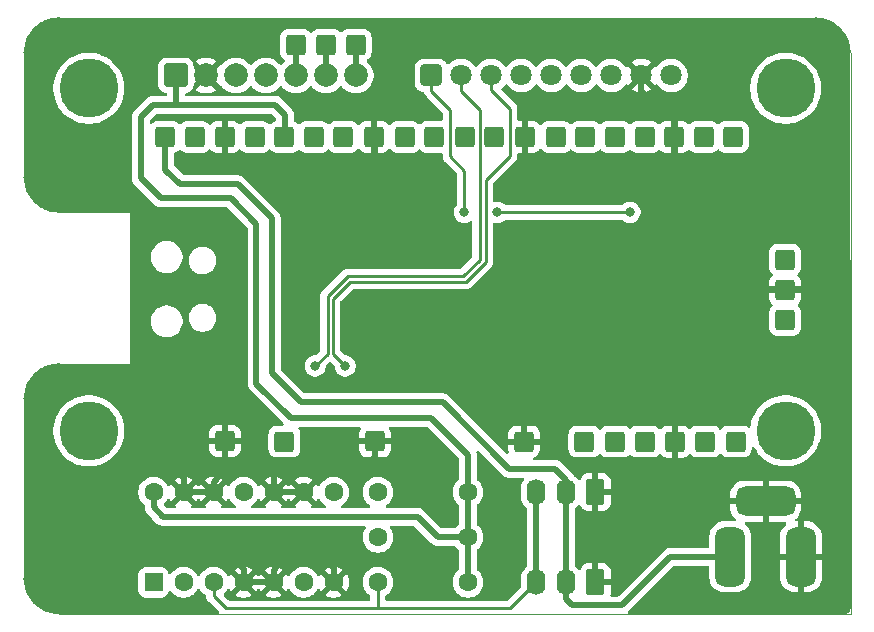
<source format=gbr>
%TF.GenerationSoftware,KiCad,Pcbnew,9.0.3-9.0.3-0~ubuntu24.04.1*%
%TF.CreationDate,2026-01-17T20:15:45+05:30*%
%TF.ProjectId,orbigator,6f726269-6761-4746-9f72-2e6b69636164,rev?*%
%TF.SameCoordinates,Original*%
%TF.FileFunction,Copper,L2,Bot*%
%TF.FilePolarity,Positive*%
%FSLAX46Y46*%
G04 Gerber Fmt 4.6, Leading zero omitted, Abs format (unit mm)*
G04 Created by KiCad (PCBNEW 9.0.3-9.0.3-0~ubuntu24.04.1) date 2026-01-17 20:15:45*
%MOMM*%
%LPD*%
G01*
G04 APERTURE LIST*
G04 Aperture macros list*
%AMRoundRect*
0 Rectangle with rounded corners*
0 $1 Rounding radius*
0 $2 $3 $4 $5 $6 $7 $8 $9 X,Y pos of 4 corners*
0 Add a 4 corners polygon primitive as box body*
4,1,4,$2,$3,$4,$5,$6,$7,$8,$9,$2,$3,0*
0 Add four circle primitives for the rounded corners*
1,1,$1+$1,$2,$3*
1,1,$1+$1,$4,$5*
1,1,$1+$1,$6,$7*
1,1,$1+$1,$8,$9*
0 Add four rect primitives between the rounded corners*
20,1,$1+$1,$2,$3,$4,$5,0*
20,1,$1+$1,$4,$5,$6,$7,0*
20,1,$1+$1,$6,$7,$8,$9,0*
20,1,$1+$1,$8,$9,$2,$3,0*%
G04 Aperture macros list end*
%TA.AperFunction,ComponentPad*%
%ADD10RoundRect,0.250000X-0.750000X0.750000X-0.750000X-0.750000X0.750000X-0.750000X0.750000X0.750000X0*%
%TD*%
%TA.AperFunction,ComponentPad*%
%ADD11C,2.000000*%
%TD*%
%TA.AperFunction,ComponentPad*%
%ADD12RoundRect,0.250000X-0.600000X-0.600000X0.600000X-0.600000X0.600000X0.600000X-0.600000X0.600000X0*%
%TD*%
%TA.AperFunction,ComponentPad*%
%ADD13RoundRect,0.250000X0.550000X-0.550000X0.550000X0.550000X-0.550000X0.550000X-0.550000X-0.550000X0*%
%TD*%
%TA.AperFunction,ComponentPad*%
%ADD14C,1.600000*%
%TD*%
%TA.AperFunction,ComponentPad*%
%ADD15RoundRect,0.250000X0.600000X0.600000X-0.600000X0.600000X-0.600000X-0.600000X0.600000X-0.600000X0*%
%TD*%
%TA.AperFunction,ComponentPad*%
%ADD16RoundRect,0.235294X0.564706X0.864706X-0.564706X0.864706X-0.564706X-0.864706X0.564706X-0.864706X0*%
%TD*%
%TA.AperFunction,ComponentPad*%
%ADD17O,1.600000X2.200000*%
%TD*%
%TA.AperFunction,ComponentPad*%
%ADD18RoundRect,0.750000X0.500000X1.750000X-0.500000X1.750000X-0.500000X-1.750000X0.500000X-1.750000X0*%
%TD*%
%TA.AperFunction,ComponentPad*%
%ADD19RoundRect,0.750000X1.750000X0.500000X-1.750000X0.500000X-1.750000X-0.500000X1.750000X-0.500000X0*%
%TD*%
%TA.AperFunction,ComponentPad*%
%ADD20C,5.000000*%
%TD*%
%TA.AperFunction,ComponentPad*%
%ADD21RoundRect,0.250000X0.650000X0.650000X-0.650000X0.650000X-0.650000X-0.650000X0.650000X-0.650000X0*%
%TD*%
%TA.AperFunction,ComponentPad*%
%ADD22C,1.800000*%
%TD*%
%TA.AperFunction,ViaPad*%
%ADD23C,0.800000*%
%TD*%
%TA.AperFunction,Conductor*%
%ADD24C,0.500000*%
%TD*%
%TA.AperFunction,Conductor*%
%ADD25C,0.250000*%
%TD*%
%TA.AperFunction,Profile*%
%ADD26C,0.050000*%
%TD*%
G04 APERTURE END LIST*
D10*
%TO.P,RTC1,1,Pin_1*%
%TO.N,/3V3*%
X77880000Y-84400000D03*
D11*
%TO.P,RTC1,2,Pin_2*%
%TO.N,/GND*%
X80420000Y-84400000D03*
%TO.P,RTC1,3,Pin_3*%
%TO.N,/SCL*%
X82960000Y-84400000D03*
%TO.P,RTC1,4,Pin_4*%
%TO.N,/SDA*%
X85500000Y-84400000D03*
%TO.P,RTC1,5,Pin_5*%
%TO.N,/INT*%
X88040000Y-84400000D03*
%TO.P,RTC1,6,Pin_6*%
%TO.N,/RST*%
X90580000Y-84400000D03*
%TO.P,RTC1,7,Pin_7*%
%TO.N,/32k*%
X93120000Y-84400000D03*
%TD*%
D12*
%TO.P,J5,1,Pin_1*%
%TO.N,Net-(J5-Pin_1)*%
X112555000Y-89600000D03*
%TD*%
D13*
%TO.P,U2,1*%
%TO.N,/DIR*%
X75990000Y-127315000D03*
D14*
%TO.P,U2,2*%
%TO.N,/UART_TX*%
X78530000Y-127315000D03*
%TO.P,U2,3*%
%TO.N,/MOT_DAT*%
X81069999Y-127315000D03*
%TO.P,U2,4*%
%TO.N,/GND*%
X83610000Y-127315000D03*
%TO.P,U2,5*%
X86150000Y-127315000D03*
%TO.P,U2,6*%
%TO.N,unconnected-(U2-Pad6)*%
X88690000Y-127315000D03*
%TO.P,U2,7,GND*%
%TO.N,/GND*%
X91230000Y-127315000D03*
%TO.P,U2,8*%
%TO.N,unconnected-(U2-Pad8)*%
X91230000Y-119695000D03*
%TO.P,U2,9*%
%TO.N,/GND*%
X88690000Y-119695000D03*
%TO.P,U2,10*%
X86150000Y-119695000D03*
%TO.P,U2,11*%
%TO.N,unconnected-(U2-Pad11)*%
X83610000Y-119695000D03*
%TO.P,U2,12*%
%TO.N,/GND*%
X81070000Y-119695000D03*
%TO.P,U2,13*%
X78530000Y-119695000D03*
%TO.P,U2,14,VCC*%
%TO.N,/3V3*%
X75990000Y-119695000D03*
%TD*%
D12*
%TO.P,J1,1,Pin_1*%
%TO.N,Net-(J1-Pin_1)*%
X125055000Y-89600000D03*
%TD*%
%TO.P,J10,1,Pin_1*%
%TO.N,Net-(J10-Pin_1)*%
X97255000Y-89600000D03*
%TD*%
%TO.P,J19,1,Pin_1*%
%TO.N,Net-(J19-Pin_1)*%
X112470000Y-115400000D03*
%TD*%
%TO.P,J6,1,Pin_1*%
%TO.N,Net-(J6-Pin_1)*%
X110055000Y-89600000D03*
%TD*%
D15*
%TO.P,J30,1,Pin_1*%
%TO.N,/32k*%
X93100000Y-81800000D03*
%TD*%
D12*
%TO.P,J34,1,Pin_1*%
%TO.N,/GND*%
X82020000Y-89600000D03*
%TD*%
%TO.P,J23,1,Pin_1*%
%TO.N,/3V3*%
X87070001Y-89600000D03*
%TD*%
%TO.P,J36,1,Pin_1*%
%TO.N,/GND*%
X120060000Y-89600000D03*
%TD*%
%TO.P,J25,1,Pin_1*%
%TO.N,/5V0*%
X76975001Y-89600000D03*
%TD*%
%TO.P,J31,1,Pin_1*%
%TO.N,/GND*%
X82020000Y-115340000D03*
%TD*%
%TO.P,J17,1,Pin_1*%
%TO.N,Net-(J17-Pin_1)*%
X117569999Y-115400000D03*
%TD*%
%TO.P,J11,1,Pin_1*%
%TO.N,Net-(J11-Pin_1)*%
X92055000Y-89600000D03*
%TD*%
%TO.P,J8,1,Pin_1*%
%TO.N,Net-(J8-Pin_1)*%
X89555000Y-89600000D03*
%TD*%
D14*
%TO.P,R3,1,+*%
%TO.N,/3V3*%
X102600000Y-123505000D03*
%TO.P,R3,2,-*%
%TO.N,/SDA*%
X94980000Y-123505000D03*
%TD*%
D16*
%TO.P,M1,1,Pin_1*%
%TO.N,/GND*%
X113390000Y-127315000D03*
D17*
%TO.P,M1,2,Pin_2*%
%TO.N,/5V0*%
X110890000Y-127315000D03*
%TO.P,M1,3,Pin_3*%
%TO.N,/MOT_DAT*%
X108390000Y-127315000D03*
%TD*%
D12*
%TO.P,J33,1,Pin_1*%
%TO.N,/GND*%
X94740000Y-115390000D03*
%TD*%
%TO.P,J3,1,Pin_1*%
%TO.N,Net-(J3-Pin_1)*%
X117569999Y-89600000D03*
%TD*%
%TO.P,J16,1,Pin_1*%
%TO.N,Net-(J16-Pin_1)*%
X122670000Y-115400000D03*
%TD*%
D18*
%TO.P,J27,1*%
%TO.N,/5V0*%
X124808000Y-125157500D03*
%TO.P,J27,2*%
%TO.N,/GND*%
X130808000Y-125157500D03*
D19*
%TO.P,J27,3*%
X127808000Y-120457500D03*
%TD*%
D14*
%TO.P,R2,1,+*%
%TO.N,/3V3*%
X102600000Y-119695000D03*
%TO.P,R2,2,-*%
%TO.N,/SCL*%
X94980000Y-119695000D03*
%TD*%
D12*
%TO.P,J15,1,Pin_1*%
%TO.N,Net-(J15-Pin_1)*%
X125270001Y-115400000D03*
%TD*%
%TO.P,J13,1,Pin_1*%
%TO.N,Net-(J13-Pin_1)*%
X84555000Y-89600000D03*
%TD*%
%TO.P,J32,1,Pin_1*%
%TO.N,/GND*%
X129470000Y-102560000D03*
%TD*%
D15*
%TO.P,J28,1,Pin_1*%
%TO.N,/INT*%
X88030000Y-81800000D03*
%TD*%
D12*
%TO.P,J37,1,Pin_1*%
%TO.N,/GND*%
X107430000Y-89610000D03*
%TD*%
D14*
%TO.P,R1,1,+*%
%TO.N,/3V3*%
X102600000Y-127315000D03*
%TO.P,R1,2,-*%
%TO.N,/MOT_DAT*%
X94980000Y-127315000D03*
%TD*%
D12*
%TO.P,J20,1,Pin_1*%
%TO.N,Net-(J20-Pin_1)*%
X87070001Y-115400000D03*
%TD*%
D15*
%TO.P,J29,1,Pin_1*%
%TO.N,/RST*%
X90600000Y-81800000D03*
%TD*%
D12*
%TO.P,J12,1,Pin_1*%
%TO.N,/GND*%
X94655000Y-89600001D03*
%TD*%
%TO.P,J21,1,Pin_1*%
%TO.N,Net-(J21-Pin_1)*%
X129470000Y-100000000D03*
%TD*%
%TO.P,J35,1,Pin_1*%
%TO.N,/GND*%
X120130000Y-115410000D03*
%TD*%
%TO.P,J22,1,Pin_1*%
%TO.N,Net-(J22-Pin_1)*%
X129470000Y-105100000D03*
%TD*%
%TO.P,J14,1,Pin_1*%
%TO.N,Net-(J14-Pin_1)*%
X102370000Y-89600000D03*
%TD*%
%TO.P,J18,1,Pin_1*%
%TO.N,Net-(J18-Pin_1)*%
X115069999Y-115400000D03*
%TD*%
D16*
%TO.P,M2,1,Pin_1*%
%TO.N,/GND*%
X113390000Y-119695000D03*
D17*
%TO.P,M2,2,Pin_2*%
%TO.N,/5V0*%
X110890000Y-119695000D03*
%TO.P,M2,3,Pin_3*%
%TO.N,/MOT_DAT*%
X108390000Y-119695000D03*
%TD*%
D12*
%TO.P,J2,1,Pin_1*%
%TO.N,Net-(J2-Pin_1)*%
X122555000Y-89600000D03*
%TD*%
%TO.P,J7,1,Pin_1*%
%TO.N,Net-(J7-Pin_1)*%
X104855000Y-89600000D03*
%TD*%
%TO.P,J9,1,Pin_1*%
%TO.N,Net-(J9-Pin_1)*%
X99755000Y-89600000D03*
%TD*%
%TO.P,J24,1,Pin_1*%
%TO.N,/5V_SYS*%
X79470000Y-89600000D03*
%TD*%
%TO.P,J26,1,Pin_1*%
%TO.N,/GND*%
X107370000Y-115400000D03*
%TD*%
%TO.P,J4,1,Pin_1*%
%TO.N,Net-(J4-Pin_1)*%
X115055000Y-89600000D03*
%TD*%
D20*
%TO.P,DISP1,*%
%TO.N,*%
X129500000Y-114500000D03*
X129500000Y-85500000D03*
X70500000Y-114500000D03*
X70500000Y-85500000D03*
D21*
%TO.P,DISP1,1,CNF_BTN*%
%TO.N,/CNF_BTN*%
X99500000Y-84400000D03*
D22*
%TO.P,DISP1,2,SDA*%
%TO.N,/SDA*%
X102040000Y-84400000D03*
%TO.P,DISP1,3,SCL*%
%TO.N,/SCL*%
X104580000Y-84400000D03*
%TO.P,DISP1,4,ENC_SW*%
%TO.N,/ENC_SW*%
X107120000Y-84400000D03*
%TO.P,DISP1,5,ENC_A*%
%TO.N,/ENC_A*%
X109660000Y-84400000D03*
%TO.P,DISP1,6,ENC_B*%
%TO.N,/ENC_B*%
X112200000Y-84400000D03*
%TO.P,DISP1,7,BAK_BTN*%
%TO.N,/BAK_BTN*%
X114740000Y-84400000D03*
%TO.P,DISP1,8,GND*%
%TO.N,/GND*%
X117280000Y-84400000D03*
%TO.P,DISP1,9,VCC*%
%TO.N,/3V3*%
X119820000Y-84400000D03*
%TD*%
D23*
%TO.N,/CNF_BTN*%
X102300000Y-95990000D03*
X105100000Y-95990000D03*
X116330000Y-95990000D03*
%TO.N,/SDA*%
X89670000Y-109000000D03*
%TO.N,/SCL*%
X92210000Y-109000000D03*
%TD*%
D24*
%TO.N,/3V3*%
X102600000Y-119695000D02*
X102600000Y-116500000D01*
X77880000Y-84400000D02*
X77880000Y-86900000D01*
X76780000Y-121770000D02*
X75990000Y-120980000D01*
X82510000Y-94800000D02*
X76590000Y-94800000D01*
X87590000Y-113400000D02*
X84700000Y-110510000D01*
X100085000Y-123505000D02*
X98350000Y-121770000D01*
X102600000Y-119695000D02*
X102600000Y-123505000D01*
X74900000Y-87930000D02*
X75930000Y-86900000D01*
X87130001Y-87730001D02*
X87130001Y-89600000D01*
X86300000Y-86900000D02*
X87130001Y-87730001D01*
X84700000Y-110510000D02*
X84700000Y-96990000D01*
X102600000Y-116500000D02*
X99500000Y-113400000D01*
X99500000Y-113400000D02*
X87590000Y-113400000D01*
X74900000Y-93110000D02*
X74900000Y-87930000D01*
X75990000Y-120980000D02*
X75990000Y-119695000D01*
X102600000Y-123505000D02*
X100085000Y-123505000D01*
X98350000Y-121770000D02*
X76780000Y-121770000D01*
X84700000Y-96990000D02*
X82510000Y-94800000D01*
X77880000Y-86900000D02*
X86300000Y-86900000D01*
X76590000Y-94800000D02*
X74900000Y-93110000D01*
X75930000Y-86900000D02*
X77880000Y-86900000D01*
X102600000Y-123505000D02*
X102600000Y-127315000D01*
%TO.N,/GND*%
X120150000Y-87350000D02*
X120150000Y-92810000D01*
X77980000Y-117970000D02*
X74790000Y-117970000D01*
X86150000Y-117840000D02*
X93660000Y-117840000D01*
X87840000Y-109670000D02*
X87840000Y-92400000D01*
X94750000Y-116750000D02*
X94750000Y-115400000D01*
X82050000Y-115400000D02*
X82050000Y-117840000D01*
X83400000Y-92400000D02*
X87840000Y-92400000D01*
X123087500Y-120457500D02*
X127808000Y-120457500D01*
X131450000Y-102500000D02*
X133500000Y-104550000D01*
X113390000Y-117970000D02*
X112830000Y-117410000D01*
X120150000Y-92400000D02*
X108020000Y-92400000D01*
X78530000Y-118520000D02*
X77980000Y-117970000D01*
X81070000Y-119695000D02*
X81070000Y-118830000D01*
X86150000Y-117840000D02*
X86150000Y-119695000D01*
X117280000Y-85680000D02*
X118100000Y-86500000D01*
X83610000Y-126150000D02*
X83610000Y-127315000D01*
X82050000Y-91050000D02*
X83400000Y-92400000D01*
X94735000Y-91730000D02*
X94735000Y-89600001D01*
X91230000Y-126080000D02*
X91230000Y-127315000D01*
X121100000Y-102500000D02*
X120150000Y-101550000D01*
X129000000Y-102500000D02*
X121100000Y-102500000D01*
X86150000Y-126250000D02*
X86970000Y-125430000D01*
X82900000Y-125440000D02*
X83610000Y-126150000D01*
X101310000Y-110810000D02*
X88980000Y-110810000D01*
X93660000Y-117840000D02*
X94750000Y-116750000D01*
X120150000Y-115400000D02*
X120150000Y-119695000D01*
X75700000Y-125440000D02*
X82900000Y-125440000D01*
X113390000Y-127315000D02*
X113390000Y-119695000D01*
X82050000Y-117850000D02*
X82050000Y-117840000D01*
X86150000Y-127315000D02*
X86150000Y-126250000D01*
X133500000Y-120457500D02*
X127808000Y-120457500D01*
X129000000Y-102500000D02*
X131450000Y-102500000D01*
X86150000Y-119695000D02*
X88690000Y-119695000D01*
X118100000Y-86500000D02*
X119300000Y-86500000D01*
X86970000Y-125430000D02*
X90580000Y-125430000D01*
X132722500Y-125157500D02*
X130808000Y-125157500D01*
X113390000Y-119695000D02*
X113390000Y-117970000D01*
X88980000Y-110810000D02*
X87840000Y-109670000D01*
X108020000Y-92400000D02*
X107440000Y-91820000D01*
X120150000Y-92400000D02*
X120150000Y-89600000D01*
X133500000Y-120457500D02*
X133500000Y-124380000D01*
X78530000Y-119695000D02*
X78530000Y-118520000D01*
X74790000Y-117970000D02*
X74050000Y-118710000D01*
X87840000Y-92400000D02*
X94065000Y-92400000D01*
X113390000Y-119695000D02*
X120150000Y-119695000D01*
X120150000Y-101550000D02*
X120150000Y-92400000D01*
X107440000Y-91820000D02*
X107440000Y-89600000D01*
X74050000Y-118710000D02*
X74050000Y-123790000D01*
X117280000Y-84400000D02*
X117280000Y-85680000D01*
X112830000Y-117410000D02*
X111510000Y-117410000D01*
X90580000Y-125430000D02*
X91230000Y-126080000D01*
X105900000Y-115400000D02*
X101310000Y-110810000D01*
X122325000Y-119695000D02*
X123087500Y-120457500D01*
X120150000Y-119695000D02*
X122325000Y-119695000D01*
X82050000Y-89600000D02*
X82050000Y-91050000D01*
X81070000Y-118830000D02*
X82050000Y-117850000D01*
X109500000Y-115400000D02*
X105900000Y-115400000D01*
X133500000Y-124380000D02*
X132722500Y-125157500D01*
X74050000Y-123790000D02*
X75700000Y-125440000D01*
X94065000Y-92400000D02*
X94735000Y-91730000D01*
X83610000Y-127315000D02*
X86150000Y-127315000D01*
X82050000Y-117840000D02*
X86150000Y-117840000D01*
X111510000Y-117410000D02*
X109500000Y-115400000D01*
X119300000Y-86500000D02*
X120150000Y-87350000D01*
X78530000Y-119695000D02*
X81070000Y-119695000D01*
X133500000Y-104550000D02*
X133500000Y-120457500D01*
D25*
%TO.N,/CNF_BTN*%
X101090000Y-87290000D02*
X99500000Y-85700000D01*
X101090000Y-91250000D02*
X101090000Y-87290000D01*
X102300000Y-92460000D02*
X101090000Y-91250000D01*
X102300000Y-95990000D02*
X102300000Y-92460000D01*
X105100000Y-95990000D02*
X116330000Y-95990000D01*
X99500000Y-85700000D02*
X99500000Y-84400000D01*
%TO.N,/SDA*%
X102040000Y-84400000D02*
X102040000Y-85740000D01*
X90720000Y-107950000D02*
X89670000Y-109000000D01*
X102040000Y-85740000D02*
X103610000Y-87310000D01*
X92410000Y-101400000D02*
X90720000Y-103090000D01*
X102200000Y-101400000D02*
X92410000Y-101400000D01*
X103610000Y-87310000D02*
X103610000Y-99990000D01*
X103610000Y-99990000D02*
X102200000Y-101400000D01*
X90720000Y-103090000D02*
X90720000Y-107950000D01*
%TO.N,/SCL*%
X92580000Y-101880000D02*
X91170000Y-103290000D01*
X104580000Y-84400000D02*
X104580000Y-85670000D01*
X91170000Y-107960000D02*
X92210000Y-109000000D01*
X104580000Y-85670000D02*
X106170000Y-87260000D01*
X102420000Y-101880000D02*
X92580000Y-101880000D01*
X91170000Y-103290000D02*
X91170000Y-107960000D01*
X104100000Y-93270000D02*
X104100000Y-100200000D01*
X106170000Y-91200000D02*
X104100000Y-93270000D01*
X106170000Y-87260000D02*
X106170000Y-91200000D01*
X104100000Y-100200000D02*
X102420000Y-101880000D01*
D24*
%TO.N,/5V0*%
X106100000Y-117700000D02*
X109970000Y-117700000D01*
X100470000Y-112070000D02*
X106100000Y-117700000D01*
X109970000Y-117700000D02*
X110890000Y-118620000D01*
X83100000Y-93600000D02*
X86000000Y-96500000D01*
X111390000Y-129270000D02*
X115630000Y-129270000D01*
X119742500Y-125157500D02*
X124808000Y-125157500D01*
X110890000Y-127315000D02*
X110890000Y-128770000D01*
X76975001Y-92375001D02*
X78200000Y-93600000D01*
X86000000Y-96500000D02*
X86000000Y-109630000D01*
X76975001Y-89600000D02*
X76975001Y-92375001D01*
X88440000Y-112070000D02*
X100470000Y-112070000D01*
X110890000Y-128770000D02*
X111390000Y-129270000D01*
X86000000Y-109630000D02*
X88440000Y-112070000D01*
X78200000Y-93600000D02*
X83100000Y-93600000D01*
X115630000Y-129270000D02*
X119742500Y-125157500D01*
X110890000Y-119695000D02*
X110890000Y-127315000D01*
X110890000Y-118620000D02*
X110890000Y-119695000D01*
D25*
%TO.N,/MOT_DAT*%
X106205000Y-129500000D02*
X108390000Y-127315000D01*
X94980000Y-129500000D02*
X106205000Y-129500000D01*
D24*
X108390000Y-119695000D02*
X108390000Y-127315000D01*
D25*
X82100000Y-129500000D02*
X94980000Y-129500000D01*
X94980000Y-127315000D02*
X94980000Y-129500000D01*
X81069999Y-128469999D02*
X82100000Y-129500000D01*
X81069999Y-127315000D02*
X81069999Y-128469999D01*
D24*
%TO.N,/32k*%
X93120000Y-84400000D02*
X93120000Y-81860000D01*
%TO.N,/INT*%
X88040000Y-84400000D02*
X88040000Y-81860000D01*
%TO.N,/RST*%
X90580000Y-84400000D02*
X90580000Y-81860000D01*
%TD*%
%TA.AperFunction,Conductor*%
%TO.N,/GND*%
G36*
X132003243Y-79500669D02*
G01*
X132280207Y-79515185D01*
X132287534Y-79515789D01*
X132349967Y-79522823D01*
X132355281Y-79523544D01*
X132597152Y-79561852D01*
X132605285Y-79563422D01*
X132660790Y-79576091D01*
X132665195Y-79577183D01*
X132908143Y-79642281D01*
X132917001Y-79645014D01*
X132959625Y-79659929D01*
X132963106Y-79661205D01*
X133209363Y-79755734D01*
X133218707Y-79759769D01*
X133239372Y-79769721D01*
X133241750Y-79770899D01*
X133493968Y-79899411D01*
X133505203Y-79905898D01*
X133757608Y-80069812D01*
X133768109Y-80077441D01*
X134002010Y-80266850D01*
X134011655Y-80275535D01*
X134224464Y-80488344D01*
X134233149Y-80497989D01*
X134422558Y-80731890D01*
X134430182Y-80742384D01*
X134594110Y-80994810D01*
X134600591Y-81006036D01*
X134729079Y-81258210D01*
X134730313Y-81260700D01*
X134740221Y-81281273D01*
X134744266Y-81290640D01*
X134838800Y-81536911D01*
X134840078Y-81540393D01*
X134854983Y-81582989D01*
X134857716Y-81591850D01*
X134922806Y-81834764D01*
X134923922Y-81839266D01*
X134936569Y-81894678D01*
X134938151Y-81902872D01*
X134976442Y-82144631D01*
X134977184Y-82150109D01*
X134981398Y-82187509D01*
X134984205Y-82212421D01*
X134984814Y-82219812D01*
X134990389Y-82326177D01*
X134990559Y-82332642D01*
X134997517Y-117462766D01*
X134999493Y-127441000D01*
X134999500Y-127472661D01*
X134999500Y-129494835D01*
X134998442Y-129510998D01*
X134985013Y-129613143D01*
X134976639Y-129644416D01*
X134939193Y-129734856D01*
X134923009Y-129762896D01*
X134863425Y-129840565D01*
X134840536Y-129863458D01*
X134762884Y-129923053D01*
X134734848Y-129939243D01*
X134644408Y-129976710D01*
X134613137Y-129985090D01*
X134522397Y-129997038D01*
X134515213Y-129997984D01*
X134511757Y-129998439D01*
X134495569Y-129999500D01*
X116261230Y-129999500D01*
X116194191Y-129979815D01*
X116148436Y-129927011D01*
X116138492Y-129857853D01*
X116167517Y-129794297D01*
X116173549Y-129787819D01*
X120017048Y-125944319D01*
X120078371Y-125910834D01*
X120104729Y-125908000D01*
X122933501Y-125908000D01*
X123000540Y-125927685D01*
X123046295Y-125980489D01*
X123057501Y-126032000D01*
X123057501Y-126971723D01*
X123067904Y-127103913D01*
X123067905Y-127103920D01*
X123122902Y-127322178D01*
X123122903Y-127322181D01*
X123215991Y-127527122D01*
X123215997Y-127527132D01*
X123344174Y-127712145D01*
X123344178Y-127712150D01*
X123344181Y-127712154D01*
X123503346Y-127871319D01*
X123503350Y-127871322D01*
X123503354Y-127871325D01*
X123572940Y-127919534D01*
X123688374Y-127999507D01*
X123893317Y-128092596D01*
X123893321Y-128092597D01*
X124111579Y-128147594D01*
X124111581Y-128147594D01*
X124111588Y-128147596D01*
X124243783Y-128158000D01*
X125372216Y-128157999D01*
X125504412Y-128147596D01*
X125722683Y-128092596D01*
X125927626Y-127999507D01*
X126112654Y-127871319D01*
X126271819Y-127712154D01*
X126400007Y-127527126D01*
X126493096Y-127322183D01*
X126548096Y-127103912D01*
X126558500Y-126971717D01*
X126558499Y-124907500D01*
X126558499Y-123343291D01*
X126558498Y-123343283D01*
X126548096Y-123211088D01*
X126545419Y-123200466D01*
X126493097Y-122992821D01*
X126493096Y-122992818D01*
X126400008Y-122787877D01*
X126400007Y-122787874D01*
X126363248Y-122734815D01*
X126271825Y-122602854D01*
X126271822Y-122602850D01*
X126271819Y-122602846D01*
X126112654Y-122443681D01*
X126112652Y-122443679D01*
X126112647Y-122443675D01*
X126097853Y-122433426D01*
X126053957Y-122379066D01*
X126046419Y-122309604D01*
X126077632Y-122247094D01*
X126137685Y-122211381D01*
X126168471Y-122207499D01*
X127557999Y-122207499D01*
X127558000Y-122207498D01*
X127558000Y-120957500D01*
X128058000Y-120957500D01*
X128058000Y-122207499D01*
X129448408Y-122207499D01*
X129515447Y-122227184D01*
X129561202Y-122279988D01*
X129571146Y-122349146D01*
X129542121Y-122412702D01*
X129519023Y-122433428D01*
X129503674Y-122444061D01*
X129503664Y-122444069D01*
X129344569Y-122603164D01*
X129344559Y-122603176D01*
X129216431Y-122788119D01*
X129216428Y-122788125D01*
X129123377Y-122992980D01*
X129068400Y-123211167D01*
X129058000Y-123343303D01*
X129058000Y-124907500D01*
X130308000Y-124907500D01*
X130308000Y-125407500D01*
X129058001Y-125407500D01*
X129058001Y-126971697D01*
X129068400Y-127103832D01*
X129123377Y-127322019D01*
X129216428Y-127526874D01*
X129216431Y-127526880D01*
X129344559Y-127711823D01*
X129344569Y-127711835D01*
X129503664Y-127870930D01*
X129503676Y-127870940D01*
X129688619Y-127999068D01*
X129688625Y-127999071D01*
X129893480Y-128092122D01*
X130111667Y-128147099D01*
X130243810Y-128157499D01*
X130557999Y-128157499D01*
X130558000Y-128157498D01*
X130558000Y-126590512D01*
X130615007Y-126623425D01*
X130742174Y-126657500D01*
X130873826Y-126657500D01*
X131000993Y-126623425D01*
X131058000Y-126590512D01*
X131058000Y-128157499D01*
X131372182Y-128157499D01*
X131372197Y-128157498D01*
X131504332Y-128147099D01*
X131722519Y-128092122D01*
X131927374Y-127999071D01*
X131927380Y-127999068D01*
X132112323Y-127870940D01*
X132112335Y-127870930D01*
X132271430Y-127711835D01*
X132271440Y-127711823D01*
X132399568Y-127526880D01*
X132399571Y-127526874D01*
X132492622Y-127322019D01*
X132547599Y-127103832D01*
X132557999Y-126971696D01*
X132558000Y-126971684D01*
X132558000Y-125407500D01*
X131308000Y-125407500D01*
X131308000Y-124907500D01*
X132557999Y-124907500D01*
X132557999Y-123343317D01*
X132557998Y-123343302D01*
X132547599Y-123211167D01*
X132492622Y-122992980D01*
X132399571Y-122788125D01*
X132399568Y-122788119D01*
X132271440Y-122603176D01*
X132271430Y-122603164D01*
X132112335Y-122444069D01*
X132112323Y-122444059D01*
X131927380Y-122315931D01*
X131927374Y-122315928D01*
X131722519Y-122222877D01*
X131504332Y-122167900D01*
X131372196Y-122157500D01*
X131058000Y-122157500D01*
X131058000Y-123724488D01*
X131000993Y-123691575D01*
X130873826Y-123657500D01*
X130742174Y-123657500D01*
X130615007Y-123691575D01*
X130558000Y-123724488D01*
X130558000Y-122157500D01*
X130417593Y-122157500D01*
X130350554Y-122137815D01*
X130304799Y-122085011D01*
X130294855Y-122015853D01*
X130323880Y-121952297D01*
X130346979Y-121931570D01*
X130362328Y-121920936D01*
X130362335Y-121920930D01*
X130521430Y-121761835D01*
X130521440Y-121761823D01*
X130649568Y-121576880D01*
X130649571Y-121576874D01*
X130742622Y-121372019D01*
X130797599Y-121153832D01*
X130807999Y-121021696D01*
X130808000Y-121021684D01*
X130808000Y-120707500D01*
X129241012Y-120707500D01*
X129273925Y-120650493D01*
X129308000Y-120523326D01*
X129308000Y-120391674D01*
X129273925Y-120264507D01*
X129241012Y-120207500D01*
X130807999Y-120207500D01*
X130807999Y-119893317D01*
X130807998Y-119893302D01*
X130797599Y-119761167D01*
X130742622Y-119542980D01*
X130649571Y-119338125D01*
X130649568Y-119338119D01*
X130521440Y-119153176D01*
X130521430Y-119153164D01*
X130362335Y-118994069D01*
X130362323Y-118994059D01*
X130177380Y-118865931D01*
X130177374Y-118865928D01*
X129972519Y-118772877D01*
X129754332Y-118717900D01*
X129622196Y-118707500D01*
X128058000Y-118707500D01*
X128058000Y-119957500D01*
X127558000Y-119957500D01*
X127558000Y-118707500D01*
X125993817Y-118707500D01*
X125993802Y-118707501D01*
X125861667Y-118717900D01*
X125643480Y-118772877D01*
X125438625Y-118865928D01*
X125438619Y-118865931D01*
X125253676Y-118994059D01*
X125253664Y-118994069D01*
X125094569Y-119153164D01*
X125094559Y-119153176D01*
X124966431Y-119338119D01*
X124966428Y-119338125D01*
X124873377Y-119542980D01*
X124818400Y-119761167D01*
X124808000Y-119893303D01*
X124808000Y-120207500D01*
X126374988Y-120207500D01*
X126342075Y-120264507D01*
X126308000Y-120391674D01*
X126308000Y-120523326D01*
X126342075Y-120650493D01*
X126374988Y-120707500D01*
X124808001Y-120707500D01*
X124808001Y-121021697D01*
X124818400Y-121153832D01*
X124873377Y-121372019D01*
X124966428Y-121576874D01*
X124966431Y-121576880D01*
X125094559Y-121761823D01*
X125094569Y-121761835D01*
X125253664Y-121920930D01*
X125253672Y-121920937D01*
X125268301Y-121931072D01*
X125312197Y-121985432D01*
X125319736Y-122054893D01*
X125288524Y-122117404D01*
X125228471Y-122153117D01*
X125197684Y-122157000D01*
X124243791Y-122157000D01*
X124243776Y-122157001D01*
X124111586Y-122167404D01*
X124111579Y-122167405D01*
X123893321Y-122222402D01*
X123893318Y-122222403D01*
X123688377Y-122315491D01*
X123688367Y-122315497D01*
X123503354Y-122443674D01*
X123503342Y-122443684D01*
X123344184Y-122602842D01*
X123344174Y-122602854D01*
X123215997Y-122787867D01*
X123215991Y-122787877D01*
X123122903Y-122992818D01*
X123122902Y-122992821D01*
X123067905Y-123211079D01*
X123067904Y-123211086D01*
X123057500Y-123343277D01*
X123057500Y-124283000D01*
X123037815Y-124350039D01*
X122985011Y-124395794D01*
X122933500Y-124407000D01*
X119668580Y-124407000D01*
X119523592Y-124435840D01*
X119523582Y-124435843D01*
X119387011Y-124492412D01*
X119386998Y-124492419D01*
X119264084Y-124574548D01*
X119264080Y-124574551D01*
X115355451Y-128483181D01*
X115294128Y-128516666D01*
X115267770Y-128519500D01*
X114788442Y-128519500D01*
X114721403Y-128499815D01*
X114675648Y-128447011D01*
X114665704Y-128377853D01*
X114670736Y-128356495D01*
X114679711Y-128329407D01*
X114689999Y-128228713D01*
X114690000Y-128228700D01*
X114690000Y-127565000D01*
X113823012Y-127565000D01*
X113855925Y-127507993D01*
X113890000Y-127380826D01*
X113890000Y-127249174D01*
X113855925Y-127122007D01*
X113823012Y-127065000D01*
X114690000Y-127065000D01*
X114690000Y-126401299D01*
X114689999Y-126401286D01*
X114679711Y-126300590D01*
X114625646Y-126137432D01*
X114625641Y-126137421D01*
X114535411Y-125991137D01*
X114535408Y-125991133D01*
X114413866Y-125869591D01*
X114413862Y-125869588D01*
X114267578Y-125779358D01*
X114267567Y-125779353D01*
X114104409Y-125725288D01*
X114003713Y-125715000D01*
X113640000Y-125715000D01*
X113640000Y-126881988D01*
X113582993Y-126849075D01*
X113455826Y-126815000D01*
X113324174Y-126815000D01*
X113197007Y-126849075D01*
X113140000Y-126881988D01*
X113140000Y-125715000D01*
X112776286Y-125715000D01*
X112675590Y-125725288D01*
X112512432Y-125779353D01*
X112512421Y-125779358D01*
X112366137Y-125869588D01*
X112366133Y-125869591D01*
X112244591Y-125991133D01*
X112244588Y-125991137D01*
X112154358Y-126137421D01*
X112154354Y-126137430D01*
X112138129Y-126186394D01*
X112098355Y-126243839D01*
X112033839Y-126270661D01*
X111965063Y-126258345D01*
X111920105Y-126220274D01*
X111881971Y-126167786D01*
X111737217Y-126023032D01*
X111737212Y-126023028D01*
X111691615Y-125989900D01*
X111648949Y-125934571D01*
X111640500Y-125889582D01*
X111640500Y-121120416D01*
X111660185Y-121053377D01*
X111691613Y-121020099D01*
X111737219Y-120986966D01*
X111881966Y-120842219D01*
X111920104Y-120789725D01*
X111975433Y-120747059D01*
X112045047Y-120741079D01*
X112106842Y-120773684D01*
X112138129Y-120823605D01*
X112154354Y-120872569D01*
X112154358Y-120872578D01*
X112244588Y-121018862D01*
X112244591Y-121018866D01*
X112366133Y-121140408D01*
X112366137Y-121140411D01*
X112512421Y-121230641D01*
X112512432Y-121230646D01*
X112675590Y-121284711D01*
X112776286Y-121294999D01*
X112776299Y-121295000D01*
X113140000Y-121295000D01*
X113140000Y-120128012D01*
X113197007Y-120160925D01*
X113324174Y-120195000D01*
X113455826Y-120195000D01*
X113582993Y-120160925D01*
X113640000Y-120128012D01*
X113640000Y-121295000D01*
X114003701Y-121295000D01*
X114003713Y-121294999D01*
X114104409Y-121284711D01*
X114267567Y-121230646D01*
X114267578Y-121230641D01*
X114413862Y-121140411D01*
X114413866Y-121140408D01*
X114535408Y-121018866D01*
X114535411Y-121018862D01*
X114625641Y-120872578D01*
X114625646Y-120872567D01*
X114679711Y-120709409D01*
X114689999Y-120608713D01*
X114690000Y-120608700D01*
X114690000Y-119945000D01*
X113823012Y-119945000D01*
X113855925Y-119887993D01*
X113890000Y-119760826D01*
X113890000Y-119629174D01*
X113855925Y-119502007D01*
X113823012Y-119445000D01*
X114690000Y-119445000D01*
X114690000Y-118781299D01*
X114689999Y-118781286D01*
X114679711Y-118680590D01*
X114625646Y-118517432D01*
X114625641Y-118517421D01*
X114535411Y-118371137D01*
X114535408Y-118371133D01*
X114413866Y-118249591D01*
X114413862Y-118249588D01*
X114267578Y-118159358D01*
X114267567Y-118159353D01*
X114104409Y-118105288D01*
X114003713Y-118095000D01*
X113640000Y-118095000D01*
X113640000Y-119261988D01*
X113582993Y-119229075D01*
X113455826Y-119195000D01*
X113324174Y-119195000D01*
X113197007Y-119229075D01*
X113140000Y-119261988D01*
X113140000Y-118095000D01*
X112776286Y-118095000D01*
X112675590Y-118105288D01*
X112512432Y-118159353D01*
X112512421Y-118159358D01*
X112366137Y-118249588D01*
X112366133Y-118249591D01*
X112244591Y-118371133D01*
X112244588Y-118371137D01*
X112154358Y-118517421D01*
X112154354Y-118517430D01*
X112138129Y-118566394D01*
X112098355Y-118623839D01*
X112033839Y-118650661D01*
X111965063Y-118638345D01*
X111920105Y-118600274D01*
X111881971Y-118547786D01*
X111737219Y-118403034D01*
X111693316Y-118371137D01*
X111581048Y-118289570D01*
X111550835Y-118258145D01*
X111472954Y-118141588D01*
X111472953Y-118141587D01*
X111472951Y-118141584D01*
X111368416Y-118037049D01*
X110719140Y-117387772D01*
X110448421Y-117117052D01*
X110448414Y-117117046D01*
X110374729Y-117067812D01*
X110374729Y-117067813D01*
X110325491Y-117034913D01*
X110188917Y-116978343D01*
X110188907Y-116978340D01*
X110043920Y-116949500D01*
X110043918Y-116949500D01*
X108257400Y-116949500D01*
X108190361Y-116929815D01*
X108144606Y-116877011D01*
X108134662Y-116807853D01*
X108163687Y-116744297D01*
X108218396Y-116707794D01*
X108289119Y-116684358D01*
X108289124Y-116684356D01*
X108438345Y-116592315D01*
X108562315Y-116468345D01*
X108654356Y-116319124D01*
X108654358Y-116319119D01*
X108709505Y-116152697D01*
X108709506Y-116152690D01*
X108719999Y-116049986D01*
X108720000Y-116049973D01*
X108720000Y-115650000D01*
X107803012Y-115650000D01*
X107835925Y-115592993D01*
X107870000Y-115465826D01*
X107870000Y-115334174D01*
X107835925Y-115207007D01*
X107803012Y-115150000D01*
X108719999Y-115150000D01*
X108719999Y-114750024D01*
X108719998Y-114750016D01*
X108719995Y-114749983D01*
X111119500Y-114749983D01*
X111119500Y-116050001D01*
X111119501Y-116050018D01*
X111130000Y-116152796D01*
X111130001Y-116152799D01*
X111165234Y-116259124D01*
X111185186Y-116319334D01*
X111277288Y-116468656D01*
X111401344Y-116592712D01*
X111550666Y-116684814D01*
X111717203Y-116739999D01*
X111819991Y-116750500D01*
X113120008Y-116750499D01*
X113222797Y-116739999D01*
X113389334Y-116684814D01*
X113538656Y-116592712D01*
X113662712Y-116468656D01*
X113664458Y-116465825D01*
X113666163Y-116464291D01*
X113667193Y-116462989D01*
X113667415Y-116463164D01*
X113716401Y-116419099D01*
X113785363Y-116407873D01*
X113849447Y-116435712D01*
X113875536Y-116465818D01*
X113877284Y-116468653D01*
X113877287Y-116468656D01*
X114001343Y-116592712D01*
X114150665Y-116684814D01*
X114317202Y-116739999D01*
X114419990Y-116750500D01*
X115720007Y-116750499D01*
X115822796Y-116739999D01*
X115989333Y-116684814D01*
X116138655Y-116592712D01*
X116232318Y-116499049D01*
X116293641Y-116465564D01*
X116363333Y-116470548D01*
X116407680Y-116499049D01*
X116501343Y-116592712D01*
X116650665Y-116684814D01*
X116817202Y-116739999D01*
X116919990Y-116750500D01*
X118220007Y-116750499D01*
X118322796Y-116739999D01*
X118489333Y-116684814D01*
X118638655Y-116592712D01*
X118757672Y-116473695D01*
X118818995Y-116440210D01*
X118888687Y-116445194D01*
X118933034Y-116473695D01*
X119061654Y-116602315D01*
X119210875Y-116694356D01*
X119210880Y-116694358D01*
X119377302Y-116749505D01*
X119377309Y-116749506D01*
X119480019Y-116759999D01*
X119879999Y-116759999D01*
X119880000Y-116759998D01*
X119880000Y-115843012D01*
X119937007Y-115875925D01*
X120064174Y-115910000D01*
X120195826Y-115910000D01*
X120322993Y-115875925D01*
X120380000Y-115843012D01*
X120380000Y-116759999D01*
X120779972Y-116759999D01*
X120779986Y-116759998D01*
X120882697Y-116749505D01*
X121049119Y-116694358D01*
X121049124Y-116694356D01*
X121198342Y-116602317D01*
X121316964Y-116483695D01*
X121378287Y-116450210D01*
X121447979Y-116455194D01*
X121492327Y-116483695D01*
X121601344Y-116592712D01*
X121750666Y-116684814D01*
X121917203Y-116739999D01*
X122019991Y-116750500D01*
X123320008Y-116750499D01*
X123422797Y-116739999D01*
X123589334Y-116684814D01*
X123738656Y-116592712D01*
X123862712Y-116468656D01*
X123864458Y-116465825D01*
X123866163Y-116464290D01*
X123867193Y-116462989D01*
X123867415Y-116463164D01*
X123916400Y-116419098D01*
X123985362Y-116407870D01*
X124049446Y-116435708D01*
X124075537Y-116465816D01*
X124077289Y-116468656D01*
X124201345Y-116592712D01*
X124350667Y-116684814D01*
X124517204Y-116739999D01*
X124619992Y-116750500D01*
X125920009Y-116750499D01*
X126022798Y-116739999D01*
X126189335Y-116684814D01*
X126338657Y-116592712D01*
X126462713Y-116468656D01*
X126554815Y-116319334D01*
X126610000Y-116152797D01*
X126620501Y-116050009D01*
X126620500Y-115979384D01*
X126640184Y-115912348D01*
X126692987Y-115866592D01*
X126762145Y-115856648D01*
X126825701Y-115885672D01*
X126856219Y-115925583D01*
X126869749Y-115953679D01*
X126869750Y-115953680D01*
X126869754Y-115953686D01*
X127049054Y-116239039D01*
X127203225Y-116432364D01*
X127256404Y-116499049D01*
X127259175Y-116502523D01*
X127497477Y-116740825D01*
X127760961Y-116950946D01*
X128046314Y-117130246D01*
X128349949Y-117276469D01*
X128588848Y-117360063D01*
X128668034Y-117387772D01*
X128668046Y-117387776D01*
X128996606Y-117462767D01*
X129331492Y-117500499D01*
X129331493Y-117500500D01*
X129331496Y-117500500D01*
X129668507Y-117500500D01*
X129668507Y-117500499D01*
X130003394Y-117462767D01*
X130331954Y-117387776D01*
X130650051Y-117276469D01*
X130953686Y-117130246D01*
X131239039Y-116950946D01*
X131502523Y-116740825D01*
X131740825Y-116502523D01*
X131950946Y-116239039D01*
X132130246Y-115953686D01*
X132276469Y-115650051D01*
X132387776Y-115331954D01*
X132462767Y-115003394D01*
X132500500Y-114668504D01*
X132500500Y-114331496D01*
X132462767Y-113996606D01*
X132387776Y-113668046D01*
X132276469Y-113349949D01*
X132130246Y-113046314D01*
X131950946Y-112760961D01*
X131740825Y-112497477D01*
X131502523Y-112259175D01*
X131239039Y-112049054D01*
X130953686Y-111869754D01*
X130953683Y-111869752D01*
X130650054Y-111723532D01*
X130331965Y-111612227D01*
X130331953Y-111612223D01*
X130003397Y-111537233D01*
X130003381Y-111537231D01*
X129668508Y-111499500D01*
X129668504Y-111499500D01*
X129331496Y-111499500D01*
X129331491Y-111499500D01*
X128996618Y-111537231D01*
X128996602Y-111537233D01*
X128668046Y-111612223D01*
X128668034Y-111612227D01*
X128349945Y-111723532D01*
X128046316Y-111869752D01*
X127760962Y-112049053D01*
X127497477Y-112259174D01*
X127259174Y-112497477D01*
X127049053Y-112760962D01*
X126869752Y-113046316D01*
X126723532Y-113349945D01*
X126612227Y-113668034D01*
X126612223Y-113668046D01*
X126537233Y-113996602D01*
X126537231Y-113996618D01*
X126524026Y-114113815D01*
X126496959Y-114178229D01*
X126439364Y-114217784D01*
X126369527Y-114219921D01*
X126335710Y-114205470D01*
X126189341Y-114115189D01*
X126189336Y-114115187D01*
X126189335Y-114115186D01*
X126022798Y-114060001D01*
X126022796Y-114060000D01*
X125920011Y-114049500D01*
X124619999Y-114049500D01*
X124619982Y-114049501D01*
X124517204Y-114060000D01*
X124517201Y-114060001D01*
X124350669Y-114115185D01*
X124350664Y-114115187D01*
X124201343Y-114207289D01*
X124077289Y-114331343D01*
X124077284Y-114331349D01*
X124075535Y-114334186D01*
X124073827Y-114335721D01*
X124072808Y-114337011D01*
X124072587Y-114336836D01*
X124023585Y-114380908D01*
X123954622Y-114392127D01*
X123890541Y-114364280D01*
X123864462Y-114334182D01*
X123862712Y-114331344D01*
X123738656Y-114207288D01*
X123606288Y-114125643D01*
X123589336Y-114115187D01*
X123589331Y-114115185D01*
X123585197Y-114113815D01*
X123422797Y-114060001D01*
X123422795Y-114060000D01*
X123320010Y-114049500D01*
X122019998Y-114049500D01*
X122019981Y-114049501D01*
X121917203Y-114060000D01*
X121917200Y-114060001D01*
X121750668Y-114115185D01*
X121750663Y-114115187D01*
X121601345Y-114207287D01*
X121482327Y-114326305D01*
X121421004Y-114359789D01*
X121351312Y-114354805D01*
X121306965Y-114326304D01*
X121198345Y-114217684D01*
X121049124Y-114125643D01*
X121049119Y-114125641D01*
X120882697Y-114070494D01*
X120882690Y-114070493D01*
X120779986Y-114060000D01*
X120380000Y-114060000D01*
X120380000Y-114976988D01*
X120322993Y-114944075D01*
X120195826Y-114910000D01*
X120064174Y-114910000D01*
X119937007Y-114944075D01*
X119880000Y-114976988D01*
X119880000Y-114060000D01*
X119480028Y-114060000D01*
X119480012Y-114060001D01*
X119377302Y-114070494D01*
X119210880Y-114125641D01*
X119210875Y-114125643D01*
X119061654Y-114217684D01*
X118943034Y-114336305D01*
X118881711Y-114369790D01*
X118812019Y-114364806D01*
X118767672Y-114336305D01*
X118638656Y-114207289D01*
X118638655Y-114207288D01*
X118506287Y-114125643D01*
X118489335Y-114115187D01*
X118489330Y-114115185D01*
X118485196Y-114113815D01*
X118322796Y-114060001D01*
X118322794Y-114060000D01*
X118220009Y-114049500D01*
X116919997Y-114049500D01*
X116919980Y-114049501D01*
X116817202Y-114060000D01*
X116817199Y-114060001D01*
X116650667Y-114115185D01*
X116650662Y-114115187D01*
X116501341Y-114207289D01*
X116407680Y-114300951D01*
X116346357Y-114334436D01*
X116276665Y-114329452D01*
X116232318Y-114300951D01*
X116138656Y-114207289D01*
X116138655Y-114207288D01*
X116006287Y-114125643D01*
X115989335Y-114115187D01*
X115989330Y-114115185D01*
X115985196Y-114113815D01*
X115822796Y-114060001D01*
X115822794Y-114060000D01*
X115720009Y-114049500D01*
X114419997Y-114049500D01*
X114419980Y-114049501D01*
X114317202Y-114060000D01*
X114317199Y-114060001D01*
X114150667Y-114115185D01*
X114150662Y-114115187D01*
X114001341Y-114207289D01*
X113877287Y-114331343D01*
X113877283Y-114331348D01*
X113875533Y-114334186D01*
X113873825Y-114335721D01*
X113872806Y-114337011D01*
X113872585Y-114336836D01*
X113823582Y-114380907D01*
X113754619Y-114392124D01*
X113690539Y-114364277D01*
X113664460Y-114334178D01*
X113662712Y-114331344D01*
X113538657Y-114207289D01*
X113538656Y-114207288D01*
X113406288Y-114125643D01*
X113389336Y-114115187D01*
X113389331Y-114115185D01*
X113385197Y-114113815D01*
X113222797Y-114060001D01*
X113222795Y-114060000D01*
X113120010Y-114049500D01*
X111819998Y-114049500D01*
X111819981Y-114049501D01*
X111717203Y-114060000D01*
X111717200Y-114060001D01*
X111550668Y-114115185D01*
X111550663Y-114115187D01*
X111401342Y-114207289D01*
X111277289Y-114331342D01*
X111185187Y-114480663D01*
X111185185Y-114480668D01*
X111185115Y-114480880D01*
X111130001Y-114647203D01*
X111130001Y-114647204D01*
X111130000Y-114647204D01*
X111119500Y-114749983D01*
X108719995Y-114749983D01*
X108709505Y-114647302D01*
X108654358Y-114480880D01*
X108654356Y-114480875D01*
X108562315Y-114331654D01*
X108438345Y-114207684D01*
X108289124Y-114115643D01*
X108289119Y-114115641D01*
X108122697Y-114060494D01*
X108122690Y-114060493D01*
X108019986Y-114050000D01*
X107620000Y-114050000D01*
X107620000Y-114966988D01*
X107562993Y-114934075D01*
X107435826Y-114900000D01*
X107304174Y-114900000D01*
X107177007Y-114934075D01*
X107120000Y-114966988D01*
X107120000Y-114050000D01*
X106720028Y-114050000D01*
X106720012Y-114050001D01*
X106617302Y-114060494D01*
X106450880Y-114115641D01*
X106450875Y-114115643D01*
X106301654Y-114207684D01*
X106177684Y-114331654D01*
X106085643Y-114480875D01*
X106085641Y-114480880D01*
X106030494Y-114647302D01*
X106030493Y-114647309D01*
X106020000Y-114750013D01*
X106020000Y-115150000D01*
X106936988Y-115150000D01*
X106904075Y-115207007D01*
X106870000Y-115334174D01*
X106870000Y-115465826D01*
X106904075Y-115592993D01*
X106936988Y-115650000D01*
X106020001Y-115650000D01*
X106020001Y-116049986D01*
X106030494Y-116152697D01*
X106072301Y-116278862D01*
X106074703Y-116348690D01*
X106038971Y-116408732D01*
X105976451Y-116439925D01*
X105906991Y-116432364D01*
X105866914Y-116405547D01*
X104295913Y-114834545D01*
X100948421Y-111487052D01*
X100948414Y-111487046D01*
X100874729Y-111437812D01*
X100874729Y-111437813D01*
X100825491Y-111404913D01*
X100688917Y-111348343D01*
X100688907Y-111348340D01*
X100543920Y-111319500D01*
X100543918Y-111319500D01*
X88802229Y-111319500D01*
X88735190Y-111299815D01*
X88714548Y-111283181D01*
X86786819Y-109355451D01*
X86753334Y-109294128D01*
X86750500Y-109267770D01*
X86750500Y-96426079D01*
X86721659Y-96281092D01*
X86721658Y-96281091D01*
X86721658Y-96281087D01*
X86709886Y-96252666D01*
X86665087Y-96144511D01*
X86665080Y-96144498D01*
X86582952Y-96021585D01*
X86537805Y-95976438D01*
X86478416Y-95917049D01*
X85785831Y-95224464D01*
X83578421Y-93017052D01*
X83578420Y-93017051D01*
X83552153Y-92999500D01*
X83471869Y-92945857D01*
X83471868Y-92945855D01*
X83458794Y-92937121D01*
X83455495Y-92934916D01*
X83455493Y-92934915D01*
X83455490Y-92934913D01*
X83318917Y-92878343D01*
X83318907Y-92878340D01*
X83173920Y-92849500D01*
X83173918Y-92849500D01*
X78562229Y-92849500D01*
X78495190Y-92829815D01*
X78474548Y-92813181D01*
X77761820Y-92100452D01*
X77728335Y-92039129D01*
X77725501Y-92012771D01*
X77725501Y-91030300D01*
X77745186Y-90963261D01*
X77797990Y-90917506D01*
X77810483Y-90912599D01*
X77894335Y-90884814D01*
X78043657Y-90792712D01*
X78134822Y-90701546D01*
X78196141Y-90668064D01*
X78265833Y-90673048D01*
X78310181Y-90701549D01*
X78401344Y-90792712D01*
X78550666Y-90884814D01*
X78717203Y-90939999D01*
X78819991Y-90950500D01*
X80120008Y-90950499D01*
X80222797Y-90939999D01*
X80389334Y-90884814D01*
X80538656Y-90792712D01*
X80657675Y-90673692D01*
X80718994Y-90640210D01*
X80788686Y-90645194D01*
X80833034Y-90673695D01*
X80951654Y-90792315D01*
X81100875Y-90884356D01*
X81100880Y-90884358D01*
X81267302Y-90939505D01*
X81267309Y-90939506D01*
X81370019Y-90949999D01*
X81769999Y-90949999D01*
X81770000Y-90949998D01*
X81770000Y-90033012D01*
X81827007Y-90065925D01*
X81954174Y-90100000D01*
X82085826Y-90100000D01*
X82212993Y-90065925D01*
X82270000Y-90033012D01*
X82270000Y-90949999D01*
X82669972Y-90949999D01*
X82669986Y-90949998D01*
X82772697Y-90939505D01*
X82939119Y-90884358D01*
X82939124Y-90884356D01*
X83088342Y-90792317D01*
X83199464Y-90681195D01*
X83260787Y-90647710D01*
X83330479Y-90652694D01*
X83374827Y-90681195D01*
X83486344Y-90792712D01*
X83635666Y-90884814D01*
X83802203Y-90939999D01*
X83904991Y-90950500D01*
X85205008Y-90950499D01*
X85307797Y-90939999D01*
X85474334Y-90884814D01*
X85623656Y-90792712D01*
X85724822Y-90691545D01*
X85786141Y-90658063D01*
X85855833Y-90663047D01*
X85900181Y-90691548D01*
X86001345Y-90792712D01*
X86150667Y-90884814D01*
X86317204Y-90939999D01*
X86419992Y-90950500D01*
X87720009Y-90950499D01*
X87822798Y-90939999D01*
X87989335Y-90884814D01*
X88138657Y-90792712D01*
X88224822Y-90706546D01*
X88286141Y-90673064D01*
X88355833Y-90678048D01*
X88400181Y-90706549D01*
X88486344Y-90792712D01*
X88635666Y-90884814D01*
X88802203Y-90939999D01*
X88904991Y-90950500D01*
X90205008Y-90950499D01*
X90307797Y-90939999D01*
X90474334Y-90884814D01*
X90623656Y-90792712D01*
X90717319Y-90699049D01*
X90778642Y-90665564D01*
X90848334Y-90670548D01*
X90892681Y-90699049D01*
X90986344Y-90792712D01*
X91135666Y-90884814D01*
X91302203Y-90939999D01*
X91404991Y-90950500D01*
X92705008Y-90950499D01*
X92807797Y-90939999D01*
X92974334Y-90884814D01*
X93123656Y-90792712D01*
X93247712Y-90668656D01*
X93249752Y-90665347D01*
X93251745Y-90663555D01*
X93252193Y-90662989D01*
X93252289Y-90663065D01*
X93301694Y-90618623D01*
X93370656Y-90607395D01*
X93434740Y-90635234D01*
X93460832Y-90665344D01*
X93462682Y-90668344D01*
X93586654Y-90792316D01*
X93735875Y-90884357D01*
X93735880Y-90884359D01*
X93902302Y-90939506D01*
X93902309Y-90939507D01*
X94005019Y-90950000D01*
X94404999Y-90950000D01*
X94405000Y-90949999D01*
X94405000Y-90033013D01*
X94462007Y-90065926D01*
X94589174Y-90100001D01*
X94720826Y-90100001D01*
X94847993Y-90065926D01*
X94905000Y-90033013D01*
X94905000Y-90950000D01*
X95304972Y-90950000D01*
X95304986Y-90949999D01*
X95407697Y-90939506D01*
X95574119Y-90884359D01*
X95574124Y-90884357D01*
X95723345Y-90792316D01*
X95847314Y-90668347D01*
X95849161Y-90665353D01*
X95850968Y-90663726D01*
X95851798Y-90662678D01*
X95851977Y-90662819D01*
X95901105Y-90618623D01*
X95970067Y-90607395D01*
X96034151Y-90635233D01*
X96060243Y-90665341D01*
X96062288Y-90668656D01*
X96186344Y-90792712D01*
X96335666Y-90884814D01*
X96502203Y-90939999D01*
X96604991Y-90950500D01*
X97905008Y-90950499D01*
X98007797Y-90939999D01*
X98174334Y-90884814D01*
X98323656Y-90792712D01*
X98417319Y-90699049D01*
X98478642Y-90665564D01*
X98548334Y-90670548D01*
X98592681Y-90699049D01*
X98686344Y-90792712D01*
X98835666Y-90884814D01*
X99002203Y-90939999D01*
X99104991Y-90950500D01*
X100340500Y-90950499D01*
X100407539Y-90970184D01*
X100453294Y-91022987D01*
X100464500Y-91074499D01*
X100464500Y-91311606D01*
X100478591Y-91382451D01*
X100488537Y-91432451D01*
X100535688Y-91546286D01*
X100569915Y-91597509D01*
X100604142Y-91648733D01*
X100691267Y-91735858D01*
X100691269Y-91735859D01*
X100701232Y-91745822D01*
X101638181Y-92682771D01*
X101671666Y-92744094D01*
X101674500Y-92770452D01*
X101674500Y-95290638D01*
X101654815Y-95357677D01*
X101638181Y-95378319D01*
X101600538Y-95415961D01*
X101600535Y-95415965D01*
X101501990Y-95563446D01*
X101501983Y-95563459D01*
X101434106Y-95727332D01*
X101434103Y-95727341D01*
X101399500Y-95901304D01*
X101399500Y-96078695D01*
X101434103Y-96252658D01*
X101434106Y-96252667D01*
X101501983Y-96416540D01*
X101501990Y-96416553D01*
X101600535Y-96564034D01*
X101600538Y-96564038D01*
X101725961Y-96689461D01*
X101725965Y-96689464D01*
X101873446Y-96788009D01*
X101873459Y-96788016D01*
X101996363Y-96838923D01*
X102037334Y-96855894D01*
X102037336Y-96855894D01*
X102037341Y-96855896D01*
X102211304Y-96890499D01*
X102211307Y-96890500D01*
X102211309Y-96890500D01*
X102388693Y-96890500D01*
X102388694Y-96890499D01*
X102481953Y-96871949D01*
X102562658Y-96855896D01*
X102562661Y-96855894D01*
X102562666Y-96855894D01*
X102726547Y-96788013D01*
X102791609Y-96744540D01*
X102858286Y-96723662D01*
X102925666Y-96742146D01*
X102972357Y-96794125D01*
X102984500Y-96847642D01*
X102984500Y-99679548D01*
X102964815Y-99746587D01*
X102948181Y-99767229D01*
X101977229Y-100738181D01*
X101915906Y-100771666D01*
X101889548Y-100774500D01*
X92348393Y-100774500D01*
X92335125Y-100777139D01*
X92335124Y-100777138D01*
X92227554Y-100798535D01*
X92227541Y-100798539D01*
X92195262Y-100811909D01*
X92180397Y-100818067D01*
X92158169Y-100827274D01*
X92113713Y-100845688D01*
X92103557Y-100852475D01*
X92103449Y-100852547D01*
X92011268Y-100914140D01*
X91967705Y-100957703D01*
X91924142Y-101001267D01*
X90324081Y-102601327D01*
X90324073Y-102601335D01*
X90321270Y-102604139D01*
X90321267Y-102604142D01*
X90234142Y-102691267D01*
X90204460Y-102735689D01*
X90199896Y-102742520D01*
X90165684Y-102793720D01*
X90135329Y-102867007D01*
X90132347Y-102874207D01*
X90126823Y-102887543D01*
X90118537Y-102907545D01*
X90118535Y-102907553D01*
X90094500Y-103028389D01*
X90094500Y-107639548D01*
X90074815Y-107706587D01*
X90058181Y-107727229D01*
X89722229Y-108063181D01*
X89660906Y-108096666D01*
X89634548Y-108099500D01*
X89581306Y-108099500D01*
X89407341Y-108134103D01*
X89407332Y-108134106D01*
X89243459Y-108201983D01*
X89243446Y-108201990D01*
X89095965Y-108300535D01*
X89095961Y-108300538D01*
X88970538Y-108425961D01*
X88970535Y-108425965D01*
X88871990Y-108573446D01*
X88871983Y-108573459D01*
X88804106Y-108737332D01*
X88804103Y-108737341D01*
X88769500Y-108911304D01*
X88769500Y-109088695D01*
X88804103Y-109262658D01*
X88804106Y-109262667D01*
X88871983Y-109426540D01*
X88871990Y-109426553D01*
X88970535Y-109574034D01*
X88970538Y-109574038D01*
X89095961Y-109699461D01*
X89095965Y-109699464D01*
X89243446Y-109798009D01*
X89243459Y-109798016D01*
X89366363Y-109848923D01*
X89407334Y-109865894D01*
X89407336Y-109865894D01*
X89407341Y-109865896D01*
X89581304Y-109900499D01*
X89581307Y-109900500D01*
X89581309Y-109900500D01*
X89758693Y-109900500D01*
X89758694Y-109900499D01*
X89816682Y-109888964D01*
X89932658Y-109865896D01*
X89932661Y-109865894D01*
X89932666Y-109865894D01*
X90096547Y-109798013D01*
X90244035Y-109699464D01*
X90369464Y-109574035D01*
X90468013Y-109426547D01*
X90535894Y-109262666D01*
X90570500Y-109088691D01*
X90570500Y-109035452D01*
X90590185Y-108968413D01*
X90606819Y-108947771D01*
X90852319Y-108702271D01*
X90913642Y-108668786D01*
X90983334Y-108673770D01*
X91027681Y-108702271D01*
X91273181Y-108947771D01*
X91306666Y-109009094D01*
X91309500Y-109035452D01*
X91309500Y-109088695D01*
X91344103Y-109262658D01*
X91344106Y-109262667D01*
X91411983Y-109426540D01*
X91411990Y-109426553D01*
X91510535Y-109574034D01*
X91510538Y-109574038D01*
X91635961Y-109699461D01*
X91635965Y-109699464D01*
X91783446Y-109798009D01*
X91783459Y-109798016D01*
X91906363Y-109848923D01*
X91947334Y-109865894D01*
X91947336Y-109865894D01*
X91947341Y-109865896D01*
X92121304Y-109900499D01*
X92121307Y-109900500D01*
X92121309Y-109900500D01*
X92298693Y-109900500D01*
X92298694Y-109900499D01*
X92356682Y-109888964D01*
X92472658Y-109865896D01*
X92472661Y-109865894D01*
X92472666Y-109865894D01*
X92636547Y-109798013D01*
X92784035Y-109699464D01*
X92909464Y-109574035D01*
X93008013Y-109426547D01*
X93075894Y-109262666D01*
X93110500Y-109088691D01*
X93110500Y-108911309D01*
X93110500Y-108911306D01*
X93110499Y-108911304D01*
X93075896Y-108737341D01*
X93075893Y-108737332D01*
X93008016Y-108573459D01*
X93008009Y-108573446D01*
X92909464Y-108425965D01*
X92909461Y-108425961D01*
X92784038Y-108300538D01*
X92784034Y-108300535D01*
X92636553Y-108201990D01*
X92636540Y-108201983D01*
X92472667Y-108134106D01*
X92472658Y-108134103D01*
X92298694Y-108099500D01*
X92298691Y-108099500D01*
X92245452Y-108099500D01*
X92178413Y-108079815D01*
X92157771Y-108063181D01*
X91831819Y-107737229D01*
X91798334Y-107675906D01*
X91795500Y-107649548D01*
X91795500Y-103600452D01*
X91815185Y-103533413D01*
X91831819Y-103512771D01*
X92802771Y-102541819D01*
X92864094Y-102508334D01*
X92890452Y-102505500D01*
X102481608Y-102505500D01*
X102481608Y-102505499D01*
X102566887Y-102488537D01*
X102602452Y-102481463D01*
X102643404Y-102464500D01*
X102716286Y-102434312D01*
X102767509Y-102400084D01*
X102818733Y-102365858D01*
X102905858Y-102278733D01*
X102905859Y-102278731D01*
X102912925Y-102271665D01*
X102912928Y-102271661D01*
X104498729Y-100685860D01*
X104498733Y-100685858D01*
X104585858Y-100598733D01*
X104654311Y-100496286D01*
X104654312Y-100496285D01*
X104701463Y-100382451D01*
X104725500Y-100261607D01*
X104725500Y-100138393D01*
X104725500Y-99349983D01*
X128119500Y-99349983D01*
X128119500Y-100650001D01*
X128119501Y-100650018D01*
X128130000Y-100752796D01*
X128130001Y-100752799D01*
X128185185Y-100919331D01*
X128185187Y-100919336D01*
X128277289Y-101068657D01*
X128401304Y-101192672D01*
X128434789Y-101253995D01*
X128429805Y-101323687D01*
X128401305Y-101368034D01*
X128277682Y-101491657D01*
X128185643Y-101640875D01*
X128185641Y-101640880D01*
X128130494Y-101807302D01*
X128130493Y-101807309D01*
X128120000Y-101910013D01*
X128120000Y-102310000D01*
X129036988Y-102310000D01*
X129004075Y-102367007D01*
X128970000Y-102494174D01*
X128970000Y-102625826D01*
X129004075Y-102752993D01*
X129036988Y-102810000D01*
X128120001Y-102810000D01*
X128120001Y-103209986D01*
X128130494Y-103312697D01*
X128185641Y-103479119D01*
X128185643Y-103479124D01*
X128277684Y-103628345D01*
X128391304Y-103741965D01*
X128424789Y-103803288D01*
X128419805Y-103872980D01*
X128391305Y-103917327D01*
X128277287Y-104031345D01*
X128185187Y-104180663D01*
X128185185Y-104180668D01*
X128157349Y-104264670D01*
X128130001Y-104347203D01*
X128130001Y-104347204D01*
X128130000Y-104347204D01*
X128119500Y-104449983D01*
X128119500Y-105750001D01*
X128119501Y-105750018D01*
X128130000Y-105852796D01*
X128130001Y-105852799D01*
X128156518Y-105932820D01*
X128185186Y-106019334D01*
X128277288Y-106168656D01*
X128401344Y-106292712D01*
X128550666Y-106384814D01*
X128717203Y-106439999D01*
X128819991Y-106450500D01*
X130120008Y-106450499D01*
X130222797Y-106439999D01*
X130389334Y-106384814D01*
X130538656Y-106292712D01*
X130662712Y-106168656D01*
X130754814Y-106019334D01*
X130809999Y-105852797D01*
X130820500Y-105750009D01*
X130820499Y-104449992D01*
X130809999Y-104347203D01*
X130754814Y-104180666D01*
X130662712Y-104031344D01*
X130548695Y-103917327D01*
X130515210Y-103856004D01*
X130520194Y-103786312D01*
X130548695Y-103741964D01*
X130662317Y-103628342D01*
X130754356Y-103479124D01*
X130754358Y-103479119D01*
X130809505Y-103312697D01*
X130809506Y-103312690D01*
X130819999Y-103209986D01*
X130820000Y-103209973D01*
X130820000Y-102810000D01*
X129903012Y-102810000D01*
X129935925Y-102752993D01*
X129970000Y-102625826D01*
X129970000Y-102494174D01*
X129935925Y-102367007D01*
X129903012Y-102310000D01*
X130819999Y-102310000D01*
X130819999Y-101910028D01*
X130819998Y-101910013D01*
X130809505Y-101807302D01*
X130754358Y-101640880D01*
X130754356Y-101640875D01*
X130662315Y-101491654D01*
X130538695Y-101368034D01*
X130505210Y-101306711D01*
X130510194Y-101237019D01*
X130538691Y-101192676D01*
X130662712Y-101068656D01*
X130754814Y-100919334D01*
X130809999Y-100752797D01*
X130820500Y-100650009D01*
X130820499Y-99349992D01*
X130809999Y-99247203D01*
X130754814Y-99080666D01*
X130662712Y-98931344D01*
X130538656Y-98807288D01*
X130389334Y-98715186D01*
X130222797Y-98660001D01*
X130222795Y-98660000D01*
X130120010Y-98649500D01*
X128819998Y-98649500D01*
X128819981Y-98649501D01*
X128717203Y-98660000D01*
X128717200Y-98660001D01*
X128550668Y-98715185D01*
X128550663Y-98715187D01*
X128401342Y-98807289D01*
X128277289Y-98931342D01*
X128185187Y-99080663D01*
X128185186Y-99080666D01*
X128130001Y-99247203D01*
X128130001Y-99247204D01*
X128130000Y-99247204D01*
X128119500Y-99349983D01*
X104725500Y-99349983D01*
X104725500Y-96984743D01*
X104745185Y-96917704D01*
X104797989Y-96871949D01*
X104867147Y-96862005D01*
X104873688Y-96863125D01*
X104893782Y-96867122D01*
X105011306Y-96890500D01*
X105011309Y-96890500D01*
X105188693Y-96890500D01*
X105188694Y-96890499D01*
X105281953Y-96871949D01*
X105362658Y-96855896D01*
X105362661Y-96855894D01*
X105362666Y-96855894D01*
X105526547Y-96788013D01*
X105674035Y-96689464D01*
X105711679Y-96651820D01*
X105773001Y-96618334D01*
X105799361Y-96615500D01*
X115630639Y-96615500D01*
X115697678Y-96635185D01*
X115718321Y-96651820D01*
X115755961Y-96689461D01*
X115755965Y-96689464D01*
X115903446Y-96788009D01*
X115903459Y-96788016D01*
X116026363Y-96838923D01*
X116067334Y-96855894D01*
X116067336Y-96855894D01*
X116067341Y-96855896D01*
X116241304Y-96890499D01*
X116241307Y-96890500D01*
X116241309Y-96890500D01*
X116418693Y-96890500D01*
X116418694Y-96890499D01*
X116511953Y-96871949D01*
X116592658Y-96855896D01*
X116592661Y-96855894D01*
X116592666Y-96855894D01*
X116756547Y-96788013D01*
X116904035Y-96689464D01*
X117029464Y-96564035D01*
X117128013Y-96416547D01*
X117195894Y-96252666D01*
X117230500Y-96078691D01*
X117230500Y-95901309D01*
X117230500Y-95901306D01*
X117230499Y-95901304D01*
X117195896Y-95727341D01*
X117195893Y-95727332D01*
X117128016Y-95563459D01*
X117128009Y-95563446D01*
X117029464Y-95415965D01*
X117029461Y-95415961D01*
X116904038Y-95290538D01*
X116904034Y-95290535D01*
X116756553Y-95191990D01*
X116756540Y-95191983D01*
X116592667Y-95124106D01*
X116592658Y-95124103D01*
X116418694Y-95089500D01*
X116418691Y-95089500D01*
X116241309Y-95089500D01*
X116241306Y-95089500D01*
X116067341Y-95124103D01*
X116067332Y-95124106D01*
X115903459Y-95191983D01*
X115903446Y-95191990D01*
X115755965Y-95290535D01*
X115755961Y-95290538D01*
X115718321Y-95328180D01*
X115656999Y-95361666D01*
X115630639Y-95364500D01*
X105799361Y-95364500D01*
X105732322Y-95344815D01*
X105711679Y-95328180D01*
X105674038Y-95290538D01*
X105674034Y-95290535D01*
X105526553Y-95191990D01*
X105526540Y-95191983D01*
X105362667Y-95124106D01*
X105362658Y-95124103D01*
X105188694Y-95089500D01*
X105188691Y-95089500D01*
X105011309Y-95089500D01*
X105011304Y-95089500D01*
X104873691Y-95116873D01*
X104804099Y-95110646D01*
X104748922Y-95067783D01*
X104725678Y-95001893D01*
X104725500Y-94995256D01*
X104725500Y-93580451D01*
X104745185Y-93513412D01*
X104761814Y-93492775D01*
X106568729Y-91685860D01*
X106568733Y-91685858D01*
X106655858Y-91598733D01*
X106690902Y-91546286D01*
X106724312Y-91496286D01*
X106771463Y-91382451D01*
X106795500Y-91261607D01*
X106795500Y-91138393D01*
X106795500Y-91083999D01*
X106815185Y-91016960D01*
X106867989Y-90971205D01*
X106919500Y-90959999D01*
X107180000Y-90959999D01*
X107180000Y-90043012D01*
X107237007Y-90075925D01*
X107364174Y-90110000D01*
X107495826Y-90110000D01*
X107622993Y-90075925D01*
X107680000Y-90043012D01*
X107680000Y-90959999D01*
X108079972Y-90959999D01*
X108079986Y-90959998D01*
X108182697Y-90949505D01*
X108349119Y-90894358D01*
X108349124Y-90894356D01*
X108498345Y-90802315D01*
X108622315Y-90678345D01*
X108639750Y-90650079D01*
X108691697Y-90603353D01*
X108760660Y-90592130D01*
X108824742Y-90619973D01*
X108850829Y-90650078D01*
X108862095Y-90668344D01*
X108862288Y-90668656D01*
X108986344Y-90792712D01*
X109135666Y-90884814D01*
X109302203Y-90939999D01*
X109404991Y-90950500D01*
X110705008Y-90950499D01*
X110807797Y-90939999D01*
X110974334Y-90884814D01*
X111123656Y-90792712D01*
X111217319Y-90699049D01*
X111278642Y-90665564D01*
X111348334Y-90670548D01*
X111392681Y-90699049D01*
X111486344Y-90792712D01*
X111635666Y-90884814D01*
X111802203Y-90939999D01*
X111904991Y-90950500D01*
X113205008Y-90950499D01*
X113307797Y-90939999D01*
X113474334Y-90884814D01*
X113623656Y-90792712D01*
X113717319Y-90699049D01*
X113778642Y-90665564D01*
X113848334Y-90670548D01*
X113892681Y-90699049D01*
X113986344Y-90792712D01*
X114135666Y-90884814D01*
X114302203Y-90939999D01*
X114404991Y-90950500D01*
X115705008Y-90950499D01*
X115807797Y-90939999D01*
X115974334Y-90884814D01*
X116123656Y-90792712D01*
X116224821Y-90691546D01*
X116286140Y-90658064D01*
X116355832Y-90663048D01*
X116400180Y-90691549D01*
X116501343Y-90792712D01*
X116650665Y-90884814D01*
X116817202Y-90939999D01*
X116919990Y-90950500D01*
X118220007Y-90950499D01*
X118322796Y-90939999D01*
X118489333Y-90884814D01*
X118638655Y-90792712D01*
X118727672Y-90703695D01*
X118788995Y-90670210D01*
X118858687Y-90675194D01*
X118903034Y-90703695D01*
X118991654Y-90792315D01*
X119140875Y-90884356D01*
X119140880Y-90884358D01*
X119307302Y-90939505D01*
X119307309Y-90939506D01*
X119410019Y-90949999D01*
X119809999Y-90949999D01*
X119810000Y-90949998D01*
X119810000Y-90033012D01*
X119867007Y-90065925D01*
X119994174Y-90100000D01*
X120125826Y-90100000D01*
X120252993Y-90065925D01*
X120310000Y-90033012D01*
X120310000Y-90949999D01*
X120709972Y-90949999D01*
X120709986Y-90949998D01*
X120812697Y-90939505D01*
X120979119Y-90884358D01*
X120979124Y-90884356D01*
X121128342Y-90792317D01*
X121219464Y-90701195D01*
X121280787Y-90667710D01*
X121350479Y-90672694D01*
X121394827Y-90701195D01*
X121486344Y-90792712D01*
X121635666Y-90884814D01*
X121802203Y-90939999D01*
X121904991Y-90950500D01*
X123205008Y-90950499D01*
X123307797Y-90939999D01*
X123474334Y-90884814D01*
X123623656Y-90792712D01*
X123717319Y-90699049D01*
X123778642Y-90665564D01*
X123848334Y-90670548D01*
X123892681Y-90699049D01*
X123986344Y-90792712D01*
X124135666Y-90884814D01*
X124302203Y-90939999D01*
X124404991Y-90950500D01*
X125705008Y-90950499D01*
X125807797Y-90939999D01*
X125974334Y-90884814D01*
X126123656Y-90792712D01*
X126247712Y-90668656D01*
X126339814Y-90519334D01*
X126394999Y-90352797D01*
X126405500Y-90250009D01*
X126405499Y-88949992D01*
X126394999Y-88847203D01*
X126339814Y-88680666D01*
X126247712Y-88531344D01*
X126123656Y-88407288D01*
X125991288Y-88325643D01*
X125974336Y-88315187D01*
X125974331Y-88315185D01*
X125950490Y-88307285D01*
X125807797Y-88260001D01*
X125807795Y-88260000D01*
X125705010Y-88249500D01*
X124404998Y-88249500D01*
X124404981Y-88249501D01*
X124302203Y-88260000D01*
X124302200Y-88260001D01*
X124135668Y-88315185D01*
X124135663Y-88315187D01*
X123986342Y-88407289D01*
X123892681Y-88500951D01*
X123831358Y-88534436D01*
X123761666Y-88529452D01*
X123717319Y-88500951D01*
X123623657Y-88407289D01*
X123623656Y-88407288D01*
X123491288Y-88325643D01*
X123474336Y-88315187D01*
X123474331Y-88315185D01*
X123450490Y-88307285D01*
X123307797Y-88260001D01*
X123307795Y-88260000D01*
X123205010Y-88249500D01*
X121904998Y-88249500D01*
X121904981Y-88249501D01*
X121802203Y-88260000D01*
X121802200Y-88260001D01*
X121635668Y-88315185D01*
X121635663Y-88315187D01*
X121486345Y-88407287D01*
X121394827Y-88498805D01*
X121333503Y-88532289D01*
X121263812Y-88527305D01*
X121219465Y-88498804D01*
X121128345Y-88407684D01*
X120979124Y-88315643D01*
X120979119Y-88315641D01*
X120812697Y-88260494D01*
X120812690Y-88260493D01*
X120709986Y-88250000D01*
X120310000Y-88250000D01*
X120310000Y-89166988D01*
X120252993Y-89134075D01*
X120125826Y-89100000D01*
X119994174Y-89100000D01*
X119867007Y-89134075D01*
X119810000Y-89166988D01*
X119810000Y-88250000D01*
X119410028Y-88250000D01*
X119410012Y-88250001D01*
X119307302Y-88260494D01*
X119140880Y-88315641D01*
X119140875Y-88315643D01*
X118991654Y-88407684D01*
X118903034Y-88496305D01*
X118841711Y-88529790D01*
X118772019Y-88524806D01*
X118727672Y-88496305D01*
X118638656Y-88407289D01*
X118638655Y-88407288D01*
X118506287Y-88325643D01*
X118489335Y-88315187D01*
X118489330Y-88315185D01*
X118465489Y-88307285D01*
X118322796Y-88260001D01*
X118322794Y-88260000D01*
X118220009Y-88249500D01*
X116919997Y-88249500D01*
X116919980Y-88249501D01*
X116817202Y-88260000D01*
X116817199Y-88260001D01*
X116650667Y-88315185D01*
X116650662Y-88315187D01*
X116501344Y-88407287D01*
X116400180Y-88508451D01*
X116338857Y-88541935D01*
X116269165Y-88536951D01*
X116224818Y-88508450D01*
X116123657Y-88407289D01*
X116123656Y-88407288D01*
X115991288Y-88325643D01*
X115974336Y-88315187D01*
X115974331Y-88315185D01*
X115950490Y-88307285D01*
X115807797Y-88260001D01*
X115807795Y-88260000D01*
X115705010Y-88249500D01*
X114404998Y-88249500D01*
X114404981Y-88249501D01*
X114302203Y-88260000D01*
X114302200Y-88260001D01*
X114135668Y-88315185D01*
X114135663Y-88315187D01*
X113986342Y-88407289D01*
X113892681Y-88500951D01*
X113831358Y-88534436D01*
X113761666Y-88529452D01*
X113717319Y-88500951D01*
X113623657Y-88407289D01*
X113623656Y-88407288D01*
X113491288Y-88325643D01*
X113474336Y-88315187D01*
X113474331Y-88315185D01*
X113450490Y-88307285D01*
X113307797Y-88260001D01*
X113307795Y-88260000D01*
X113205010Y-88249500D01*
X111904998Y-88249500D01*
X111904981Y-88249501D01*
X111802203Y-88260000D01*
X111802200Y-88260001D01*
X111635668Y-88315185D01*
X111635663Y-88315187D01*
X111486342Y-88407289D01*
X111392681Y-88500951D01*
X111331358Y-88534436D01*
X111261666Y-88529452D01*
X111217319Y-88500951D01*
X111123657Y-88407289D01*
X111123656Y-88407288D01*
X110991288Y-88325643D01*
X110974336Y-88315187D01*
X110974331Y-88315185D01*
X110950490Y-88307285D01*
X110807797Y-88260001D01*
X110807795Y-88260000D01*
X110705010Y-88249500D01*
X109404998Y-88249500D01*
X109404981Y-88249501D01*
X109302203Y-88260000D01*
X109302200Y-88260001D01*
X109135668Y-88315185D01*
X109135663Y-88315187D01*
X108986342Y-88407289D01*
X108862287Y-88531344D01*
X108844660Y-88559923D01*
X108792712Y-88606647D01*
X108723749Y-88617868D01*
X108659667Y-88590024D01*
X108633583Y-88559922D01*
X108622315Y-88541654D01*
X108498345Y-88417684D01*
X108349124Y-88325643D01*
X108349119Y-88325641D01*
X108182697Y-88270494D01*
X108182690Y-88270493D01*
X108079986Y-88260000D01*
X107680000Y-88260000D01*
X107680000Y-89176988D01*
X107622993Y-89144075D01*
X107495826Y-89110000D01*
X107364174Y-89110000D01*
X107237007Y-89144075D01*
X107180000Y-89176988D01*
X107180000Y-88260000D01*
X106919500Y-88260000D01*
X106852461Y-88240315D01*
X106806706Y-88187511D01*
X106795500Y-88136000D01*
X106795500Y-87327741D01*
X106795501Y-87327720D01*
X106795501Y-87198391D01*
X106771464Y-87077555D01*
X106771463Y-87077549D01*
X106724312Y-86963715D01*
X106655858Y-86861267D01*
X106655855Y-86861263D01*
X105462083Y-85667492D01*
X105428598Y-85606169D01*
X105433582Y-85536477D01*
X105475454Y-85480544D01*
X105476880Y-85479492D01*
X105492365Y-85468242D01*
X105648242Y-85312365D01*
X105727846Y-85202799D01*
X105749682Y-85172745D01*
X105805011Y-85130079D01*
X105874625Y-85124100D01*
X105936420Y-85156705D01*
X105950318Y-85172745D01*
X106051752Y-85312358D01*
X106051756Y-85312363D01*
X106207636Y-85468243D01*
X106207641Y-85468247D01*
X106301553Y-85536477D01*
X106385978Y-85597815D01*
X106514375Y-85663237D01*
X106582393Y-85697895D01*
X106582396Y-85697896D01*
X106593381Y-85701465D01*
X106792049Y-85766015D01*
X107009778Y-85800500D01*
X107009779Y-85800500D01*
X107230221Y-85800500D01*
X107230222Y-85800500D01*
X107447951Y-85766015D01*
X107657606Y-85697895D01*
X107854022Y-85597815D01*
X108032365Y-85468242D01*
X108188242Y-85312365D01*
X108267846Y-85202799D01*
X108289682Y-85172745D01*
X108345011Y-85130079D01*
X108414625Y-85124100D01*
X108476420Y-85156705D01*
X108490318Y-85172745D01*
X108591752Y-85312358D01*
X108591756Y-85312363D01*
X108747636Y-85468243D01*
X108747641Y-85468247D01*
X108841553Y-85536477D01*
X108925978Y-85597815D01*
X109054375Y-85663237D01*
X109122393Y-85697895D01*
X109122396Y-85697896D01*
X109133381Y-85701465D01*
X109332049Y-85766015D01*
X109549778Y-85800500D01*
X109549779Y-85800500D01*
X109770221Y-85800500D01*
X109770222Y-85800500D01*
X109987951Y-85766015D01*
X110197606Y-85697895D01*
X110394022Y-85597815D01*
X110572365Y-85468242D01*
X110728242Y-85312365D01*
X110807846Y-85202799D01*
X110829682Y-85172745D01*
X110885011Y-85130079D01*
X110954625Y-85124100D01*
X111016420Y-85156705D01*
X111030318Y-85172745D01*
X111131752Y-85312358D01*
X111131756Y-85312363D01*
X111287636Y-85468243D01*
X111287641Y-85468247D01*
X111381553Y-85536477D01*
X111465978Y-85597815D01*
X111594375Y-85663237D01*
X111662393Y-85697895D01*
X111662396Y-85697896D01*
X111673381Y-85701465D01*
X111872049Y-85766015D01*
X112089778Y-85800500D01*
X112089779Y-85800500D01*
X112310221Y-85800500D01*
X112310222Y-85800500D01*
X112527951Y-85766015D01*
X112737606Y-85697895D01*
X112934022Y-85597815D01*
X113112365Y-85468242D01*
X113268242Y-85312365D01*
X113347846Y-85202799D01*
X113369682Y-85172745D01*
X113425011Y-85130079D01*
X113494625Y-85124100D01*
X113556420Y-85156705D01*
X113570318Y-85172745D01*
X113671752Y-85312358D01*
X113671756Y-85312363D01*
X113827636Y-85468243D01*
X113827641Y-85468247D01*
X113921553Y-85536477D01*
X114005978Y-85597815D01*
X114134375Y-85663237D01*
X114202393Y-85697895D01*
X114202396Y-85697896D01*
X114213381Y-85701465D01*
X114412049Y-85766015D01*
X114629778Y-85800500D01*
X114629779Y-85800500D01*
X114850221Y-85800500D01*
X114850222Y-85800500D01*
X115067951Y-85766015D01*
X115277606Y-85697895D01*
X115474022Y-85597815D01*
X115652365Y-85468242D01*
X115808242Y-85312365D01*
X115909991Y-85172317D01*
X115965320Y-85129653D01*
X116034933Y-85123674D01*
X116096729Y-85156279D01*
X116110628Y-85172319D01*
X116128932Y-85197513D01*
X116797037Y-84529408D01*
X116814075Y-84592993D01*
X116879901Y-84707007D01*
X116972993Y-84800099D01*
X117087007Y-84865925D01*
X117150590Y-84882962D01*
X116482485Y-85551065D01*
X116482485Y-85551066D01*
X116546243Y-85597388D01*
X116742589Y-85697432D01*
X116952164Y-85765526D01*
X117169819Y-85800000D01*
X117390181Y-85800000D01*
X117607835Y-85765526D01*
X117817410Y-85697432D01*
X118013760Y-85597386D01*
X118077513Y-85551066D01*
X118077514Y-85551066D01*
X117409409Y-84882962D01*
X117472993Y-84865925D01*
X117587007Y-84800099D01*
X117680099Y-84707007D01*
X117745925Y-84592993D01*
X117762962Y-84529409D01*
X118431066Y-85197514D01*
X118431066Y-85197513D01*
X118449372Y-85172319D01*
X118504701Y-85129653D01*
X118574315Y-85123674D01*
X118636110Y-85156279D01*
X118650008Y-85172319D01*
X118751752Y-85312358D01*
X118751756Y-85312363D01*
X118907636Y-85468243D01*
X118907641Y-85468247D01*
X119001553Y-85536477D01*
X119085978Y-85597815D01*
X119214375Y-85663237D01*
X119282393Y-85697895D01*
X119282396Y-85697896D01*
X119293381Y-85701465D01*
X119492049Y-85766015D01*
X119709778Y-85800500D01*
X119709779Y-85800500D01*
X119930221Y-85800500D01*
X119930222Y-85800500D01*
X120147951Y-85766015D01*
X120357606Y-85697895D01*
X120554022Y-85597815D01*
X120732365Y-85468242D01*
X120869116Y-85331491D01*
X126499500Y-85331491D01*
X126499500Y-85668508D01*
X126537231Y-86003381D01*
X126537233Y-86003395D01*
X126612223Y-86331953D01*
X126612227Y-86331965D01*
X126723532Y-86650054D01*
X126869752Y-86953683D01*
X126925216Y-87041953D01*
X127049054Y-87239039D01*
X127259175Y-87502523D01*
X127497477Y-87740825D01*
X127760961Y-87950946D01*
X128046314Y-88130246D01*
X128349949Y-88276469D01*
X128588848Y-88360063D01*
X128668034Y-88387772D01*
X128668046Y-88387776D01*
X128996606Y-88462767D01*
X129331492Y-88500499D01*
X129331493Y-88500500D01*
X129331496Y-88500500D01*
X129668507Y-88500500D01*
X129668507Y-88500499D01*
X130003394Y-88462767D01*
X130331954Y-88387776D01*
X130650051Y-88276469D01*
X130953686Y-88130246D01*
X131239039Y-87950946D01*
X131502523Y-87740825D01*
X131740825Y-87502523D01*
X131950946Y-87239039D01*
X132130246Y-86953686D01*
X132276469Y-86650051D01*
X132387776Y-86331954D01*
X132431977Y-86138294D01*
X132462767Y-86003395D01*
X132462768Y-86003381D01*
X132500500Y-85668504D01*
X132500500Y-85331496D01*
X132462767Y-84996606D01*
X132387776Y-84668046D01*
X132276469Y-84349949D01*
X132130246Y-84046314D01*
X131950946Y-83760961D01*
X131740825Y-83497477D01*
X131502523Y-83259175D01*
X131497893Y-83255483D01*
X131431060Y-83202185D01*
X131239039Y-83049054D01*
X130953686Y-82869754D01*
X130953683Y-82869752D01*
X130650054Y-82723532D01*
X130331965Y-82612227D01*
X130331953Y-82612223D01*
X130003397Y-82537233D01*
X130003381Y-82537231D01*
X129668508Y-82499500D01*
X129668504Y-82499500D01*
X129331496Y-82499500D01*
X129331491Y-82499500D01*
X128996618Y-82537231D01*
X128996602Y-82537233D01*
X128668046Y-82612223D01*
X128668034Y-82612227D01*
X128349945Y-82723532D01*
X128046316Y-82869752D01*
X127760962Y-83049053D01*
X127497477Y-83259174D01*
X127259174Y-83497477D01*
X127049053Y-83760962D01*
X126869752Y-84046316D01*
X126723532Y-84349945D01*
X126612227Y-84668034D01*
X126612223Y-84668046D01*
X126537233Y-84996602D01*
X126537231Y-84996618D01*
X126499500Y-85331491D01*
X120869116Y-85331491D01*
X120888242Y-85312365D01*
X120910366Y-85281914D01*
X120929825Y-85255132D01*
X120989991Y-85172319D01*
X121017815Y-85134022D01*
X121117895Y-84937606D01*
X121186015Y-84727951D01*
X121220500Y-84510222D01*
X121220500Y-84289778D01*
X121186015Y-84072049D01*
X121117895Y-83862394D01*
X121117895Y-83862393D01*
X121060816Y-83750372D01*
X121017815Y-83665978D01*
X120989681Y-83627254D01*
X120888247Y-83487641D01*
X120888243Y-83487636D01*
X120732363Y-83331756D01*
X120732358Y-83331752D01*
X120554025Y-83202187D01*
X120554024Y-83202186D01*
X120554022Y-83202185D01*
X120465908Y-83157288D01*
X120357606Y-83102104D01*
X120357603Y-83102103D01*
X120147952Y-83033985D01*
X119996516Y-83010000D01*
X119930222Y-82999500D01*
X119709778Y-82999500D01*
X119647070Y-83009432D01*
X119492047Y-83033985D01*
X119282396Y-83102103D01*
X119282393Y-83102104D01*
X119085974Y-83202187D01*
X118907641Y-83331752D01*
X118907636Y-83331756D01*
X118751756Y-83487636D01*
X118650008Y-83627681D01*
X118594678Y-83670346D01*
X118525065Y-83676325D01*
X118463270Y-83643719D01*
X118449371Y-83627680D01*
X118431066Y-83602485D01*
X118431065Y-83602485D01*
X117762962Y-84270589D01*
X117745925Y-84207007D01*
X117680099Y-84092993D01*
X117587007Y-83999901D01*
X117472993Y-83934075D01*
X117409407Y-83917037D01*
X118077513Y-83248932D01*
X118013756Y-83202611D01*
X117817410Y-83102567D01*
X117607835Y-83034473D01*
X117390181Y-83000000D01*
X117169819Y-83000000D01*
X116952164Y-83034473D01*
X116742589Y-83102567D01*
X116546233Y-83202616D01*
X116482485Y-83248931D01*
X116482485Y-83248932D01*
X117150590Y-83917037D01*
X117087007Y-83934075D01*
X116972993Y-83999901D01*
X116879901Y-84092993D01*
X116814075Y-84207007D01*
X116797037Y-84270590D01*
X116128932Y-83602485D01*
X116128930Y-83602485D01*
X116110626Y-83627679D01*
X116055296Y-83670345D01*
X115985683Y-83676324D01*
X115923888Y-83643718D01*
X115909990Y-83627679D01*
X115808247Y-83487640D01*
X115652363Y-83331756D01*
X115652358Y-83331752D01*
X115474025Y-83202187D01*
X115474024Y-83202186D01*
X115474022Y-83202185D01*
X115385908Y-83157288D01*
X115277606Y-83102104D01*
X115277603Y-83102103D01*
X115067952Y-83033985D01*
X114916516Y-83010000D01*
X114850222Y-82999500D01*
X114629778Y-82999500D01*
X114567070Y-83009432D01*
X114412047Y-83033985D01*
X114202396Y-83102103D01*
X114202393Y-83102104D01*
X114005974Y-83202187D01*
X113827641Y-83331752D01*
X113827636Y-83331756D01*
X113671756Y-83487636D01*
X113671752Y-83487641D01*
X113570318Y-83627254D01*
X113514988Y-83669920D01*
X113445375Y-83675899D01*
X113383580Y-83643293D01*
X113369682Y-83627254D01*
X113268247Y-83487641D01*
X113268243Y-83487636D01*
X113112363Y-83331756D01*
X113112358Y-83331752D01*
X112934025Y-83202187D01*
X112934024Y-83202186D01*
X112934022Y-83202185D01*
X112845908Y-83157288D01*
X112737606Y-83102104D01*
X112737603Y-83102103D01*
X112527952Y-83033985D01*
X112376516Y-83010000D01*
X112310222Y-82999500D01*
X112089778Y-82999500D01*
X112027070Y-83009432D01*
X111872047Y-83033985D01*
X111662396Y-83102103D01*
X111662393Y-83102104D01*
X111465974Y-83202187D01*
X111287641Y-83331752D01*
X111287636Y-83331756D01*
X111131756Y-83487636D01*
X111131752Y-83487641D01*
X111030318Y-83627254D01*
X110974988Y-83669920D01*
X110905375Y-83675899D01*
X110843580Y-83643293D01*
X110829682Y-83627254D01*
X110728247Y-83487641D01*
X110728243Y-83487636D01*
X110572363Y-83331756D01*
X110572358Y-83331752D01*
X110394025Y-83202187D01*
X110394024Y-83202186D01*
X110394022Y-83202185D01*
X110305908Y-83157288D01*
X110197606Y-83102104D01*
X110197603Y-83102103D01*
X109987952Y-83033985D01*
X109836516Y-83010000D01*
X109770222Y-82999500D01*
X109549778Y-82999500D01*
X109487070Y-83009432D01*
X109332047Y-83033985D01*
X109122396Y-83102103D01*
X109122393Y-83102104D01*
X108925974Y-83202187D01*
X108747641Y-83331752D01*
X108747636Y-83331756D01*
X108591756Y-83487636D01*
X108591752Y-83487641D01*
X108490318Y-83627254D01*
X108434988Y-83669920D01*
X108365375Y-83675899D01*
X108303580Y-83643293D01*
X108289682Y-83627254D01*
X108188247Y-83487641D01*
X108188243Y-83487636D01*
X108032363Y-83331756D01*
X108032358Y-83331752D01*
X107854025Y-83202187D01*
X107854024Y-83202186D01*
X107854022Y-83202185D01*
X107765908Y-83157288D01*
X107657606Y-83102104D01*
X107657603Y-83102103D01*
X107447952Y-83033985D01*
X107296516Y-83010000D01*
X107230222Y-82999500D01*
X107009778Y-82999500D01*
X106947070Y-83009432D01*
X106792047Y-83033985D01*
X106582396Y-83102103D01*
X106582393Y-83102104D01*
X106385974Y-83202187D01*
X106207641Y-83331752D01*
X106207636Y-83331756D01*
X106051756Y-83487636D01*
X106051752Y-83487641D01*
X105950318Y-83627254D01*
X105894988Y-83669920D01*
X105825375Y-83675899D01*
X105763580Y-83643293D01*
X105749682Y-83627254D01*
X105648247Y-83487641D01*
X105648243Y-83487636D01*
X105492363Y-83331756D01*
X105492358Y-83331752D01*
X105314025Y-83202187D01*
X105314024Y-83202186D01*
X105314022Y-83202185D01*
X105225908Y-83157288D01*
X105117606Y-83102104D01*
X105117603Y-83102103D01*
X104907952Y-83033985D01*
X104756516Y-83010000D01*
X104690222Y-82999500D01*
X104469778Y-82999500D01*
X104407070Y-83009432D01*
X104252047Y-83033985D01*
X104042396Y-83102103D01*
X104042393Y-83102104D01*
X103845974Y-83202187D01*
X103667641Y-83331752D01*
X103667636Y-83331756D01*
X103511756Y-83487636D01*
X103511752Y-83487641D01*
X103410318Y-83627254D01*
X103354988Y-83669920D01*
X103285375Y-83675899D01*
X103223580Y-83643293D01*
X103209682Y-83627254D01*
X103108247Y-83487641D01*
X103108243Y-83487636D01*
X102952363Y-83331756D01*
X102952358Y-83331752D01*
X102774025Y-83202187D01*
X102774024Y-83202186D01*
X102774022Y-83202185D01*
X102685908Y-83157288D01*
X102577606Y-83102104D01*
X102577603Y-83102103D01*
X102367952Y-83033985D01*
X102216516Y-83010000D01*
X102150222Y-82999500D01*
X101929778Y-82999500D01*
X101867070Y-83009432D01*
X101712047Y-83033985D01*
X101502396Y-83102103D01*
X101502393Y-83102104D01*
X101305974Y-83202187D01*
X101127642Y-83331751D01*
X101019682Y-83439711D01*
X100958359Y-83473195D01*
X100888667Y-83468211D01*
X100832734Y-83426339D01*
X100826462Y-83417125D01*
X100773806Y-83331756D01*
X100742712Y-83281344D01*
X100618656Y-83157288D01*
X100493175Y-83079891D01*
X100469336Y-83065187D01*
X100469331Y-83065185D01*
X100461026Y-83062433D01*
X100302797Y-83010001D01*
X100302795Y-83010000D01*
X100200010Y-82999500D01*
X98799998Y-82999500D01*
X98799981Y-82999501D01*
X98697203Y-83010000D01*
X98697200Y-83010001D01*
X98530668Y-83065185D01*
X98530663Y-83065187D01*
X98381342Y-83157289D01*
X98257289Y-83281342D01*
X98165187Y-83430663D01*
X98165185Y-83430668D01*
X98152745Y-83468211D01*
X98110001Y-83597203D01*
X98110001Y-83597204D01*
X98110000Y-83597204D01*
X98099500Y-83699983D01*
X98099500Y-85100001D01*
X98099501Y-85100018D01*
X98110000Y-85202796D01*
X98110001Y-85202799D01*
X98165185Y-85369331D01*
X98165187Y-85369336D01*
X98170230Y-85377512D01*
X98257288Y-85518656D01*
X98381344Y-85642712D01*
X98530666Y-85734814D01*
X98697203Y-85789999D01*
X98793932Y-85799881D01*
X98806926Y-85805183D01*
X98820948Y-85805739D01*
X98838632Y-85818120D01*
X98858623Y-85826277D01*
X98867835Y-85838565D01*
X98878184Y-85845811D01*
X98889801Y-85867866D01*
X98896075Y-85876235D01*
X98898457Y-85882050D01*
X98898537Y-85882452D01*
X98906013Y-85900500D01*
X98915105Y-85922450D01*
X98938011Y-85977753D01*
X98945688Y-85996286D01*
X98950438Y-86003394D01*
X98950439Y-86003395D01*
X98950442Y-86003400D01*
X99014140Y-86098731D01*
X99014141Y-86098732D01*
X99014142Y-86098733D01*
X99101267Y-86185858D01*
X99101268Y-86185858D01*
X99108335Y-86192925D01*
X99108334Y-86192925D01*
X99108338Y-86192928D01*
X100428181Y-87512771D01*
X100461666Y-87574094D01*
X100464500Y-87600452D01*
X100464500Y-88125500D01*
X100444815Y-88192539D01*
X100392011Y-88238294D01*
X100340500Y-88249500D01*
X99104998Y-88249500D01*
X99104981Y-88249501D01*
X99002203Y-88260000D01*
X99002200Y-88260001D01*
X98835668Y-88315185D01*
X98835663Y-88315187D01*
X98686342Y-88407289D01*
X98592681Y-88500951D01*
X98531358Y-88534436D01*
X98461666Y-88529452D01*
X98417319Y-88500951D01*
X98323657Y-88407289D01*
X98323656Y-88407288D01*
X98191288Y-88325643D01*
X98174336Y-88315187D01*
X98174331Y-88315185D01*
X98150490Y-88307285D01*
X98007797Y-88260001D01*
X98007795Y-88260000D01*
X97905010Y-88249500D01*
X96604998Y-88249500D01*
X96604981Y-88249501D01*
X96502203Y-88260000D01*
X96502200Y-88260001D01*
X96335668Y-88315185D01*
X96335663Y-88315187D01*
X96186342Y-88407289D01*
X96062286Y-88531345D01*
X96060239Y-88534665D01*
X96058241Y-88536461D01*
X96057807Y-88537011D01*
X96057712Y-88536936D01*
X96008287Y-88581386D01*
X95939324Y-88592602D01*
X95875244Y-88564754D01*
X95849162Y-88534649D01*
X95847316Y-88531656D01*
X95723345Y-88407685D01*
X95574124Y-88315644D01*
X95574119Y-88315642D01*
X95407697Y-88260495D01*
X95407690Y-88260494D01*
X95304986Y-88250001D01*
X94905000Y-88250001D01*
X94905000Y-89166989D01*
X94847993Y-89134076D01*
X94720826Y-89100001D01*
X94589174Y-89100001D01*
X94462007Y-89134076D01*
X94405000Y-89166989D01*
X94405000Y-88250001D01*
X94005028Y-88250001D01*
X94005012Y-88250002D01*
X93902302Y-88260495D01*
X93735880Y-88315642D01*
X93735875Y-88315644D01*
X93586654Y-88407685D01*
X93462683Y-88531656D01*
X93462680Y-88531660D01*
X93460832Y-88534657D01*
X93459027Y-88536280D01*
X93458202Y-88537324D01*
X93458023Y-88537182D01*
X93408884Y-88581382D01*
X93339921Y-88592603D01*
X93275839Y-88564760D01*
X93249755Y-88534657D01*
X93247712Y-88531344D01*
X93123656Y-88407288D01*
X92991288Y-88325643D01*
X92974336Y-88315187D01*
X92974331Y-88315185D01*
X92950490Y-88307285D01*
X92807797Y-88260001D01*
X92807795Y-88260000D01*
X92705010Y-88249500D01*
X91404998Y-88249500D01*
X91404981Y-88249501D01*
X91302203Y-88260000D01*
X91302200Y-88260001D01*
X91135668Y-88315185D01*
X91135663Y-88315187D01*
X90986342Y-88407289D01*
X90892681Y-88500951D01*
X90831358Y-88534436D01*
X90761666Y-88529452D01*
X90717319Y-88500951D01*
X90623657Y-88407289D01*
X90623656Y-88407288D01*
X90491288Y-88325643D01*
X90474336Y-88315187D01*
X90474331Y-88315185D01*
X90450490Y-88307285D01*
X90307797Y-88260001D01*
X90307795Y-88260000D01*
X90205010Y-88249500D01*
X88904998Y-88249500D01*
X88904981Y-88249501D01*
X88802203Y-88260000D01*
X88802200Y-88260001D01*
X88635668Y-88315185D01*
X88635663Y-88315187D01*
X88486345Y-88407287D01*
X88400181Y-88493451D01*
X88338857Y-88526935D01*
X88269166Y-88521951D01*
X88224819Y-88493450D01*
X88138658Y-88407289D01*
X88138657Y-88407288D01*
X87989335Y-88315186D01*
X87989334Y-88315185D01*
X87989333Y-88315185D01*
X87965494Y-88307285D01*
X87908050Y-88267511D01*
X87881229Y-88202994D01*
X87880501Y-88189580D01*
X87880501Y-87656080D01*
X87868898Y-87597751D01*
X87860650Y-87556286D01*
X87851660Y-87511089D01*
X87804981Y-87398398D01*
X87795085Y-87374506D01*
X87740206Y-87292374D01*
X87712953Y-87251586D01*
X87517942Y-87056575D01*
X86778421Y-86317052D01*
X86778414Y-86317046D01*
X86704729Y-86267812D01*
X86704729Y-86267813D01*
X86655491Y-86234913D01*
X86518917Y-86178343D01*
X86518907Y-86178340D01*
X86373920Y-86149500D01*
X86373918Y-86149500D01*
X78754500Y-86149500D01*
X78687461Y-86129815D01*
X78641706Y-86077011D01*
X78630500Y-86025500D01*
X78630500Y-86017534D01*
X78650185Y-85950495D01*
X78702989Y-85904740D01*
X78741897Y-85894176D01*
X78782797Y-85889999D01*
X78949334Y-85834814D01*
X79098656Y-85742712D01*
X79222712Y-85618656D01*
X79314814Y-85469334D01*
X79369999Y-85302797D01*
X79380500Y-85200009D01*
X79380499Y-85137305D01*
X79400183Y-85070269D01*
X79416818Y-85049626D01*
X79937037Y-84529408D01*
X79954075Y-84592993D01*
X80019901Y-84707007D01*
X80112993Y-84800099D01*
X80227007Y-84865925D01*
X80290590Y-84882962D01*
X79550893Y-85622658D01*
X79633828Y-85682914D01*
X79844197Y-85790102D01*
X80068752Y-85863065D01*
X80068751Y-85863065D01*
X80301948Y-85900000D01*
X80538052Y-85900000D01*
X80771247Y-85863065D01*
X80995802Y-85790102D01*
X81206163Y-85682918D01*
X81206169Y-85682914D01*
X81289104Y-85622658D01*
X81289105Y-85622658D01*
X80549408Y-84882962D01*
X80612993Y-84865925D01*
X80727007Y-84800099D01*
X80820099Y-84707007D01*
X80885925Y-84592993D01*
X80902962Y-84529409D01*
X81642657Y-85269104D01*
X81662404Y-85267550D01*
X81730781Y-85281914D01*
X81772451Y-85318282D01*
X81815483Y-85377510D01*
X81982490Y-85544517D01*
X82173567Y-85683343D01*
X82263364Y-85729097D01*
X82384003Y-85790566D01*
X82384005Y-85790566D01*
X82384008Y-85790568D01*
X82468804Y-85818120D01*
X82608631Y-85863553D01*
X82841903Y-85900500D01*
X82841908Y-85900500D01*
X83078097Y-85900500D01*
X83311368Y-85863553D01*
X83365972Y-85845811D01*
X83535992Y-85790568D01*
X83746433Y-85683343D01*
X83937510Y-85544517D01*
X84104517Y-85377510D01*
X84129682Y-85342872D01*
X84185011Y-85300207D01*
X84254625Y-85294228D01*
X84316420Y-85326833D01*
X84330315Y-85342870D01*
X84355483Y-85377510D01*
X84522490Y-85544517D01*
X84713567Y-85683343D01*
X84803364Y-85729097D01*
X84924003Y-85790566D01*
X84924005Y-85790566D01*
X84924008Y-85790568D01*
X85008804Y-85818120D01*
X85148631Y-85863553D01*
X85381903Y-85900500D01*
X85381908Y-85900500D01*
X85618097Y-85900500D01*
X85851368Y-85863553D01*
X85905972Y-85845811D01*
X86075992Y-85790568D01*
X86286433Y-85683343D01*
X86477510Y-85544517D01*
X86644517Y-85377510D01*
X86669682Y-85342872D01*
X86725011Y-85300207D01*
X86794625Y-85294228D01*
X86856420Y-85326833D01*
X86870315Y-85342870D01*
X86895483Y-85377510D01*
X87062490Y-85544517D01*
X87253567Y-85683343D01*
X87343364Y-85729097D01*
X87464003Y-85790566D01*
X87464005Y-85790566D01*
X87464008Y-85790568D01*
X87548804Y-85818120D01*
X87688631Y-85863553D01*
X87921903Y-85900500D01*
X87921908Y-85900500D01*
X88158097Y-85900500D01*
X88391368Y-85863553D01*
X88445972Y-85845811D01*
X88615992Y-85790568D01*
X88826433Y-85683343D01*
X89017510Y-85544517D01*
X89184517Y-85377510D01*
X89209682Y-85342872D01*
X89265011Y-85300207D01*
X89334625Y-85294228D01*
X89396420Y-85326833D01*
X89410315Y-85342870D01*
X89435483Y-85377510D01*
X89602490Y-85544517D01*
X89793567Y-85683343D01*
X89883364Y-85729097D01*
X90004003Y-85790566D01*
X90004005Y-85790566D01*
X90004008Y-85790568D01*
X90088804Y-85818120D01*
X90228631Y-85863553D01*
X90461903Y-85900500D01*
X90461908Y-85900500D01*
X90698097Y-85900500D01*
X90931368Y-85863553D01*
X90985972Y-85845811D01*
X91155992Y-85790568D01*
X91366433Y-85683343D01*
X91557510Y-85544517D01*
X91724517Y-85377510D01*
X91749682Y-85342872D01*
X91805011Y-85300207D01*
X91874625Y-85294228D01*
X91936420Y-85326833D01*
X91950315Y-85342870D01*
X91975483Y-85377510D01*
X92142490Y-85544517D01*
X92333567Y-85683343D01*
X92423364Y-85729097D01*
X92544003Y-85790566D01*
X92544005Y-85790566D01*
X92544008Y-85790568D01*
X92628804Y-85818120D01*
X92768631Y-85863553D01*
X93001903Y-85900500D01*
X93001908Y-85900500D01*
X93238097Y-85900500D01*
X93471368Y-85863553D01*
X93525972Y-85845811D01*
X93695992Y-85790568D01*
X93906433Y-85683343D01*
X94097510Y-85544517D01*
X94264517Y-85377510D01*
X94403343Y-85186433D01*
X94510568Y-84975992D01*
X94583553Y-84751368D01*
X94608637Y-84592993D01*
X94620500Y-84518097D01*
X94620500Y-84281902D01*
X94583553Y-84048631D01*
X94510566Y-83824003D01*
X94432056Y-83669920D01*
X94403343Y-83613567D01*
X94264517Y-83422490D01*
X94097510Y-83255483D01*
X94092847Y-83252095D01*
X94084230Y-83245834D01*
X94041566Y-83190503D01*
X94035588Y-83120890D01*
X94068196Y-83059095D01*
X94092016Y-83039983D01*
X94168656Y-82992712D01*
X94292712Y-82868656D01*
X94384814Y-82719334D01*
X94439999Y-82552797D01*
X94450500Y-82450009D01*
X94450499Y-81149992D01*
X94439999Y-81047203D01*
X94384814Y-80880666D01*
X94292712Y-80731344D01*
X94168656Y-80607288D01*
X94019334Y-80515186D01*
X93852797Y-80460001D01*
X93852795Y-80460000D01*
X93750010Y-80449500D01*
X92449998Y-80449500D01*
X92449981Y-80449501D01*
X92347203Y-80460000D01*
X92347200Y-80460001D01*
X92180668Y-80515185D01*
X92180663Y-80515187D01*
X92031342Y-80607289D01*
X91937681Y-80700951D01*
X91876358Y-80734436D01*
X91806666Y-80729452D01*
X91762319Y-80700951D01*
X91668657Y-80607289D01*
X91668656Y-80607288D01*
X91519334Y-80515186D01*
X91352797Y-80460001D01*
X91352795Y-80460000D01*
X91250010Y-80449500D01*
X89949998Y-80449500D01*
X89949981Y-80449501D01*
X89847203Y-80460000D01*
X89847200Y-80460001D01*
X89680668Y-80515185D01*
X89680663Y-80515187D01*
X89531342Y-80607289D01*
X89402681Y-80735951D01*
X89341358Y-80769436D01*
X89271666Y-80764452D01*
X89227319Y-80735951D01*
X89098657Y-80607289D01*
X89098656Y-80607288D01*
X88949334Y-80515186D01*
X88782797Y-80460001D01*
X88782795Y-80460000D01*
X88680010Y-80449500D01*
X87379998Y-80449500D01*
X87379981Y-80449501D01*
X87277203Y-80460000D01*
X87277200Y-80460001D01*
X87110668Y-80515185D01*
X87110663Y-80515187D01*
X86961342Y-80607289D01*
X86837289Y-80731342D01*
X86745187Y-80880663D01*
X86745186Y-80880666D01*
X86690001Y-81047203D01*
X86690001Y-81047204D01*
X86690000Y-81047204D01*
X86679500Y-81149983D01*
X86679500Y-82450001D01*
X86679501Y-82450018D01*
X86690000Y-82552796D01*
X86690001Y-82552799D01*
X86745185Y-82719331D01*
X86745187Y-82719336D01*
X86747775Y-82723532D01*
X86837288Y-82868656D01*
X86961344Y-82992712D01*
X87054204Y-83049988D01*
X87100928Y-83101934D01*
X87112151Y-83170897D01*
X87084308Y-83234979D01*
X87066003Y-83252095D01*
X87066195Y-83252319D01*
X87062487Y-83255485D01*
X86895484Y-83422488D01*
X86870318Y-83457127D01*
X86814987Y-83499792D01*
X86745374Y-83505771D01*
X86683579Y-83473165D01*
X86669682Y-83457127D01*
X86644517Y-83422490D01*
X86477510Y-83255483D01*
X86286433Y-83116657D01*
X86266899Y-83106704D01*
X86075996Y-83009433D01*
X85851368Y-82936446D01*
X85618097Y-82899500D01*
X85618092Y-82899500D01*
X85381908Y-82899500D01*
X85381903Y-82899500D01*
X85148631Y-82936446D01*
X84924003Y-83009433D01*
X84713566Y-83116657D01*
X84657643Y-83157288D01*
X84522490Y-83255483D01*
X84522488Y-83255485D01*
X84522487Y-83255485D01*
X84355484Y-83422488D01*
X84330318Y-83457127D01*
X84274987Y-83499792D01*
X84205374Y-83505771D01*
X84143579Y-83473165D01*
X84129682Y-83457127D01*
X84104517Y-83422490D01*
X83937510Y-83255483D01*
X83746433Y-83116657D01*
X83726899Y-83106704D01*
X83535996Y-83009433D01*
X83311368Y-82936446D01*
X83078097Y-82899500D01*
X83078092Y-82899500D01*
X82841908Y-82899500D01*
X82841903Y-82899500D01*
X82608631Y-82936446D01*
X82384003Y-83009433D01*
X82173566Y-83116657D01*
X82117643Y-83157288D01*
X81982490Y-83255483D01*
X81982488Y-83255485D01*
X81982487Y-83255485D01*
X81815482Y-83422490D01*
X81772451Y-83481717D01*
X81717120Y-83524382D01*
X81662405Y-83532448D01*
X81642658Y-83530893D01*
X80902962Y-84270590D01*
X80885925Y-84207007D01*
X80820099Y-84092993D01*
X80727007Y-83999901D01*
X80612993Y-83934075D01*
X80549409Y-83917037D01*
X81289105Y-83177340D01*
X81289104Y-83177338D01*
X81206174Y-83117087D01*
X80995802Y-83009897D01*
X80771247Y-82936934D01*
X80771248Y-82936934D01*
X80538052Y-82900000D01*
X80301948Y-82900000D01*
X80068752Y-82936934D01*
X79844197Y-83009897D01*
X79633830Y-83117084D01*
X79550894Y-83177340D01*
X80290591Y-83917037D01*
X80227007Y-83934075D01*
X80112993Y-83999901D01*
X80019901Y-84092993D01*
X79954075Y-84207007D01*
X79937037Y-84270591D01*
X79416818Y-83750372D01*
X79383333Y-83689049D01*
X79380499Y-83662691D01*
X79380499Y-83599998D01*
X79380498Y-83599981D01*
X79369999Y-83497203D01*
X79369998Y-83497200D01*
X79364867Y-83481717D01*
X79314814Y-83330666D01*
X79222712Y-83181344D01*
X79098656Y-83057288D01*
X78949334Y-82965186D01*
X78782797Y-82910001D01*
X78782795Y-82910000D01*
X78680010Y-82899500D01*
X77079998Y-82899500D01*
X77079981Y-82899501D01*
X76977203Y-82910000D01*
X76977200Y-82910001D01*
X76810668Y-82965185D01*
X76810663Y-82965187D01*
X76661342Y-83057289D01*
X76537289Y-83181342D01*
X76445187Y-83330663D01*
X76445185Y-83330668D01*
X76444824Y-83331758D01*
X76390001Y-83497203D01*
X76390001Y-83497204D01*
X76390000Y-83497204D01*
X76379500Y-83599983D01*
X76379500Y-85200001D01*
X76379501Y-85200018D01*
X76390000Y-85302796D01*
X76390001Y-85302799D01*
X76444823Y-85468240D01*
X76445186Y-85469334D01*
X76537288Y-85618656D01*
X76661344Y-85742712D01*
X76810666Y-85834814D01*
X76977203Y-85889999D01*
X77018103Y-85894177D01*
X77020540Y-85895171D01*
X77023147Y-85894797D01*
X77052714Y-85908300D01*
X77082793Y-85920573D01*
X77084305Y-85922727D01*
X77086703Y-85923822D01*
X77104278Y-85951170D01*
X77122945Y-85977753D01*
X77123490Y-85981065D01*
X77124477Y-85982600D01*
X77129500Y-86017535D01*
X77129500Y-86025500D01*
X77109815Y-86092539D01*
X77057011Y-86138294D01*
X77005500Y-86149500D01*
X75856080Y-86149500D01*
X75711092Y-86178340D01*
X75711086Y-86178342D01*
X75574508Y-86234914D01*
X75574496Y-86234921D01*
X75525269Y-86267813D01*
X75451588Y-86317044D01*
X75451580Y-86317050D01*
X74317048Y-87451583D01*
X74297103Y-87481434D01*
X74277290Y-87511088D01*
X74262802Y-87532771D01*
X74234916Y-87574504D01*
X74234912Y-87574511D01*
X74178343Y-87711082D01*
X74178340Y-87711092D01*
X74149500Y-87856079D01*
X74149500Y-87856082D01*
X74149500Y-93183918D01*
X74149500Y-93183920D01*
X74149499Y-93183920D01*
X74178340Y-93328907D01*
X74178342Y-93328913D01*
X74234916Y-93465495D01*
X74237936Y-93470014D01*
X74237940Y-93470028D01*
X74237944Y-93470026D01*
X74277408Y-93529090D01*
X74317051Y-93588420D01*
X74317052Y-93588421D01*
X75222595Y-94493963D01*
X76111584Y-95382952D01*
X76160990Y-95415963D01*
X76160992Y-95415965D01*
X76160993Y-95415965D01*
X76234505Y-95465084D01*
X76234506Y-95465084D01*
X76234507Y-95465085D01*
X76371082Y-95521656D01*
X76371087Y-95521658D01*
X76371091Y-95521658D01*
X76371092Y-95521659D01*
X76516079Y-95550500D01*
X76516082Y-95550500D01*
X76516083Y-95550500D01*
X76663917Y-95550500D01*
X82147770Y-95550500D01*
X82214809Y-95570185D01*
X82235451Y-95586819D01*
X83913181Y-97264549D01*
X83946666Y-97325872D01*
X83949500Y-97352230D01*
X83949500Y-110583918D01*
X83949500Y-110583920D01*
X83949499Y-110583920D01*
X83978340Y-110728907D01*
X83978343Y-110728917D01*
X84034914Y-110865492D01*
X84067812Y-110914727D01*
X84067813Y-110914730D01*
X84117046Y-110988414D01*
X84117052Y-110988421D01*
X86966452Y-113837819D01*
X86999937Y-113899142D01*
X86994953Y-113968834D01*
X86953081Y-114024767D01*
X86887617Y-114049184D01*
X86878771Y-114049500D01*
X86419999Y-114049500D01*
X86419981Y-114049501D01*
X86317204Y-114060000D01*
X86317201Y-114060001D01*
X86150669Y-114115185D01*
X86150664Y-114115187D01*
X86001343Y-114207289D01*
X85877290Y-114331342D01*
X85785188Y-114480663D01*
X85785186Y-114480668D01*
X85785116Y-114480880D01*
X85730002Y-114647203D01*
X85730002Y-114647204D01*
X85730001Y-114647204D01*
X85719501Y-114749983D01*
X85719501Y-116050001D01*
X85719502Y-116050018D01*
X85730001Y-116152796D01*
X85730002Y-116152799D01*
X85765235Y-116259124D01*
X85785187Y-116319334D01*
X85877289Y-116468656D01*
X86001345Y-116592712D01*
X86150667Y-116684814D01*
X86317204Y-116739999D01*
X86419992Y-116750500D01*
X87720009Y-116750499D01*
X87822798Y-116739999D01*
X87989335Y-116684814D01*
X88138657Y-116592712D01*
X88262713Y-116468656D01*
X88354815Y-116319334D01*
X88410000Y-116152797D01*
X88420501Y-116050009D01*
X88420500Y-115355606D01*
X88420500Y-114749998D01*
X88420499Y-114749981D01*
X88410000Y-114647203D01*
X88409999Y-114647200D01*
X88390153Y-114587309D01*
X88354815Y-114480666D01*
X88283352Y-114364806D01*
X88267803Y-114339596D01*
X88249363Y-114272204D01*
X88270286Y-114205541D01*
X88323928Y-114160771D01*
X88373342Y-114150500D01*
X93431078Y-114150500D01*
X93498117Y-114170185D01*
X93543872Y-114222989D01*
X93553816Y-114292147D01*
X93536617Y-114339597D01*
X93455643Y-114470875D01*
X93455641Y-114470880D01*
X93400494Y-114637302D01*
X93400493Y-114637309D01*
X93390000Y-114740013D01*
X93390000Y-115140000D01*
X94306988Y-115140000D01*
X94274075Y-115197007D01*
X94240000Y-115324174D01*
X94240000Y-115455826D01*
X94274075Y-115582993D01*
X94306988Y-115640000D01*
X93390001Y-115640000D01*
X93390001Y-116039986D01*
X93400494Y-116142697D01*
X93455641Y-116309119D01*
X93455643Y-116309124D01*
X93547684Y-116458345D01*
X93671654Y-116582315D01*
X93820875Y-116674356D01*
X93820880Y-116674358D01*
X93987302Y-116729505D01*
X93987309Y-116729506D01*
X94090019Y-116739999D01*
X94489999Y-116739999D01*
X94490000Y-116739998D01*
X94490000Y-115823012D01*
X94547007Y-115855925D01*
X94674174Y-115890000D01*
X94805826Y-115890000D01*
X94932993Y-115855925D01*
X94990000Y-115823012D01*
X94990000Y-116739999D01*
X95389972Y-116739999D01*
X95389986Y-116739998D01*
X95492697Y-116729505D01*
X95659119Y-116674358D01*
X95659124Y-116674356D01*
X95808345Y-116582315D01*
X95932315Y-116458345D01*
X96024356Y-116309124D01*
X96024358Y-116309119D01*
X96079505Y-116142697D01*
X96079506Y-116142690D01*
X96089999Y-116039986D01*
X96090000Y-116039973D01*
X96090000Y-115640000D01*
X95173012Y-115640000D01*
X95205925Y-115582993D01*
X95240000Y-115455826D01*
X95240000Y-115324174D01*
X95205925Y-115197007D01*
X95173012Y-115140000D01*
X96089999Y-115140000D01*
X96089999Y-114740028D01*
X96089998Y-114740013D01*
X96079505Y-114637302D01*
X96024358Y-114470880D01*
X96024356Y-114470875D01*
X95943383Y-114339597D01*
X95924943Y-114272204D01*
X95945866Y-114205541D01*
X95999508Y-114160771D01*
X96048922Y-114150500D01*
X99137770Y-114150500D01*
X99204809Y-114170185D01*
X99225451Y-114186819D01*
X101813181Y-116774549D01*
X101846666Y-116835872D01*
X101849500Y-116862230D01*
X101849500Y-118569582D01*
X101829815Y-118636621D01*
X101798385Y-118669900D01*
X101752787Y-118703028D01*
X101752782Y-118703032D01*
X101608028Y-118847786D01*
X101487715Y-119013386D01*
X101394781Y-119195776D01*
X101331522Y-119390465D01*
X101299500Y-119592648D01*
X101299500Y-119797351D01*
X101331522Y-119999534D01*
X101394781Y-120194223D01*
X101440205Y-120283371D01*
X101487585Y-120376359D01*
X101487715Y-120376613D01*
X101608028Y-120542213D01*
X101608034Y-120542219D01*
X101752781Y-120686966D01*
X101798384Y-120720098D01*
X101841050Y-120775425D01*
X101849500Y-120820416D01*
X101849500Y-122379582D01*
X101829815Y-122446621D01*
X101798385Y-122479900D01*
X101752787Y-122513028D01*
X101752782Y-122513032D01*
X101608032Y-122657782D01*
X101608028Y-122657787D01*
X101574900Y-122703385D01*
X101519571Y-122746051D01*
X101474582Y-122754500D01*
X100447229Y-122754500D01*
X100380190Y-122734815D01*
X100359548Y-122718181D01*
X98828421Y-121187052D01*
X98828420Y-121187051D01*
X98709043Y-121107287D01*
X98709040Y-121107284D01*
X98705504Y-121104921D01*
X98705497Y-121104917D01*
X98705495Y-121104916D01*
X98568913Y-121048342D01*
X98568907Y-121048340D01*
X98423920Y-121019500D01*
X98423918Y-121019500D01*
X95751157Y-121019500D01*
X95684118Y-120999815D01*
X95638363Y-120947011D01*
X95628419Y-120877853D01*
X95657444Y-120814297D01*
X95678271Y-120795182D01*
X95827219Y-120686966D01*
X95971966Y-120542219D01*
X95971968Y-120542215D01*
X95971971Y-120542213D01*
X96024732Y-120469590D01*
X96092287Y-120376610D01*
X96185220Y-120194219D01*
X96248477Y-119999534D01*
X96280500Y-119797352D01*
X96280500Y-119592648D01*
X96266144Y-119502007D01*
X96248477Y-119390465D01*
X96185218Y-119195776D01*
X96131559Y-119090466D01*
X96092287Y-119013390D01*
X96060092Y-118969077D01*
X95971971Y-118847786D01*
X95827213Y-118703028D01*
X95661613Y-118582715D01*
X95661612Y-118582714D01*
X95661610Y-118582713D01*
X95593052Y-118547781D01*
X95479223Y-118489781D01*
X95284534Y-118426522D01*
X95109995Y-118398878D01*
X95082352Y-118394500D01*
X94877648Y-118394500D01*
X94853329Y-118398351D01*
X94675465Y-118426522D01*
X94480776Y-118489781D01*
X94298386Y-118582715D01*
X94132786Y-118703028D01*
X93988028Y-118847786D01*
X93867715Y-119013386D01*
X93774781Y-119195776D01*
X93711522Y-119390465D01*
X93679500Y-119592648D01*
X93679500Y-119797351D01*
X93711522Y-119999534D01*
X93774781Y-120194223D01*
X93820205Y-120283371D01*
X93867585Y-120376359D01*
X93867715Y-120376613D01*
X93988028Y-120542213D01*
X93988034Y-120542219D01*
X94132781Y-120686966D01*
X94281728Y-120795182D01*
X94324394Y-120850511D01*
X94330373Y-120920125D01*
X94297768Y-120981920D01*
X94236929Y-121016277D01*
X94208843Y-121019500D01*
X92001157Y-121019500D01*
X91934118Y-120999815D01*
X91888363Y-120947011D01*
X91878419Y-120877853D01*
X91907444Y-120814297D01*
X91928271Y-120795182D01*
X92077219Y-120686966D01*
X92221966Y-120542219D01*
X92221968Y-120542215D01*
X92221971Y-120542213D01*
X92274732Y-120469590D01*
X92342287Y-120376610D01*
X92435220Y-120194219D01*
X92498477Y-119999534D01*
X92530500Y-119797352D01*
X92530500Y-119592648D01*
X92516144Y-119502007D01*
X92498477Y-119390465D01*
X92435218Y-119195776D01*
X92381559Y-119090466D01*
X92342287Y-119013390D01*
X92310092Y-118969077D01*
X92221971Y-118847786D01*
X92077213Y-118703028D01*
X91911613Y-118582715D01*
X91911612Y-118582714D01*
X91911610Y-118582713D01*
X91843052Y-118547781D01*
X91729223Y-118489781D01*
X91534534Y-118426522D01*
X91359995Y-118398878D01*
X91332352Y-118394500D01*
X91127648Y-118394500D01*
X91103329Y-118398351D01*
X90925465Y-118426522D01*
X90730776Y-118489781D01*
X90548386Y-118582715D01*
X90382786Y-118703028D01*
X90238028Y-118847786D01*
X90117713Y-119013388D01*
X90070203Y-119106630D01*
X90022228Y-119157426D01*
X89954407Y-119174220D01*
X89888272Y-119151682D01*
X89849234Y-119106628D01*
X89801861Y-119013652D01*
X89769474Y-118969077D01*
X89769474Y-118969076D01*
X89090000Y-119648551D01*
X89090000Y-119642339D01*
X89062741Y-119540606D01*
X89010080Y-119449394D01*
X88935606Y-119374920D01*
X88844394Y-119322259D01*
X88742661Y-119295000D01*
X88736446Y-119295000D01*
X89415922Y-118615524D01*
X89415921Y-118615523D01*
X89371359Y-118583147D01*
X89371350Y-118583141D01*
X89189031Y-118490244D01*
X88994417Y-118427009D01*
X88792317Y-118395000D01*
X88587683Y-118395000D01*
X88385582Y-118427009D01*
X88190968Y-118490244D01*
X88008644Y-118583143D01*
X87964077Y-118615523D01*
X87964077Y-118615524D01*
X88643554Y-119295000D01*
X88637339Y-119295000D01*
X88535606Y-119322259D01*
X88444394Y-119374920D01*
X88369920Y-119449394D01*
X88317259Y-119540606D01*
X88290000Y-119642339D01*
X88290000Y-119648553D01*
X87610524Y-118969077D01*
X87610523Y-118969077D01*
X87578143Y-119013644D01*
X87530485Y-119107180D01*
X87482510Y-119157976D01*
X87414689Y-119174771D01*
X87348554Y-119152233D01*
X87309515Y-119107180D01*
X87261859Y-119013650D01*
X87229474Y-118969077D01*
X87229474Y-118969076D01*
X86550000Y-119648551D01*
X86550000Y-119642339D01*
X86522741Y-119540606D01*
X86470080Y-119449394D01*
X86395606Y-119374920D01*
X86304394Y-119322259D01*
X86202661Y-119295000D01*
X86196446Y-119295000D01*
X86875922Y-118615524D01*
X86875921Y-118615523D01*
X86831359Y-118583147D01*
X86831350Y-118583141D01*
X86649031Y-118490244D01*
X86454417Y-118427009D01*
X86252317Y-118395000D01*
X86047683Y-118395000D01*
X85845582Y-118427009D01*
X85650968Y-118490244D01*
X85468644Y-118583143D01*
X85424077Y-118615523D01*
X85424077Y-118615524D01*
X86103554Y-119295000D01*
X86097339Y-119295000D01*
X85995606Y-119322259D01*
X85904394Y-119374920D01*
X85829920Y-119449394D01*
X85777259Y-119540606D01*
X85750000Y-119642339D01*
X85750000Y-119648553D01*
X85070524Y-118969077D01*
X85070523Y-118969077D01*
X85038143Y-119013644D01*
X84990765Y-119106630D01*
X84942790Y-119157426D01*
X84874969Y-119174221D01*
X84808834Y-119151683D01*
X84769795Y-119106630D01*
X84761559Y-119090466D01*
X84722287Y-119013390D01*
X84722285Y-119013387D01*
X84722284Y-119013385D01*
X84601971Y-118847786D01*
X84457213Y-118703028D01*
X84291613Y-118582715D01*
X84291612Y-118582714D01*
X84291610Y-118582713D01*
X84223052Y-118547781D01*
X84109223Y-118489781D01*
X83914534Y-118426522D01*
X83739995Y-118398878D01*
X83712352Y-118394500D01*
X83507648Y-118394500D01*
X83483329Y-118398351D01*
X83305465Y-118426522D01*
X83110776Y-118489781D01*
X82928386Y-118582715D01*
X82762786Y-118703028D01*
X82618028Y-118847786D01*
X82497713Y-119013388D01*
X82450203Y-119106630D01*
X82402228Y-119157426D01*
X82334407Y-119174220D01*
X82268272Y-119151682D01*
X82229234Y-119106628D01*
X82181861Y-119013652D01*
X82149474Y-118969077D01*
X82149474Y-118969076D01*
X81470000Y-119648551D01*
X81470000Y-119642339D01*
X81442741Y-119540606D01*
X81390080Y-119449394D01*
X81315606Y-119374920D01*
X81224394Y-119322259D01*
X81122661Y-119295000D01*
X81116446Y-119295000D01*
X81795922Y-118615524D01*
X81795921Y-118615523D01*
X81751359Y-118583147D01*
X81751350Y-118583141D01*
X81569031Y-118490244D01*
X81374417Y-118427009D01*
X81172317Y-118395000D01*
X80967683Y-118395000D01*
X80765582Y-118427009D01*
X80570968Y-118490244D01*
X80388644Y-118583143D01*
X80344077Y-118615523D01*
X80344077Y-118615524D01*
X81023554Y-119295000D01*
X81017339Y-119295000D01*
X80915606Y-119322259D01*
X80824394Y-119374920D01*
X80749920Y-119449394D01*
X80697259Y-119540606D01*
X80670000Y-119642339D01*
X80670000Y-119648553D01*
X79990524Y-118969077D01*
X79990523Y-118969077D01*
X79958143Y-119013644D01*
X79910485Y-119107180D01*
X79862510Y-119157976D01*
X79794689Y-119174771D01*
X79728554Y-119152233D01*
X79689515Y-119107180D01*
X79641859Y-119013650D01*
X79609474Y-118969077D01*
X79609474Y-118969076D01*
X78930000Y-119648551D01*
X78930000Y-119642339D01*
X78902741Y-119540606D01*
X78850080Y-119449394D01*
X78775606Y-119374920D01*
X78684394Y-119322259D01*
X78582661Y-119295000D01*
X78576446Y-119295000D01*
X79255922Y-118615524D01*
X79255921Y-118615523D01*
X79211359Y-118583147D01*
X79211350Y-118583141D01*
X79029031Y-118490244D01*
X78834417Y-118427009D01*
X78632317Y-118395000D01*
X78427683Y-118395000D01*
X78225582Y-118427009D01*
X78030968Y-118490244D01*
X77848644Y-118583143D01*
X77804077Y-118615523D01*
X77804077Y-118615524D01*
X78483554Y-119295000D01*
X78477339Y-119295000D01*
X78375606Y-119322259D01*
X78284394Y-119374920D01*
X78209920Y-119449394D01*
X78157259Y-119540606D01*
X78130000Y-119642339D01*
X78130000Y-119648553D01*
X77450524Y-118969077D01*
X77450523Y-118969077D01*
X77418143Y-119013644D01*
X77370765Y-119106630D01*
X77322790Y-119157426D01*
X77254969Y-119174221D01*
X77188834Y-119151683D01*
X77149795Y-119106630D01*
X77141559Y-119090466D01*
X77102287Y-119013390D01*
X77102285Y-119013387D01*
X77102284Y-119013385D01*
X76981971Y-118847786D01*
X76837213Y-118703028D01*
X76671613Y-118582715D01*
X76671612Y-118582714D01*
X76671610Y-118582713D01*
X76603052Y-118547781D01*
X76489223Y-118489781D01*
X76294534Y-118426522D01*
X76119995Y-118398878D01*
X76092352Y-118394500D01*
X75887648Y-118394500D01*
X75863329Y-118398351D01*
X75685465Y-118426522D01*
X75490776Y-118489781D01*
X75308386Y-118582715D01*
X75142786Y-118703028D01*
X74998028Y-118847786D01*
X74877715Y-119013386D01*
X74784781Y-119195776D01*
X74721522Y-119390465D01*
X74689500Y-119592648D01*
X74689500Y-119797351D01*
X74721522Y-119999534D01*
X74784781Y-120194223D01*
X74830205Y-120283371D01*
X74877585Y-120376359D01*
X74877715Y-120376613D01*
X74998028Y-120542213D01*
X74998034Y-120542219D01*
X75142781Y-120686966D01*
X75188384Y-120720098D01*
X75231050Y-120775425D01*
X75239500Y-120820416D01*
X75239500Y-121053918D01*
X75239500Y-121053920D01*
X75239499Y-121053920D01*
X75268340Y-121198907D01*
X75268343Y-121198917D01*
X75324914Y-121335492D01*
X75324915Y-121335494D01*
X75324916Y-121335495D01*
X75349320Y-121372019D01*
X75357812Y-121384727D01*
X75357813Y-121384730D01*
X75407046Y-121458414D01*
X75407052Y-121458421D01*
X75869562Y-121920930D01*
X76301584Y-122352952D01*
X76313548Y-122360946D01*
X76356485Y-122389636D01*
X76356495Y-122389641D01*
X76361092Y-122392713D01*
X76424505Y-122435084D01*
X76481080Y-122458518D01*
X76561088Y-122491659D01*
X76677241Y-122514763D01*
X76696468Y-122518587D01*
X76706081Y-122520500D01*
X76706082Y-122520500D01*
X76706083Y-122520500D01*
X76853918Y-122520500D01*
X93844411Y-122520500D01*
X93911450Y-122540185D01*
X93957205Y-122592989D01*
X93967149Y-122662147D01*
X93944729Y-122717385D01*
X93867715Y-122823386D01*
X93774781Y-123005776D01*
X93711522Y-123200465D01*
X93679500Y-123402648D01*
X93679500Y-123607351D01*
X93711522Y-123809534D01*
X93774781Y-124004223D01*
X93867715Y-124186613D01*
X93988028Y-124352213D01*
X94132786Y-124496971D01*
X94239568Y-124574551D01*
X94298390Y-124617287D01*
X94414607Y-124676503D01*
X94480776Y-124710218D01*
X94480778Y-124710218D01*
X94480781Y-124710220D01*
X94585137Y-124744127D01*
X94675465Y-124773477D01*
X94776557Y-124789488D01*
X94877648Y-124805500D01*
X94877649Y-124805500D01*
X95082351Y-124805500D01*
X95082352Y-124805500D01*
X95284534Y-124773477D01*
X95479219Y-124710220D01*
X95661610Y-124617287D01*
X95781619Y-124530096D01*
X95827213Y-124496971D01*
X95827215Y-124496968D01*
X95827219Y-124496966D01*
X95971966Y-124352219D01*
X95971968Y-124352215D01*
X95971971Y-124352213D01*
X96046404Y-124249763D01*
X96092287Y-124186610D01*
X96185220Y-124004219D01*
X96248477Y-123809534D01*
X96280500Y-123607352D01*
X96280500Y-123402648D01*
X96250172Y-123211167D01*
X96248477Y-123200465D01*
X96185218Y-123005776D01*
X96151503Y-122939607D01*
X96092287Y-122823390D01*
X96042236Y-122754500D01*
X96015271Y-122717385D01*
X95991791Y-122651579D01*
X96007617Y-122583525D01*
X96057723Y-122534830D01*
X96115589Y-122520500D01*
X97987770Y-122520500D01*
X98054809Y-122540185D01*
X98075451Y-122556819D01*
X99502049Y-123983416D01*
X99606584Y-124087951D01*
X99606587Y-124087953D01*
X99606588Y-124087954D01*
X99729503Y-124170083D01*
X99729506Y-124170085D01*
X99779665Y-124190861D01*
X99786080Y-124193518D01*
X99866088Y-124226659D01*
X99982241Y-124249763D01*
X100005380Y-124254365D01*
X100011081Y-124255500D01*
X100011082Y-124255500D01*
X100011083Y-124255500D01*
X100158918Y-124255500D01*
X101474582Y-124255500D01*
X101541621Y-124275185D01*
X101574900Y-124306615D01*
X101608028Y-124352212D01*
X101608032Y-124352217D01*
X101608034Y-124352219D01*
X101752781Y-124496966D01*
X101798384Y-124530098D01*
X101841050Y-124585425D01*
X101849500Y-124630416D01*
X101849500Y-126189582D01*
X101829815Y-126256621D01*
X101798385Y-126289900D01*
X101752787Y-126323028D01*
X101752782Y-126323032D01*
X101608028Y-126467786D01*
X101487715Y-126633386D01*
X101394781Y-126815776D01*
X101331522Y-127010465D01*
X101299500Y-127212648D01*
X101299500Y-127417351D01*
X101331522Y-127619534D01*
X101394781Y-127814223D01*
X101446135Y-127915009D01*
X101487585Y-127996359D01*
X101487715Y-127996613D01*
X101608028Y-128162213D01*
X101752786Y-128306971D01*
X101907460Y-128419346D01*
X101918390Y-128427287D01*
X102028088Y-128483181D01*
X102100776Y-128520218D01*
X102100778Y-128520218D01*
X102100781Y-128520220D01*
X102191856Y-128549812D01*
X102295465Y-128583477D01*
X102396557Y-128599488D01*
X102497648Y-128615500D01*
X102497649Y-128615500D01*
X102702351Y-128615500D01*
X102702352Y-128615500D01*
X102904534Y-128583477D01*
X103099219Y-128520220D01*
X103281610Y-128427287D01*
X103379048Y-128356495D01*
X103447213Y-128306971D01*
X103447215Y-128306968D01*
X103447219Y-128306966D01*
X103591966Y-128162219D01*
X103591968Y-128162215D01*
X103591971Y-128162213D01*
X103660021Y-128068548D01*
X103712287Y-127996610D01*
X103805220Y-127814219D01*
X103868477Y-127619534D01*
X103900500Y-127417352D01*
X103900500Y-127212648D01*
X103883265Y-127103832D01*
X103868477Y-127010465D01*
X103816038Y-126849075D01*
X103805220Y-126815781D01*
X103805218Y-126815778D01*
X103805218Y-126815776D01*
X103753865Y-126714991D01*
X103712287Y-126633390D01*
X103680092Y-126589077D01*
X103591971Y-126467786D01*
X103447217Y-126323032D01*
X103447212Y-126323028D01*
X103401615Y-126289900D01*
X103358949Y-126234571D01*
X103350500Y-126189582D01*
X103350500Y-124630416D01*
X103370185Y-124563377D01*
X103401613Y-124530099D01*
X103447219Y-124496966D01*
X103591966Y-124352219D01*
X103591968Y-124352215D01*
X103591971Y-124352213D01*
X103666404Y-124249763D01*
X103712287Y-124186610D01*
X103805220Y-124004219D01*
X103868477Y-123809534D01*
X103900500Y-123607352D01*
X103900500Y-123402648D01*
X103870172Y-123211167D01*
X103868477Y-123200465D01*
X103805218Y-123005776D01*
X103771503Y-122939607D01*
X103712287Y-122823390D01*
X103686666Y-122788125D01*
X103591971Y-122657786D01*
X103447217Y-122513032D01*
X103447212Y-122513028D01*
X103401615Y-122479900D01*
X103358949Y-122424571D01*
X103350500Y-122379582D01*
X103350500Y-120820416D01*
X103370185Y-120753377D01*
X103401613Y-120720099D01*
X103447219Y-120686966D01*
X103591966Y-120542219D01*
X103591968Y-120542215D01*
X103591971Y-120542213D01*
X103644732Y-120469590D01*
X103712287Y-120376610D01*
X103805220Y-120194219D01*
X103868477Y-119999534D01*
X103900500Y-119797352D01*
X103900500Y-119592648D01*
X103886144Y-119502007D01*
X103868477Y-119390465D01*
X103805218Y-119195776D01*
X103751559Y-119090466D01*
X103712287Y-119013390D01*
X103680092Y-118969077D01*
X103591971Y-118847786D01*
X103447217Y-118703032D01*
X103447212Y-118703028D01*
X103401615Y-118669900D01*
X103358949Y-118614571D01*
X103350500Y-118569582D01*
X103350500Y-116426080D01*
X103329223Y-116319119D01*
X103327396Y-116309934D01*
X103333623Y-116240344D01*
X103376485Y-116185166D01*
X103442375Y-116161921D01*
X103510372Y-116177988D01*
X103536694Y-116198062D01*
X105621580Y-118282948D01*
X105621584Y-118282951D01*
X105744498Y-118365080D01*
X105744511Y-118365087D01*
X105881082Y-118421656D01*
X105881087Y-118421658D01*
X105881091Y-118421658D01*
X105881092Y-118421659D01*
X106026079Y-118450500D01*
X106026082Y-118450500D01*
X106173917Y-118450500D01*
X107225349Y-118450500D01*
X107292388Y-118470185D01*
X107338143Y-118522989D01*
X107348087Y-118592147D01*
X107325668Y-118647385D01*
X107277712Y-118713390D01*
X107184781Y-118895776D01*
X107121522Y-119090465D01*
X107089500Y-119292648D01*
X107089500Y-120097351D01*
X107121522Y-120299534D01*
X107184781Y-120494223D01*
X107277715Y-120676613D01*
X107398028Y-120842213D01*
X107398034Y-120842219D01*
X107542781Y-120986966D01*
X107588384Y-121020098D01*
X107631050Y-121075425D01*
X107639500Y-121120416D01*
X107639500Y-125889582D01*
X107619815Y-125956621D01*
X107588385Y-125989900D01*
X107542787Y-126023028D01*
X107542782Y-126023032D01*
X107398028Y-126167786D01*
X107277715Y-126333386D01*
X107184781Y-126515776D01*
X107121522Y-126710465D01*
X107089500Y-126912648D01*
X107089500Y-127679546D01*
X107069815Y-127746585D01*
X107053181Y-127767227D01*
X106779488Y-128040921D01*
X106236933Y-128583477D01*
X105982229Y-128838181D01*
X105920906Y-128871666D01*
X105894548Y-128874500D01*
X95729500Y-128874500D01*
X95662461Y-128854815D01*
X95616706Y-128802011D01*
X95605500Y-128750500D01*
X95605500Y-128531114D01*
X95625185Y-128464075D01*
X95658575Y-128431398D01*
X95657668Y-128430150D01*
X95661605Y-128427289D01*
X95661610Y-128427287D01*
X95827219Y-128306966D01*
X95971966Y-128162219D01*
X95971968Y-128162215D01*
X95971971Y-128162213D01*
X96040021Y-128068548D01*
X96092287Y-127996610D01*
X96185220Y-127814219D01*
X96248477Y-127619534D01*
X96280500Y-127417352D01*
X96280500Y-127212648D01*
X96263265Y-127103832D01*
X96248477Y-127010465D01*
X96196038Y-126849075D01*
X96185220Y-126815781D01*
X96185218Y-126815778D01*
X96185218Y-126815776D01*
X96133865Y-126714991D01*
X96092287Y-126633390D01*
X96060092Y-126589077D01*
X95971971Y-126467786D01*
X95827213Y-126323028D01*
X95661613Y-126202715D01*
X95661612Y-126202714D01*
X95661610Y-126202713D01*
X95593052Y-126167781D01*
X95479223Y-126109781D01*
X95284534Y-126046522D01*
X95109995Y-126018878D01*
X95082352Y-126014500D01*
X94877648Y-126014500D01*
X94853329Y-126018351D01*
X94675465Y-126046522D01*
X94480776Y-126109781D01*
X94298386Y-126202715D01*
X94132786Y-126323028D01*
X93988028Y-126467786D01*
X93867715Y-126633386D01*
X93774781Y-126815776D01*
X93711522Y-127010465D01*
X93679500Y-127212648D01*
X93679500Y-127417351D01*
X93711522Y-127619534D01*
X93774781Y-127814223D01*
X93826135Y-127915009D01*
X93867585Y-127996359D01*
X93867715Y-127996613D01*
X93988028Y-128162213D01*
X93988034Y-128162219D01*
X94132781Y-128306966D01*
X94298390Y-128427287D01*
X94298394Y-128427289D01*
X94302332Y-128430150D01*
X94301111Y-128431829D01*
X94342155Y-128477177D01*
X94354500Y-128531114D01*
X94354500Y-128750500D01*
X94334815Y-128817539D01*
X94282011Y-128863294D01*
X94230500Y-128874500D01*
X82410453Y-128874500D01*
X82343414Y-128854815D01*
X82322772Y-128838181D01*
X81942068Y-128457477D01*
X81937729Y-128449531D01*
X81930482Y-128444106D01*
X81921247Y-128419346D01*
X81908583Y-128396154D01*
X81909228Y-128387124D01*
X81906065Y-128378642D01*
X81911681Y-128352821D01*
X81913567Y-128326462D01*
X81919385Y-128317408D01*
X81920917Y-128310369D01*
X81942065Y-128282118D01*
X82061965Y-128162219D01*
X82182286Y-127996610D01*
X82229795Y-127903367D01*
X82277768Y-127852573D01*
X82345588Y-127835777D01*
X82411724Y-127858314D01*
X82450764Y-127903368D01*
X82498141Y-127996350D01*
X82498147Y-127996359D01*
X82530523Y-128040921D01*
X82530524Y-128040922D01*
X83210000Y-127361446D01*
X83210000Y-127367661D01*
X83237259Y-127469394D01*
X83289920Y-127560606D01*
X83364394Y-127635080D01*
X83455606Y-127687741D01*
X83557339Y-127715000D01*
X83563553Y-127715000D01*
X82884076Y-128394474D01*
X82928650Y-128426859D01*
X83110968Y-128519755D01*
X83305582Y-128582990D01*
X83507683Y-128615000D01*
X83712317Y-128615000D01*
X83914417Y-128582990D01*
X84109031Y-128519755D01*
X84291349Y-128426859D01*
X84335921Y-128394474D01*
X83656447Y-127715000D01*
X83662661Y-127715000D01*
X83764394Y-127687741D01*
X83855606Y-127635080D01*
X83930080Y-127560606D01*
X83982741Y-127469394D01*
X84010000Y-127367661D01*
X84010000Y-127361447D01*
X84689474Y-128040921D01*
X84721861Y-127996347D01*
X84721861Y-127996346D01*
X84769515Y-127902820D01*
X84817489Y-127852024D01*
X84885310Y-127835228D01*
X84951445Y-127857765D01*
X84990485Y-127902819D01*
X85038141Y-127996350D01*
X85038147Y-127996359D01*
X85070523Y-128040921D01*
X85070524Y-128040922D01*
X85750000Y-127361446D01*
X85750000Y-127367661D01*
X85777259Y-127469394D01*
X85829920Y-127560606D01*
X85904394Y-127635080D01*
X85995606Y-127687741D01*
X86097339Y-127715000D01*
X86103553Y-127715000D01*
X85424076Y-128394474D01*
X85468650Y-128426859D01*
X85650968Y-128519755D01*
X85845582Y-128582990D01*
X86047683Y-128615000D01*
X86252317Y-128615000D01*
X86454417Y-128582990D01*
X86649031Y-128519755D01*
X86831349Y-128426859D01*
X86875921Y-128394474D01*
X86196447Y-127715000D01*
X86202661Y-127715000D01*
X86304394Y-127687741D01*
X86395606Y-127635080D01*
X86470080Y-127560606D01*
X86522741Y-127469394D01*
X86550000Y-127367661D01*
X86550000Y-127361447D01*
X87229474Y-128040921D01*
X87261861Y-127996347D01*
X87261861Y-127996346D01*
X87309234Y-127903371D01*
X87357208Y-127852575D01*
X87425028Y-127835779D01*
X87491164Y-127858316D01*
X87530203Y-127903369D01*
X87577713Y-127996611D01*
X87698028Y-128162213D01*
X87842786Y-128306971D01*
X87997460Y-128419346D01*
X88008390Y-128427287D01*
X88118088Y-128483181D01*
X88190776Y-128520218D01*
X88190778Y-128520218D01*
X88190781Y-128520220D01*
X88281856Y-128549812D01*
X88385465Y-128583477D01*
X88486557Y-128599488D01*
X88587648Y-128615500D01*
X88587649Y-128615500D01*
X88792351Y-128615500D01*
X88792352Y-128615500D01*
X88994534Y-128583477D01*
X89189219Y-128520220D01*
X89371610Y-128427287D01*
X89469048Y-128356495D01*
X89537213Y-128306971D01*
X89537215Y-128306968D01*
X89537219Y-128306966D01*
X89681966Y-128162219D01*
X89681968Y-128162215D01*
X89681971Y-128162213D01*
X89786894Y-128017797D01*
X89802287Y-127996610D01*
X89849795Y-127903369D01*
X89897769Y-127852573D01*
X89965590Y-127835778D01*
X90031725Y-127858315D01*
X90070765Y-127903369D01*
X90118141Y-127996350D01*
X90118147Y-127996359D01*
X90150523Y-128040921D01*
X90150524Y-128040922D01*
X90830000Y-127361446D01*
X90830000Y-127367661D01*
X90857259Y-127469394D01*
X90909920Y-127560606D01*
X90984394Y-127635080D01*
X91075606Y-127687741D01*
X91177339Y-127715000D01*
X91183553Y-127715000D01*
X90504076Y-128394474D01*
X90548650Y-128426859D01*
X90730968Y-128519755D01*
X90925582Y-128582990D01*
X91127683Y-128615000D01*
X91332317Y-128615000D01*
X91534417Y-128582990D01*
X91729031Y-128519755D01*
X91911349Y-128426859D01*
X91955921Y-128394474D01*
X91276447Y-127715000D01*
X91282661Y-127715000D01*
X91384394Y-127687741D01*
X91475606Y-127635080D01*
X91550080Y-127560606D01*
X91602741Y-127469394D01*
X91630000Y-127367661D01*
X91630000Y-127361447D01*
X92309474Y-128040921D01*
X92341859Y-127996349D01*
X92434755Y-127814031D01*
X92497990Y-127619417D01*
X92530000Y-127417317D01*
X92530000Y-127212682D01*
X92497990Y-127010582D01*
X92434755Y-126815968D01*
X92341859Y-126633650D01*
X92309474Y-126589077D01*
X92309474Y-126589076D01*
X91630000Y-127268551D01*
X91630000Y-127262339D01*
X91602741Y-127160606D01*
X91550080Y-127069394D01*
X91475606Y-126994920D01*
X91384394Y-126942259D01*
X91282661Y-126915000D01*
X91276446Y-126915000D01*
X91955922Y-126235524D01*
X91955921Y-126235523D01*
X91911359Y-126203147D01*
X91911350Y-126203141D01*
X91729031Y-126110244D01*
X91534417Y-126047009D01*
X91332317Y-126015000D01*
X91127683Y-126015000D01*
X90925582Y-126047009D01*
X90730968Y-126110244D01*
X90548644Y-126203143D01*
X90504077Y-126235523D01*
X90504077Y-126235524D01*
X91183554Y-126915000D01*
X91177339Y-126915000D01*
X91075606Y-126942259D01*
X90984394Y-126994920D01*
X90909920Y-127069394D01*
X90857259Y-127160606D01*
X90830000Y-127262339D01*
X90830000Y-127268553D01*
X90150524Y-126589077D01*
X90150523Y-126589077D01*
X90118143Y-126633644D01*
X90070765Y-126726630D01*
X90022790Y-126777426D01*
X89954969Y-126794221D01*
X89888834Y-126771683D01*
X89849795Y-126726630D01*
X89841559Y-126710466D01*
X89802287Y-126633390D01*
X89802285Y-126633387D01*
X89802284Y-126633385D01*
X89681971Y-126467786D01*
X89537213Y-126323028D01*
X89371613Y-126202715D01*
X89371612Y-126202714D01*
X89371610Y-126202713D01*
X89303052Y-126167781D01*
X89189223Y-126109781D01*
X88994534Y-126046522D01*
X88819995Y-126018878D01*
X88792352Y-126014500D01*
X88587648Y-126014500D01*
X88563329Y-126018351D01*
X88385465Y-126046522D01*
X88190776Y-126109781D01*
X88008386Y-126202715D01*
X87842786Y-126323028D01*
X87698028Y-126467786D01*
X87577713Y-126633388D01*
X87530203Y-126726630D01*
X87482228Y-126777426D01*
X87414407Y-126794220D01*
X87348272Y-126771682D01*
X87309234Y-126726628D01*
X87261861Y-126633652D01*
X87229474Y-126589077D01*
X87229474Y-126589076D01*
X86550000Y-127268551D01*
X86550000Y-127262339D01*
X86522741Y-127160606D01*
X86470080Y-127069394D01*
X86395606Y-126994920D01*
X86304394Y-126942259D01*
X86202661Y-126915000D01*
X86196446Y-126915000D01*
X86875922Y-126235524D01*
X86875921Y-126235523D01*
X86831359Y-126203147D01*
X86831350Y-126203141D01*
X86649031Y-126110244D01*
X86454417Y-126047009D01*
X86252317Y-126015000D01*
X86047683Y-126015000D01*
X85845582Y-126047009D01*
X85650968Y-126110244D01*
X85468644Y-126203143D01*
X85424077Y-126235523D01*
X85424077Y-126235524D01*
X86103554Y-126915000D01*
X86097339Y-126915000D01*
X85995606Y-126942259D01*
X85904394Y-126994920D01*
X85829920Y-127069394D01*
X85777259Y-127160606D01*
X85750000Y-127262339D01*
X85750000Y-127268553D01*
X85070524Y-126589077D01*
X85070523Y-126589077D01*
X85038143Y-126633644D01*
X84990485Y-126727180D01*
X84942510Y-126777976D01*
X84874689Y-126794771D01*
X84808554Y-126772233D01*
X84769515Y-126727180D01*
X84721859Y-126633650D01*
X84689474Y-126589077D01*
X84689474Y-126589076D01*
X84010000Y-127268551D01*
X84010000Y-127262339D01*
X83982741Y-127160606D01*
X83930080Y-127069394D01*
X83855606Y-126994920D01*
X83764394Y-126942259D01*
X83662661Y-126915000D01*
X83656446Y-126915000D01*
X84335922Y-126235524D01*
X84335921Y-126235523D01*
X84291359Y-126203147D01*
X84291350Y-126203141D01*
X84109031Y-126110244D01*
X83914417Y-126047009D01*
X83712317Y-126015000D01*
X83507683Y-126015000D01*
X83305582Y-126047009D01*
X83110968Y-126110244D01*
X82928644Y-126203143D01*
X82884077Y-126235523D01*
X82884077Y-126235524D01*
X83563554Y-126915000D01*
X83557339Y-126915000D01*
X83455606Y-126942259D01*
X83364394Y-126994920D01*
X83289920Y-127069394D01*
X83237259Y-127160606D01*
X83210000Y-127262339D01*
X83210000Y-127268553D01*
X82530524Y-126589077D01*
X82530523Y-126589077D01*
X82498143Y-126633645D01*
X82498141Y-126633648D01*
X82450763Y-126726632D01*
X82402789Y-126777427D01*
X82334967Y-126794222D01*
X82268833Y-126771684D01*
X82229794Y-126726630D01*
X82182285Y-126633388D01*
X82061970Y-126467786D01*
X81917212Y-126323028D01*
X81751612Y-126202715D01*
X81751611Y-126202714D01*
X81751609Y-126202713D01*
X81683051Y-126167781D01*
X81569222Y-126109781D01*
X81374533Y-126046522D01*
X81199994Y-126018878D01*
X81172351Y-126014500D01*
X80967647Y-126014500D01*
X80943328Y-126018351D01*
X80765464Y-126046522D01*
X80570775Y-126109781D01*
X80388385Y-126202715D01*
X80222785Y-126323028D01*
X80078027Y-126467786D01*
X79957711Y-126633389D01*
X79957710Y-126633391D01*
X79910483Y-126726079D01*
X79862509Y-126776875D01*
X79794688Y-126793670D01*
X79728553Y-126771132D01*
X79689514Y-126726079D01*
X79683864Y-126714991D01*
X79642287Y-126633390D01*
X79642285Y-126633387D01*
X79642284Y-126633385D01*
X79521971Y-126467786D01*
X79377213Y-126323028D01*
X79211613Y-126202715D01*
X79211612Y-126202714D01*
X79211610Y-126202713D01*
X79143052Y-126167781D01*
X79029223Y-126109781D01*
X78834534Y-126046522D01*
X78659995Y-126018878D01*
X78632352Y-126014500D01*
X78427648Y-126014500D01*
X78403329Y-126018351D01*
X78225465Y-126046522D01*
X78030776Y-126109781D01*
X77848386Y-126202715D01*
X77682786Y-126323028D01*
X77538032Y-126467782D01*
X77538028Y-126467787D01*
X77469978Y-126561451D01*
X77414648Y-126604117D01*
X77345035Y-126610096D01*
X77283240Y-126577490D01*
X77251954Y-126527570D01*
X77224814Y-126445666D01*
X77132712Y-126296344D01*
X77008656Y-126172288D01*
X76859334Y-126080186D01*
X76692797Y-126025001D01*
X76692795Y-126025000D01*
X76590010Y-126014500D01*
X75389998Y-126014500D01*
X75389981Y-126014501D01*
X75287203Y-126025000D01*
X75287200Y-126025001D01*
X75120668Y-126080185D01*
X75120663Y-126080187D01*
X74971342Y-126172289D01*
X74847289Y-126296342D01*
X74755187Y-126445663D01*
X74755185Y-126445668D01*
X74747858Y-126467781D01*
X74700001Y-126612203D01*
X74700001Y-126612204D01*
X74700000Y-126612204D01*
X74689500Y-126714983D01*
X74689500Y-127915001D01*
X74689501Y-127915018D01*
X74700000Y-128017796D01*
X74700001Y-128017799D01*
X74755185Y-128184331D01*
X74755186Y-128184334D01*
X74847288Y-128333656D01*
X74971344Y-128457712D01*
X75120666Y-128549814D01*
X75287203Y-128604999D01*
X75389991Y-128615500D01*
X76590008Y-128615499D01*
X76692797Y-128604999D01*
X76859334Y-128549814D01*
X77008656Y-128457712D01*
X77132712Y-128333656D01*
X77224814Y-128184334D01*
X77251955Y-128102427D01*
X77291726Y-128044984D01*
X77356242Y-128018161D01*
X77425018Y-128030476D01*
X77469977Y-128068547D01*
X77503160Y-128114219D01*
X77538034Y-128162219D01*
X77682786Y-128306971D01*
X77837460Y-128419346D01*
X77848390Y-128427287D01*
X77958088Y-128483181D01*
X78030776Y-128520218D01*
X78030778Y-128520218D01*
X78030781Y-128520220D01*
X78121856Y-128549812D01*
X78225465Y-128583477D01*
X78326557Y-128599488D01*
X78427648Y-128615500D01*
X78427649Y-128615500D01*
X78632351Y-128615500D01*
X78632352Y-128615500D01*
X78834534Y-128583477D01*
X79029219Y-128520220D01*
X79211610Y-128427287D01*
X79309048Y-128356495D01*
X79377213Y-128306971D01*
X79377215Y-128306968D01*
X79377219Y-128306966D01*
X79521966Y-128162219D01*
X79521968Y-128162215D01*
X79521971Y-128162213D01*
X79626894Y-128017797D01*
X79642287Y-127996610D01*
X79689515Y-127903919D01*
X79737488Y-127853125D01*
X79805309Y-127836329D01*
X79871444Y-127858866D01*
X79910484Y-127903920D01*
X79957584Y-127996359D01*
X79957714Y-127996613D01*
X80078027Y-128162213D01*
X80078033Y-128162219D01*
X80222780Y-128306966D01*
X80388389Y-128427287D01*
X80388393Y-128427289D01*
X80392331Y-128430150D01*
X80391110Y-128431829D01*
X80432154Y-128477177D01*
X80443239Y-128525610D01*
X80443902Y-128525545D01*
X80444413Y-128530741D01*
X80444499Y-128531114D01*
X80444499Y-128531610D01*
X80468534Y-128652443D01*
X80468539Y-128652460D01*
X80515684Y-128766280D01*
X80515689Y-128766289D01*
X80524343Y-128779239D01*
X80532592Y-128791584D01*
X80584141Y-128868732D01*
X80671266Y-128955857D01*
X80671268Y-128955858D01*
X80681946Y-128966536D01*
X81503228Y-129787819D01*
X81536713Y-129849142D01*
X81531729Y-129918834D01*
X81489857Y-129974767D01*
X81424393Y-129999184D01*
X81415547Y-129999500D01*
X68003246Y-129999500D01*
X67996756Y-129999330D01*
X67993970Y-129999184D01*
X67987062Y-129998821D01*
X67719828Y-129984816D01*
X67712433Y-129984206D01*
X67650126Y-129977185D01*
X67644613Y-129976438D01*
X67402875Y-129938151D01*
X67394680Y-129936569D01*
X67339261Y-129923920D01*
X67334761Y-129922804D01*
X67091852Y-129857717D01*
X67082989Y-129854983D01*
X67040397Y-129840079D01*
X67036915Y-129838802D01*
X66790635Y-129744264D01*
X66781269Y-129740219D01*
X66760700Y-129730313D01*
X66758210Y-129729079D01*
X66506036Y-129600591D01*
X66494810Y-129594110D01*
X66242384Y-129430182D01*
X66231890Y-129422558D01*
X65997989Y-129233149D01*
X65988344Y-129224464D01*
X65775535Y-129011655D01*
X65766850Y-129002010D01*
X65577441Y-128768109D01*
X65569812Y-128757608D01*
X65501528Y-128652460D01*
X65405896Y-128505199D01*
X65399408Y-128493963D01*
X65270899Y-128241750D01*
X65269721Y-128239372D01*
X65259769Y-128218707D01*
X65255732Y-128209358D01*
X65161190Y-127963067D01*
X65159949Y-127959684D01*
X65145004Y-127916976D01*
X65142282Y-127908148D01*
X65077176Y-127665169D01*
X65076091Y-127660792D01*
X65063426Y-127605302D01*
X65061851Y-127597145D01*
X65023551Y-127355327D01*
X65022815Y-127349896D01*
X65015789Y-127287539D01*
X65015186Y-127280224D01*
X65001049Y-127010466D01*
X65000670Y-127003242D01*
X65000500Y-126996753D01*
X65000500Y-114331491D01*
X67499500Y-114331491D01*
X67499500Y-114668508D01*
X67537231Y-115003381D01*
X67537233Y-115003397D01*
X67612223Y-115331953D01*
X67612227Y-115331965D01*
X67723532Y-115650054D01*
X67869752Y-115953683D01*
X67869754Y-115953686D01*
X68049054Y-116239039D01*
X68203225Y-116432364D01*
X68256404Y-116499049D01*
X68259175Y-116502523D01*
X68497477Y-116740825D01*
X68760961Y-116950946D01*
X69046314Y-117130246D01*
X69349949Y-117276469D01*
X69588848Y-117360063D01*
X69668034Y-117387772D01*
X69668046Y-117387776D01*
X69996606Y-117462767D01*
X70331492Y-117500499D01*
X70331493Y-117500500D01*
X70331496Y-117500500D01*
X70668507Y-117500500D01*
X70668507Y-117500499D01*
X71003394Y-117462767D01*
X71331954Y-117387776D01*
X71650051Y-117276469D01*
X71953686Y-117130246D01*
X72239039Y-116950946D01*
X72502523Y-116740825D01*
X72740825Y-116502523D01*
X72950946Y-116239039D01*
X73130246Y-115953686D01*
X73276469Y-115650051D01*
X73387776Y-115331954D01*
X73462767Y-115003394D01*
X73498077Y-114690013D01*
X80670000Y-114690013D01*
X80670000Y-115090000D01*
X81586988Y-115090000D01*
X81554075Y-115147007D01*
X81520000Y-115274174D01*
X81520000Y-115405826D01*
X81554075Y-115532993D01*
X81586988Y-115590000D01*
X80670001Y-115590000D01*
X80670001Y-115989986D01*
X80680494Y-116092697D01*
X80735641Y-116259119D01*
X80735643Y-116259124D01*
X80827684Y-116408345D01*
X80951654Y-116532315D01*
X81100875Y-116624356D01*
X81100880Y-116624358D01*
X81267302Y-116679505D01*
X81267309Y-116679506D01*
X81370019Y-116689999D01*
X81769999Y-116689999D01*
X81770000Y-116689998D01*
X81770000Y-115773012D01*
X81827007Y-115805925D01*
X81954174Y-115840000D01*
X82085826Y-115840000D01*
X82212993Y-115805925D01*
X82270000Y-115773012D01*
X82270000Y-116689999D01*
X82669972Y-116689999D01*
X82669986Y-116689998D01*
X82772697Y-116679505D01*
X82939119Y-116624358D01*
X82939124Y-116624356D01*
X83088345Y-116532315D01*
X83212315Y-116408345D01*
X83304356Y-116259124D01*
X83304358Y-116259119D01*
X83359505Y-116092697D01*
X83359506Y-116092690D01*
X83369999Y-115989986D01*
X83370000Y-115989973D01*
X83370000Y-115590000D01*
X82453012Y-115590000D01*
X82485925Y-115532993D01*
X82520000Y-115405826D01*
X82520000Y-115274174D01*
X82485925Y-115147007D01*
X82453012Y-115090000D01*
X83369999Y-115090000D01*
X83369999Y-114690028D01*
X83369998Y-114690013D01*
X83359505Y-114587302D01*
X83304358Y-114420880D01*
X83304356Y-114420875D01*
X83212315Y-114271654D01*
X83088345Y-114147684D01*
X82939124Y-114055643D01*
X82939119Y-114055641D01*
X82772697Y-114000494D01*
X82772690Y-114000493D01*
X82669986Y-113990000D01*
X82270000Y-113990000D01*
X82270000Y-114906988D01*
X82212993Y-114874075D01*
X82085826Y-114840000D01*
X81954174Y-114840000D01*
X81827007Y-114874075D01*
X81770000Y-114906988D01*
X81770000Y-113990000D01*
X81370028Y-113990000D01*
X81370012Y-113990001D01*
X81267302Y-114000494D01*
X81100880Y-114055641D01*
X81100875Y-114055643D01*
X80951654Y-114147684D01*
X80827684Y-114271654D01*
X80735643Y-114420875D01*
X80735641Y-114420880D01*
X80680494Y-114587302D01*
X80680493Y-114587309D01*
X80670000Y-114690013D01*
X73498077Y-114690013D01*
X73500500Y-114668504D01*
X73500500Y-114331496D01*
X73462767Y-113996606D01*
X73387776Y-113668046D01*
X73276469Y-113349949D01*
X73130246Y-113046314D01*
X72950946Y-112760961D01*
X72740825Y-112497477D01*
X72502523Y-112259175D01*
X72239039Y-112049054D01*
X71953686Y-111869754D01*
X71953683Y-111869752D01*
X71650054Y-111723532D01*
X71331965Y-111612227D01*
X71331953Y-111612223D01*
X71003397Y-111537233D01*
X71003381Y-111537231D01*
X70668508Y-111499500D01*
X70668504Y-111499500D01*
X70331496Y-111499500D01*
X70331491Y-111499500D01*
X69996618Y-111537231D01*
X69996602Y-111537233D01*
X69668046Y-111612223D01*
X69668034Y-111612227D01*
X69349945Y-111723532D01*
X69046316Y-111869752D01*
X68760962Y-112049053D01*
X68497477Y-112259174D01*
X68259174Y-112497477D01*
X68049053Y-112760962D01*
X67869752Y-113046316D01*
X67723532Y-113349945D01*
X67612227Y-113668034D01*
X67612223Y-113668046D01*
X67537233Y-113996602D01*
X67537231Y-113996618D01*
X67499500Y-114331491D01*
X65000500Y-114331491D01*
X65000500Y-111803246D01*
X65000670Y-111796757D01*
X65001069Y-111789139D01*
X65015186Y-111519770D01*
X65015789Y-111512465D01*
X65022817Y-111450092D01*
X65023549Y-111444683D01*
X65061853Y-111202842D01*
X65063423Y-111194708D01*
X65076097Y-111139182D01*
X65077169Y-111134854D01*
X65142289Y-110891825D01*
X65144999Y-110883038D01*
X65159964Y-110840272D01*
X65161173Y-110836976D01*
X65255741Y-110590618D01*
X65259760Y-110581309D01*
X65269755Y-110560555D01*
X65270861Y-110558322D01*
X65399415Y-110306023D01*
X65405891Y-110294808D01*
X65569819Y-110042380D01*
X65577434Y-110031899D01*
X65766858Y-109797979D01*
X65775525Y-109788354D01*
X65988354Y-109575525D01*
X65997979Y-109566858D01*
X66231899Y-109377434D01*
X66242380Y-109369819D01*
X66494808Y-109205891D01*
X66506023Y-109199415D01*
X66758319Y-109070863D01*
X66760589Y-109069739D01*
X66781295Y-109059767D01*
X66790624Y-109055739D01*
X67036954Y-108961182D01*
X67040294Y-108959956D01*
X67083033Y-108945001D01*
X67091831Y-108942288D01*
X67334805Y-108877182D01*
X67339183Y-108876096D01*
X67394741Y-108863416D01*
X67402837Y-108861853D01*
X67644680Y-108823550D01*
X67650095Y-108822816D01*
X67712443Y-108815791D01*
X67719787Y-108815185D01*
X67996756Y-108800669D01*
X68003246Y-108800500D01*
X74000207Y-108800500D01*
X74000500Y-108800207D01*
X74000500Y-105118713D01*
X75749500Y-105118713D01*
X75749500Y-105331286D01*
X75782730Y-105541096D01*
X75782754Y-105541243D01*
X75831344Y-105690788D01*
X75848444Y-105743414D01*
X75944951Y-105932820D01*
X76069890Y-106104786D01*
X76220213Y-106255109D01*
X76392179Y-106380048D01*
X76392181Y-106380049D01*
X76392184Y-106380051D01*
X76581588Y-106476557D01*
X76783757Y-106542246D01*
X76993713Y-106575500D01*
X76993714Y-106575500D01*
X77206286Y-106575500D01*
X77206287Y-106575500D01*
X77416243Y-106542246D01*
X77618412Y-106476557D01*
X77807816Y-106380051D01*
X77928029Y-106292712D01*
X77979786Y-106255109D01*
X77979788Y-106255106D01*
X77979792Y-106255104D01*
X78130104Y-106104792D01*
X78130106Y-106104788D01*
X78130109Y-106104786D01*
X78255048Y-105932820D01*
X78255047Y-105932820D01*
X78255051Y-105932816D01*
X78351557Y-105743412D01*
X78417246Y-105541243D01*
X78450500Y-105331287D01*
X78450500Y-105118713D01*
X78417246Y-104908757D01*
X78392464Y-104832486D01*
X78954500Y-104832486D01*
X78954500Y-105017513D01*
X78983445Y-105200265D01*
X79040619Y-105376232D01*
X79040620Y-105376235D01*
X79124622Y-105541096D01*
X79233379Y-105690787D01*
X79364213Y-105821621D01*
X79513904Y-105930378D01*
X79594763Y-105971577D01*
X79678764Y-106014379D01*
X79678767Y-106014380D01*
X79766750Y-106042967D01*
X79854736Y-106071555D01*
X80037486Y-106100500D01*
X80037487Y-106100500D01*
X80222513Y-106100500D01*
X80222514Y-106100500D01*
X80405264Y-106071555D01*
X80581235Y-106014379D01*
X80746096Y-105930378D01*
X80895787Y-105821621D01*
X81026621Y-105690787D01*
X81135378Y-105541096D01*
X81219379Y-105376235D01*
X81276555Y-105200264D01*
X81305500Y-105017514D01*
X81305500Y-104832486D01*
X81276555Y-104649736D01*
X81219379Y-104473765D01*
X81219379Y-104473764D01*
X81135377Y-104308903D01*
X81026621Y-104159213D01*
X80895787Y-104028379D01*
X80746096Y-103919622D01*
X80721889Y-103907288D01*
X80581235Y-103835620D01*
X80581232Y-103835619D01*
X80405265Y-103778445D01*
X80288814Y-103760001D01*
X80222514Y-103749500D01*
X80037486Y-103749500D01*
X79976569Y-103759148D01*
X79854734Y-103778445D01*
X79678767Y-103835619D01*
X79678764Y-103835620D01*
X79513903Y-103919622D01*
X79439826Y-103973443D01*
X79364213Y-104028379D01*
X79364211Y-104028381D01*
X79364210Y-104028381D01*
X79233381Y-104159210D01*
X79233381Y-104159211D01*
X79233379Y-104159213D01*
X79217791Y-104180668D01*
X79124622Y-104308903D01*
X79040620Y-104473764D01*
X79040619Y-104473767D01*
X78983445Y-104649734D01*
X78954500Y-104832486D01*
X78392464Y-104832486D01*
X78351557Y-104706588D01*
X78255051Y-104517184D01*
X78255049Y-104517181D01*
X78255048Y-104517179D01*
X78130109Y-104345213D01*
X77979786Y-104194890D01*
X77807820Y-104069951D01*
X77618414Y-103973444D01*
X77618413Y-103973443D01*
X77618412Y-103973443D01*
X77416243Y-103907754D01*
X77416241Y-103907753D01*
X77416240Y-103907753D01*
X77254957Y-103882208D01*
X77206287Y-103874500D01*
X76993713Y-103874500D01*
X76945042Y-103882208D01*
X76783760Y-103907753D01*
X76581585Y-103973444D01*
X76392179Y-104069951D01*
X76220213Y-104194890D01*
X76069890Y-104345213D01*
X75944951Y-104517179D01*
X75848444Y-104706585D01*
X75782753Y-104908760D01*
X75749500Y-105118713D01*
X74000500Y-105118713D01*
X74000500Y-99668713D01*
X75749500Y-99668713D01*
X75749500Y-99881287D01*
X75782754Y-100091243D01*
X75838110Y-100261611D01*
X75848444Y-100293414D01*
X75944951Y-100482820D01*
X76069890Y-100654786D01*
X76220213Y-100805109D01*
X76392179Y-100930048D01*
X76392181Y-100930049D01*
X76392184Y-100930051D01*
X76581588Y-101026557D01*
X76783757Y-101092246D01*
X76993713Y-101125500D01*
X76993714Y-101125500D01*
X77206286Y-101125500D01*
X77206287Y-101125500D01*
X77416243Y-101092246D01*
X77618412Y-101026557D01*
X77807816Y-100930051D01*
X77914591Y-100852475D01*
X77979786Y-100805109D01*
X77979788Y-100805106D01*
X77979792Y-100805104D01*
X78130104Y-100654792D01*
X78130106Y-100654788D01*
X78130109Y-100654786D01*
X78255048Y-100482820D01*
X78255047Y-100482820D01*
X78255051Y-100482816D01*
X78351557Y-100293412D01*
X78417246Y-100091243D01*
X78434472Y-99982486D01*
X78954500Y-99982486D01*
X78954500Y-100167513D01*
X78983445Y-100350265D01*
X79040619Y-100526232D01*
X79040620Y-100526235D01*
X79106121Y-100654786D01*
X79124622Y-100691096D01*
X79233379Y-100840787D01*
X79364213Y-100971621D01*
X79513904Y-101080378D01*
X79594763Y-101121577D01*
X79678764Y-101164379D01*
X79678767Y-101164380D01*
X79765839Y-101192671D01*
X79854736Y-101221555D01*
X80037486Y-101250500D01*
X80037487Y-101250500D01*
X80222513Y-101250500D01*
X80222514Y-101250500D01*
X80405264Y-101221555D01*
X80581235Y-101164379D01*
X80746096Y-101080378D01*
X80895787Y-100971621D01*
X81026621Y-100840787D01*
X81135378Y-100691096D01*
X81219379Y-100526235D01*
X81276555Y-100350264D01*
X81305500Y-100167514D01*
X81305500Y-99982486D01*
X81276555Y-99799736D01*
X81237504Y-99679548D01*
X81219380Y-99623767D01*
X81219379Y-99623764D01*
X81135377Y-99458903D01*
X81135271Y-99458757D01*
X81026621Y-99309213D01*
X80895787Y-99178379D01*
X80746096Y-99069622D01*
X80741301Y-99067179D01*
X80581235Y-98985620D01*
X80581232Y-98985619D01*
X80405265Y-98928445D01*
X80313889Y-98913972D01*
X80222514Y-98899500D01*
X80037486Y-98899500D01*
X79976569Y-98909148D01*
X79854734Y-98928445D01*
X79678767Y-98985619D01*
X79678764Y-98985620D01*
X79513903Y-99069622D01*
X79428499Y-99131672D01*
X79364213Y-99178379D01*
X79364211Y-99178381D01*
X79364210Y-99178381D01*
X79233381Y-99309210D01*
X79233381Y-99309211D01*
X79233379Y-99309213D01*
X79203759Y-99349981D01*
X79124622Y-99458903D01*
X79040620Y-99623764D01*
X79040619Y-99623767D01*
X78983445Y-99799734D01*
X78954500Y-99982486D01*
X78434472Y-99982486D01*
X78450500Y-99881287D01*
X78450500Y-99668713D01*
X78417246Y-99458757D01*
X78351557Y-99256588D01*
X78255051Y-99067184D01*
X78255049Y-99067181D01*
X78255048Y-99067179D01*
X78130109Y-98895213D01*
X77979786Y-98744890D01*
X77807820Y-98619951D01*
X77618414Y-98523444D01*
X77618413Y-98523443D01*
X77618412Y-98523443D01*
X77416243Y-98457754D01*
X77416241Y-98457753D01*
X77416240Y-98457753D01*
X77254957Y-98432208D01*
X77206287Y-98424500D01*
X76993713Y-98424500D01*
X76945042Y-98432208D01*
X76783760Y-98457753D01*
X76581585Y-98523444D01*
X76392179Y-98619951D01*
X76220213Y-98744890D01*
X76069890Y-98895213D01*
X75944951Y-99067179D01*
X75848444Y-99256585D01*
X75782753Y-99458760D01*
X75756619Y-99623764D01*
X75749500Y-99668713D01*
X74000500Y-99668713D01*
X74000500Y-95999793D01*
X74000207Y-95999500D01*
X68003246Y-95999500D01*
X67996756Y-95999330D01*
X67719828Y-95984816D01*
X67712433Y-95984206D01*
X67650126Y-95977185D01*
X67644613Y-95976438D01*
X67402875Y-95938151D01*
X67394680Y-95936569D01*
X67339261Y-95923920D01*
X67334761Y-95922804D01*
X67091852Y-95857717D01*
X67082989Y-95854983D01*
X67040397Y-95840079D01*
X67036915Y-95838802D01*
X66790635Y-95744264D01*
X66781269Y-95740219D01*
X66760700Y-95730313D01*
X66758210Y-95729079D01*
X66506036Y-95600591D01*
X66494810Y-95594110D01*
X66242384Y-95430182D01*
X66231890Y-95422558D01*
X65997989Y-95233149D01*
X65988344Y-95224464D01*
X65775535Y-95011655D01*
X65766850Y-95002010D01*
X65577441Y-94768109D01*
X65569812Y-94757608D01*
X65405898Y-94505203D01*
X65399408Y-94493963D01*
X65333223Y-94364068D01*
X65270899Y-94241750D01*
X65269721Y-94239372D01*
X65259769Y-94218707D01*
X65255732Y-94209358D01*
X65161190Y-93963067D01*
X65159949Y-93959684D01*
X65145004Y-93916976D01*
X65142282Y-93908148D01*
X65139869Y-93899142D01*
X65077176Y-93665169D01*
X65076091Y-93660792D01*
X65063426Y-93605302D01*
X65061851Y-93597145D01*
X65023551Y-93355327D01*
X65022815Y-93349896D01*
X65015789Y-93287539D01*
X65015186Y-93280224D01*
X65000670Y-93003242D01*
X65000500Y-92996753D01*
X65000500Y-85331491D01*
X67499500Y-85331491D01*
X67499500Y-85668508D01*
X67537231Y-86003381D01*
X67537233Y-86003395D01*
X67612223Y-86331953D01*
X67612227Y-86331965D01*
X67723532Y-86650054D01*
X67869752Y-86953683D01*
X67925216Y-87041953D01*
X68049054Y-87239039D01*
X68259175Y-87502523D01*
X68497477Y-87740825D01*
X68760961Y-87950946D01*
X69046314Y-88130246D01*
X69349949Y-88276469D01*
X69588848Y-88360063D01*
X69668034Y-88387772D01*
X69668046Y-88387776D01*
X69996606Y-88462767D01*
X70331492Y-88500499D01*
X70331493Y-88500500D01*
X70331496Y-88500500D01*
X70668507Y-88500500D01*
X70668507Y-88500499D01*
X71003394Y-88462767D01*
X71331954Y-88387776D01*
X71650051Y-88276469D01*
X71953686Y-88130246D01*
X72239039Y-87950946D01*
X72502523Y-87740825D01*
X72740825Y-87502523D01*
X72950946Y-87239039D01*
X73130246Y-86953686D01*
X73276469Y-86650051D01*
X73387776Y-86331954D01*
X73431977Y-86138294D01*
X73462767Y-86003395D01*
X73462768Y-86003381D01*
X73500500Y-85668504D01*
X73500500Y-85331496D01*
X73462767Y-84996606D01*
X73387776Y-84668046D01*
X73276469Y-84349949D01*
X73130246Y-84046314D01*
X72950946Y-83760961D01*
X72740825Y-83497477D01*
X72502523Y-83259175D01*
X72497893Y-83255483D01*
X72431060Y-83202185D01*
X72239039Y-83049054D01*
X71953686Y-82869754D01*
X71953683Y-82869752D01*
X71650054Y-82723532D01*
X71331965Y-82612227D01*
X71331953Y-82612223D01*
X71003397Y-82537233D01*
X71003381Y-82537231D01*
X70668508Y-82499500D01*
X70668504Y-82499500D01*
X70331496Y-82499500D01*
X70331491Y-82499500D01*
X69996618Y-82537231D01*
X69996602Y-82537233D01*
X69668046Y-82612223D01*
X69668034Y-82612227D01*
X69349945Y-82723532D01*
X69046316Y-82869752D01*
X68760962Y-83049053D01*
X68497477Y-83259174D01*
X68259174Y-83497477D01*
X68049053Y-83760962D01*
X67869752Y-84046316D01*
X67723532Y-84349945D01*
X67612227Y-84668034D01*
X67612223Y-84668046D01*
X67537233Y-84996602D01*
X67537231Y-84996618D01*
X67499500Y-85331491D01*
X65000500Y-85331491D01*
X65000500Y-82503245D01*
X65000670Y-82496756D01*
X65015185Y-82219783D01*
X65015790Y-82212449D01*
X65022816Y-82150097D01*
X65023549Y-82144684D01*
X65061853Y-81902842D01*
X65063423Y-81894708D01*
X65076097Y-81839182D01*
X65077169Y-81834854D01*
X65142289Y-81591825D01*
X65144999Y-81583038D01*
X65159964Y-81540272D01*
X65161173Y-81536976D01*
X65255741Y-81290618D01*
X65259760Y-81281309D01*
X65269755Y-81260555D01*
X65270861Y-81258322D01*
X65399415Y-81006023D01*
X65405891Y-80994808D01*
X65569819Y-80742380D01*
X65577434Y-80731899D01*
X65766858Y-80497979D01*
X65775525Y-80488354D01*
X65988354Y-80275525D01*
X65997979Y-80266858D01*
X66231899Y-80077434D01*
X66242380Y-80069819D01*
X66494808Y-79905891D01*
X66506023Y-79899415D01*
X66758319Y-79770863D01*
X66760589Y-79769739D01*
X66781295Y-79759767D01*
X66790624Y-79755739D01*
X67036954Y-79661182D01*
X67040294Y-79659956D01*
X67083033Y-79645001D01*
X67091831Y-79642288D01*
X67334805Y-79577182D01*
X67339183Y-79576096D01*
X67394741Y-79563416D01*
X67402837Y-79561853D01*
X67644680Y-79523550D01*
X67650095Y-79522816D01*
X67712443Y-79515791D01*
X67719787Y-79515185D01*
X67996756Y-79500669D01*
X68003246Y-79500500D01*
X131996754Y-79500500D01*
X132003243Y-79500669D01*
G37*
%TD.AperFunction*%
%TA.AperFunction,Conductor*%
G36*
X78130000Y-119747661D02*
G01*
X78157259Y-119849394D01*
X78209920Y-119940606D01*
X78284394Y-120015080D01*
X78375606Y-120067741D01*
X78477339Y-120095000D01*
X78483553Y-120095000D01*
X77804076Y-120774474D01*
X77832578Y-120795182D01*
X77875243Y-120850512D01*
X77881222Y-120920126D01*
X77848616Y-120981921D01*
X77787777Y-121016278D01*
X77759692Y-121019500D01*
X77142230Y-121019500D01*
X77112789Y-121010855D01*
X77082803Y-121004332D01*
X77077787Y-121000577D01*
X77075191Y-120999815D01*
X77054549Y-120983181D01*
X76885457Y-120814089D01*
X76851972Y-120752766D01*
X76856956Y-120683074D01*
X76885453Y-120638731D01*
X76981966Y-120542219D01*
X76995693Y-120523326D01*
X77102286Y-120376611D01*
X77102415Y-120376359D01*
X77149795Y-120283369D01*
X77197769Y-120232573D01*
X77265590Y-120215778D01*
X77331725Y-120238315D01*
X77370765Y-120283369D01*
X77418141Y-120376350D01*
X77418147Y-120376359D01*
X77450523Y-120420921D01*
X77450524Y-120420922D01*
X78130000Y-119741446D01*
X78130000Y-119747661D01*
G37*
%TD.AperFunction*%
%TA.AperFunction,Conductor*%
G36*
X80670000Y-119747661D02*
G01*
X80697259Y-119849394D01*
X80749920Y-119940606D01*
X80824394Y-120015080D01*
X80915606Y-120067741D01*
X81017339Y-120095000D01*
X81023553Y-120095000D01*
X80344076Y-120774474D01*
X80372578Y-120795182D01*
X80415243Y-120850512D01*
X80421222Y-120920126D01*
X80388616Y-120981921D01*
X80327777Y-121016278D01*
X80299692Y-121019500D01*
X79300307Y-121019500D01*
X79233268Y-120999815D01*
X79187513Y-120947011D01*
X79177569Y-120877853D01*
X79206594Y-120814297D01*
X79227420Y-120795183D01*
X79255921Y-120774474D01*
X78576447Y-120095000D01*
X78582661Y-120095000D01*
X78684394Y-120067741D01*
X78775606Y-120015080D01*
X78850080Y-119940606D01*
X78902741Y-119849394D01*
X78930000Y-119747661D01*
X78930000Y-119741447D01*
X79609474Y-120420921D01*
X79641861Y-120376347D01*
X79641861Y-120376346D01*
X79689515Y-120282820D01*
X79737489Y-120232024D01*
X79805310Y-120215228D01*
X79871445Y-120237765D01*
X79910485Y-120282819D01*
X79958141Y-120376350D01*
X79958147Y-120376359D01*
X79990523Y-120420921D01*
X79990524Y-120420922D01*
X80670000Y-119741446D01*
X80670000Y-119747661D01*
G37*
%TD.AperFunction*%
%TA.AperFunction,Conductor*%
G36*
X82149474Y-120420921D02*
G01*
X82181861Y-120376347D01*
X82181861Y-120376346D01*
X82229234Y-120283371D01*
X82277208Y-120232575D01*
X82345028Y-120215779D01*
X82411164Y-120238316D01*
X82450203Y-120283369D01*
X82497713Y-120376611D01*
X82618028Y-120542213D01*
X82618034Y-120542219D01*
X82762781Y-120686966D01*
X82911728Y-120795182D01*
X82954394Y-120850511D01*
X82960373Y-120920125D01*
X82927768Y-120981920D01*
X82866929Y-121016277D01*
X82838843Y-121019500D01*
X81840307Y-121019500D01*
X81773268Y-120999815D01*
X81727513Y-120947011D01*
X81717569Y-120877853D01*
X81746594Y-120814297D01*
X81767420Y-120795183D01*
X81795922Y-120774474D01*
X81116447Y-120095000D01*
X81122661Y-120095000D01*
X81224394Y-120067741D01*
X81315606Y-120015080D01*
X81390080Y-119940606D01*
X81442741Y-119849394D01*
X81470000Y-119747661D01*
X81470000Y-119741447D01*
X82149474Y-120420921D01*
G37*
%TD.AperFunction*%
%TA.AperFunction,Conductor*%
G36*
X85750000Y-119747661D02*
G01*
X85777259Y-119849394D01*
X85829920Y-119940606D01*
X85904394Y-120015080D01*
X85995606Y-120067741D01*
X86097339Y-120095000D01*
X86103553Y-120095000D01*
X85424076Y-120774474D01*
X85452578Y-120795182D01*
X85495243Y-120850512D01*
X85501222Y-120920126D01*
X85468616Y-120981921D01*
X85407777Y-121016278D01*
X85379692Y-121019500D01*
X84381157Y-121019500D01*
X84314118Y-120999815D01*
X84268363Y-120947011D01*
X84258419Y-120877853D01*
X84287444Y-120814297D01*
X84308271Y-120795182D01*
X84457219Y-120686966D01*
X84601966Y-120542219D01*
X84601968Y-120542215D01*
X84601971Y-120542213D01*
X84722286Y-120376611D01*
X84722415Y-120376359D01*
X84769795Y-120283369D01*
X84817769Y-120232573D01*
X84885590Y-120215778D01*
X84951725Y-120238315D01*
X84990765Y-120283369D01*
X85038141Y-120376350D01*
X85038147Y-120376359D01*
X85070523Y-120420921D01*
X85070524Y-120420922D01*
X85750000Y-119741446D01*
X85750000Y-119747661D01*
G37*
%TD.AperFunction*%
%TA.AperFunction,Conductor*%
G36*
X88290000Y-119747661D02*
G01*
X88317259Y-119849394D01*
X88369920Y-119940606D01*
X88444394Y-120015080D01*
X88535606Y-120067741D01*
X88637339Y-120095000D01*
X88643553Y-120095000D01*
X87964076Y-120774474D01*
X87992578Y-120795182D01*
X88035243Y-120850512D01*
X88041222Y-120920126D01*
X88008616Y-120981921D01*
X87947777Y-121016278D01*
X87919692Y-121019500D01*
X86920307Y-121019500D01*
X86853268Y-120999815D01*
X86807513Y-120947011D01*
X86797569Y-120877853D01*
X86826594Y-120814297D01*
X86847420Y-120795183D01*
X86875921Y-120774474D01*
X86196447Y-120095000D01*
X86202661Y-120095000D01*
X86304394Y-120067741D01*
X86395606Y-120015080D01*
X86470080Y-119940606D01*
X86522741Y-119849394D01*
X86550000Y-119747661D01*
X86550000Y-119741447D01*
X87229474Y-120420921D01*
X87261861Y-120376347D01*
X87261861Y-120376346D01*
X87309515Y-120282820D01*
X87357489Y-120232024D01*
X87425310Y-120215228D01*
X87491445Y-120237765D01*
X87530485Y-120282819D01*
X87578141Y-120376350D01*
X87578147Y-120376359D01*
X87610523Y-120420921D01*
X87610524Y-120420922D01*
X88290000Y-119741446D01*
X88290000Y-119747661D01*
G37*
%TD.AperFunction*%
%TA.AperFunction,Conductor*%
G36*
X89769474Y-120420921D02*
G01*
X89801861Y-120376347D01*
X89801861Y-120376346D01*
X89849234Y-120283371D01*
X89897208Y-120232575D01*
X89965028Y-120215779D01*
X90031164Y-120238316D01*
X90070203Y-120283369D01*
X90117713Y-120376611D01*
X90238028Y-120542213D01*
X90238034Y-120542219D01*
X90382781Y-120686966D01*
X90531728Y-120795182D01*
X90574394Y-120850511D01*
X90580373Y-120920125D01*
X90547768Y-120981920D01*
X90486929Y-121016277D01*
X90458843Y-121019500D01*
X89460307Y-121019500D01*
X89393268Y-120999815D01*
X89347513Y-120947011D01*
X89337569Y-120877853D01*
X89366594Y-120814297D01*
X89387420Y-120795183D01*
X89415922Y-120774474D01*
X88736447Y-120095000D01*
X88742661Y-120095000D01*
X88844394Y-120067741D01*
X88935606Y-120015080D01*
X89010080Y-119940606D01*
X89062741Y-119849394D01*
X89090000Y-119747661D01*
X89090000Y-119741447D01*
X89769474Y-120420921D01*
G37*
%TD.AperFunction*%
%TA.AperFunction,Conductor*%
G36*
X86004809Y-87670185D02*
G01*
X86025451Y-87686819D01*
X86343182Y-88004549D01*
X86357885Y-88031476D01*
X86374478Y-88057295D01*
X86375369Y-88063495D01*
X86376667Y-88065872D01*
X86379501Y-88092230D01*
X86379501Y-88149816D01*
X86359816Y-88216855D01*
X86307012Y-88262610D01*
X86294506Y-88267522D01*
X86150667Y-88315186D01*
X86150664Y-88315187D01*
X86001346Y-88407287D01*
X85900181Y-88508452D01*
X85838858Y-88541936D01*
X85769166Y-88536952D01*
X85724819Y-88508451D01*
X85623657Y-88407289D01*
X85623656Y-88407288D01*
X85491288Y-88325643D01*
X85474336Y-88315187D01*
X85474331Y-88315185D01*
X85450490Y-88307285D01*
X85307797Y-88260001D01*
X85307795Y-88260000D01*
X85205010Y-88249500D01*
X83904998Y-88249500D01*
X83904981Y-88249501D01*
X83802203Y-88260000D01*
X83802200Y-88260001D01*
X83635668Y-88315185D01*
X83635663Y-88315187D01*
X83486345Y-88407287D01*
X83374827Y-88518805D01*
X83313504Y-88552289D01*
X83243812Y-88547305D01*
X83199465Y-88518804D01*
X83088345Y-88407684D01*
X82939124Y-88315643D01*
X82939119Y-88315641D01*
X82772697Y-88260494D01*
X82772690Y-88260493D01*
X82669986Y-88250000D01*
X82270000Y-88250000D01*
X82270000Y-89166988D01*
X82212993Y-89134075D01*
X82085826Y-89100000D01*
X81954174Y-89100000D01*
X81827007Y-89134075D01*
X81770000Y-89166988D01*
X81770000Y-88250000D01*
X81370028Y-88250000D01*
X81370012Y-88250001D01*
X81267302Y-88260494D01*
X81100880Y-88315641D01*
X81100875Y-88315643D01*
X80951657Y-88407682D01*
X80833034Y-88526305D01*
X80771711Y-88559789D01*
X80702019Y-88554805D01*
X80657672Y-88526304D01*
X80538657Y-88407289D01*
X80538656Y-88407288D01*
X80406288Y-88325643D01*
X80389336Y-88315187D01*
X80389331Y-88315185D01*
X80365490Y-88307285D01*
X80222797Y-88260001D01*
X80222795Y-88260000D01*
X80120010Y-88249500D01*
X78819998Y-88249500D01*
X78819981Y-88249501D01*
X78717203Y-88260000D01*
X78717200Y-88260001D01*
X78550668Y-88315185D01*
X78550663Y-88315187D01*
X78401345Y-88407287D01*
X78310181Y-88498451D01*
X78248857Y-88531935D01*
X78179166Y-88526951D01*
X78134819Y-88498450D01*
X78043658Y-88407289D01*
X78043657Y-88407288D01*
X77911289Y-88325643D01*
X77894337Y-88315187D01*
X77894332Y-88315185D01*
X77870491Y-88307285D01*
X77727798Y-88260001D01*
X77727796Y-88260000D01*
X77625011Y-88249500D01*
X76324999Y-88249500D01*
X76324982Y-88249501D01*
X76222204Y-88260000D01*
X76222201Y-88260001D01*
X76055669Y-88315185D01*
X76055664Y-88315187D01*
X75906343Y-88407289D01*
X75862181Y-88451452D01*
X75842744Y-88462064D01*
X75826011Y-88476565D01*
X75812679Y-88478481D01*
X75800858Y-88484937D01*
X75778771Y-88483357D01*
X75756853Y-88486509D01*
X75744601Y-88480913D01*
X75731166Y-88479953D01*
X75713439Y-88466682D01*
X75693297Y-88457484D01*
X75686014Y-88446152D01*
X75675233Y-88438081D01*
X75667495Y-88417335D01*
X75655523Y-88398706D01*
X75652371Y-88376787D01*
X75650816Y-88372617D01*
X75650500Y-88363771D01*
X75650500Y-88292230D01*
X75670185Y-88225191D01*
X75686819Y-88204549D01*
X76204549Y-87686819D01*
X76265872Y-87653334D01*
X76292230Y-87650500D01*
X77806082Y-87650500D01*
X85937770Y-87650500D01*
X86004809Y-87670185D01*
G37*
%TD.AperFunction*%
%TD*%
D26*
X74000000Y-96000000D02*
X74000000Y-108800000D01*
X65000000Y-111800000D02*
G75*
G02*
X68000000Y-108800000I3000000J0D01*
G01*
X68000000Y-130000000D02*
G75*
G02*
X65000000Y-127000000I0J3000000D01*
G01*
X65000000Y-111800000D02*
X65000000Y-127000000D01*
X65000000Y-82500000D02*
X65000000Y-93000000D01*
X132000000Y-79500000D02*
G75*
G02*
X135000000Y-82500000I0J-3000000D01*
G01*
X68000000Y-96000000D02*
X74000000Y-96000000D01*
X68000000Y-96000000D02*
G75*
G02*
X65000000Y-93000000I0J3000000D01*
G01*
X132000000Y-79500000D02*
X68000000Y-79500000D01*
X135000000Y-82500000D02*
X135000000Y-130000000D01*
X135000000Y-130000000D02*
X68000000Y-130000000D01*
X74000000Y-108800000D02*
X68000000Y-108800000D01*
X65000000Y-82500000D02*
G75*
G02*
X68000000Y-79500000I3000000J0D01*
G01*
M02*

</source>
